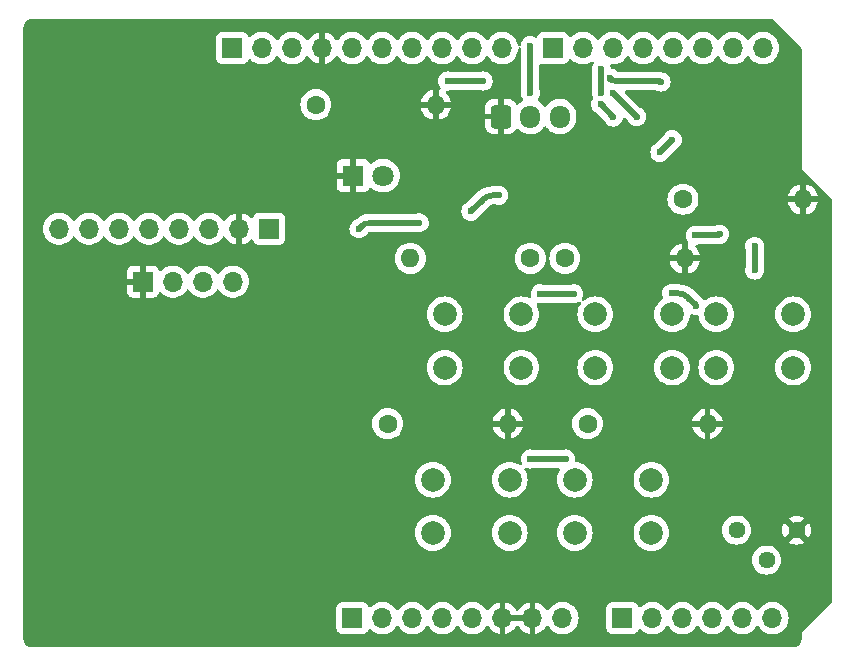
<source format=gbr>
%TF.GenerationSoftware,KiCad,Pcbnew,8.0.8*%
%TF.CreationDate,2025-02-03T17:03:33-07:00*%
%TF.ProjectId,BoardMicro,426f6172-644d-4696-9372-6f2e6b696361,rev?*%
%TF.SameCoordinates,Original*%
%TF.FileFunction,Copper,L2,Bot*%
%TF.FilePolarity,Positive*%
%FSLAX46Y46*%
G04 Gerber Fmt 4.6, Leading zero omitted, Abs format (unit mm)*
G04 Created by KiCad (PCBNEW 8.0.8) date 2025-02-03 17:03:33*
%MOMM*%
%LPD*%
G01*
G04 APERTURE LIST*
G04 Aperture macros list*
%AMRoundRect*
0 Rectangle with rounded corners*
0 $1 Rounding radius*
0 $2 $3 $4 $5 $6 $7 $8 $9 X,Y pos of 4 corners*
0 Add a 4 corners polygon primitive as box body*
4,1,4,$2,$3,$4,$5,$6,$7,$8,$9,$2,$3,0*
0 Add four circle primitives for the rounded corners*
1,1,$1+$1,$2,$3*
1,1,$1+$1,$4,$5*
1,1,$1+$1,$6,$7*
1,1,$1+$1,$8,$9*
0 Add four rect primitives between the rounded corners*
20,1,$1+$1,$2,$3,$4,$5,0*
20,1,$1+$1,$4,$5,$6,$7,0*
20,1,$1+$1,$6,$7,$8,$9,0*
20,1,$1+$1,$8,$9,$2,$3,0*%
G04 Aperture macros list end*
%TA.AperFunction,ComponentPad*%
%ADD10R,1.700000X1.700000*%
%TD*%
%TA.AperFunction,ComponentPad*%
%ADD11O,1.700000X1.700000*%
%TD*%
%TA.AperFunction,ComponentPad*%
%ADD12C,1.600000*%
%TD*%
%TA.AperFunction,ComponentPad*%
%ADD13O,1.600000X1.600000*%
%TD*%
%TA.AperFunction,ComponentPad*%
%ADD14C,2.000000*%
%TD*%
%TA.AperFunction,ComponentPad*%
%ADD15C,1.440000*%
%TD*%
%TA.AperFunction,ComponentPad*%
%ADD16R,1.800000X1.800000*%
%TD*%
%TA.AperFunction,ComponentPad*%
%ADD17C,1.800000*%
%TD*%
%TA.AperFunction,ComponentPad*%
%ADD18RoundRect,0.250000X-0.600000X-0.725000X0.600000X-0.725000X0.600000X0.725000X-0.600000X0.725000X0*%
%TD*%
%TA.AperFunction,ComponentPad*%
%ADD19O,1.700000X1.950000*%
%TD*%
%TA.AperFunction,ViaPad*%
%ADD20C,0.600000*%
%TD*%
%TA.AperFunction,Conductor*%
%ADD21C,0.508000*%
%TD*%
%TA.AperFunction,Conductor*%
%ADD22C,0.250000*%
%TD*%
G04 APERTURE END LIST*
D10*
%TO.P,J1,1,Pin_1*%
%TO.N,unconnected-(J1-Pin_1-Pad1)*%
X127940000Y-97460000D03*
D11*
%TO.P,J1,2,Pin_2*%
%TO.N,/IOREF*%
X130480000Y-97460000D03*
%TO.P,J1,3,Pin_3*%
%TO.N,/~{RESET}*%
X133020000Y-97460000D03*
%TO.P,J1,4,Pin_4*%
%TO.N,+3V3*%
X135560000Y-97460000D03*
%TO.P,J1,5,Pin_5*%
%TO.N,+5V*%
X138100000Y-97460000D03*
%TO.P,J1,6,Pin_6*%
%TO.N,GND*%
X140640000Y-97460000D03*
%TO.P,J1,7,Pin_7*%
X143180000Y-97460000D03*
%TO.P,J1,8,Pin_8*%
%TO.N,VCC*%
X145720000Y-97460000D03*
%TD*%
D10*
%TO.P,J3,1,Pin_1*%
%TO.N,/temp_sensor*%
X150800000Y-97460000D03*
D11*
%TO.P,J3,2,Pin_2*%
%TO.N,/A1*%
X153340000Y-97460000D03*
%TO.P,J3,3,Pin_3*%
%TO.N,/A2*%
X155880000Y-97460000D03*
%TO.P,J3,4,Pin_4*%
%TO.N,/A3*%
X158420000Y-97460000D03*
%TO.P,J3,5,Pin_5*%
%TO.N,/SDA{slash}A4*%
X160960000Y-97460000D03*
%TO.P,J3,6,Pin_6*%
%TO.N,/SCL{slash}A5*%
X163500000Y-97460000D03*
%TD*%
D10*
%TO.P,J2,1,Pin_1*%
%TO.N,/I2C_SCL*%
X117760000Y-49200000D03*
D11*
%TO.P,J2,2,Pin_2*%
%TO.N,/I2C_SDA*%
X120300000Y-49200000D03*
%TO.P,J2,3,Pin_3*%
%TO.N,/AREF*%
X122840000Y-49200000D03*
%TO.P,J2,4,Pin_4*%
%TO.N,GND*%
X125380000Y-49200000D03*
%TO.P,J2,5,Pin_5*%
%TO.N,/13*%
X127920000Y-49200000D03*
%TO.P,J2,6,Pin_6*%
%TO.N,/12*%
X130460000Y-49200000D03*
%TO.P,J2,7,Pin_7*%
%TO.N,/\u002A11*%
X133000000Y-49200000D03*
%TO.P,J2,8,Pin_8*%
%TO.N,/\u002A10*%
X135540000Y-49200000D03*
%TO.P,J2,9,Pin_9*%
%TO.N,/led_light*%
X138080000Y-49200000D03*
%TO.P,J2,10,Pin_10*%
%TO.N,/temp_digital*%
X140620000Y-49200000D03*
%TD*%
D10*
%TO.P,J4,1,Pin_1*%
%TO.N,/7*%
X144920000Y-49200000D03*
D11*
%TO.P,J4,2,Pin_2*%
%TO.N,/button_light*%
X147460000Y-49200000D03*
%TO.P,J4,3,Pin_3*%
%TO.N,/button_cal*%
X150000000Y-49200000D03*
%TO.P,J4,4,Pin_4*%
%TO.N,/button_units*%
X152540000Y-49200000D03*
%TO.P,J4,5,Pin_5*%
%TO.N,/button_lock*%
X155080000Y-49200000D03*
%TO.P,J4,6,Pin_6*%
%TO.N,/button_onoff*%
X157620000Y-49200000D03*
%TO.P,J4,7,Pin_7*%
%TO.N,/TX{slash}1*%
X160160000Y-49200000D03*
%TO.P,J4,8,Pin_8*%
%TO.N,/RX{slash}0*%
X162700000Y-49200000D03*
%TD*%
D12*
%TO.P,R2,1*%
%TO.N,/button_units*%
X155920000Y-62000000D03*
D13*
%TO.P,R2,2*%
%TO.N,GND*%
X166080000Y-62000000D03*
%TD*%
D12*
%TO.P,R1,1*%
%TO.N,/button_onoff*%
X124840000Y-54000000D03*
D13*
%TO.P,R1,2*%
%TO.N,GND*%
X135000000Y-54000000D03*
%TD*%
D10*
%TO.P,J5,1,Pin_1*%
%TO.N,+5V*%
X120875000Y-64500000D03*
D11*
%TO.P,J5,2,Pin_2*%
%TO.N,GND*%
X118335000Y-64500000D03*
%TO.P,J5,3,Pin_3*%
%TO.N,/I2C_SCL*%
X115795000Y-64500000D03*
%TO.P,J5,4,Pin_4*%
%TO.N,/I2C_SDA*%
X113255000Y-64500000D03*
%TO.P,J5,5,Pin_5*%
%TO.N,unconnected-(J5-Pin_5-Pad5)*%
X110715000Y-64500000D03*
%TO.P,J5,6,Pin_6*%
%TO.N,unconnected-(J5-Pin_6-Pad6)*%
X108175000Y-64500000D03*
%TO.P,J5,7,Pin_7*%
%TO.N,unconnected-(J5-Pin_7-Pad7)*%
X105635000Y-64500000D03*
%TO.P,J5,8,Pin_8*%
%TO.N,unconnected-(J5-Pin_8-Pad8)*%
X103095000Y-64500000D03*
%TD*%
D12*
%TO.P,R6,1*%
%TO.N,/led_light*%
X143000000Y-67000000D03*
D13*
%TO.P,R6,2*%
%TO.N,Net-(D1-A)*%
X132840000Y-67000000D03*
%TD*%
D14*
%TO.P,SW5,1,A*%
%TO.N,/button_cal*%
X135750000Y-71750000D03*
X142250000Y-71750000D03*
%TO.P,SW5,2,B*%
%TO.N,+5V*%
X135750000Y-76250000D03*
X142250000Y-76250000D03*
%TD*%
D12*
%TO.P,R5,1*%
%TO.N,/button_cal*%
X147840000Y-81000000D03*
D13*
%TO.P,R5,2*%
%TO.N,GND*%
X158000000Y-81000000D03*
%TD*%
D12*
%TO.P,R4,1*%
%TO.N,/button_light*%
X130920000Y-81000000D03*
D13*
%TO.P,R4,2*%
%TO.N,GND*%
X141080000Y-81000000D03*
%TD*%
D14*
%TO.P,SW2,1,A*%
%TO.N,/button_units*%
X148500000Y-71750000D03*
X155000000Y-71750000D03*
%TO.P,SW2,2,B*%
%TO.N,+5V*%
X148500000Y-76250000D03*
X155000000Y-76250000D03*
%TD*%
D10*
%TO.P,J6,1,Pin_1*%
%TO.N,GND*%
X110200000Y-68975000D03*
D11*
%TO.P,J6,2,Pin_2*%
%TO.N,+5V*%
X112740000Y-68975000D03*
%TO.P,J6,3,Pin_3*%
%TO.N,/I2C_SCL*%
X115280000Y-68975000D03*
%TO.P,J6,4,Pin_4*%
%TO.N,/I2C_SDA*%
X117820000Y-68975000D03*
%TD*%
D15*
%TO.P,RV1,1,1*%
%TO.N,+5V*%
X160460000Y-90015000D03*
%TO.P,RV1,2,2*%
%TO.N,/temp_sensor*%
X163000000Y-92555000D03*
%TO.P,RV1,3,3*%
%TO.N,GND*%
X165540000Y-90015000D03*
%TD*%
D12*
%TO.P,R3,1*%
%TO.N,/button_lock*%
X145920000Y-67000000D03*
D13*
%TO.P,R3,2*%
%TO.N,GND*%
X156080000Y-67000000D03*
%TD*%
D14*
%TO.P,SW3,1,A*%
%TO.N,/button_lock*%
X134750000Y-85750000D03*
X141250000Y-85750000D03*
%TO.P,SW3,2,B*%
%TO.N,+5V*%
X134750000Y-90250000D03*
X141250000Y-90250000D03*
%TD*%
D16*
%TO.P,D1,1,K*%
%TO.N,GND*%
X128000000Y-60000000D03*
D17*
%TO.P,D1,2,A*%
%TO.N,Net-(D1-A)*%
X130540000Y-60000000D03*
%TD*%
D14*
%TO.P,SW1,1,A*%
%TO.N,/button_onoff*%
X158750000Y-71750000D03*
X165250000Y-71750000D03*
%TO.P,SW1,2,B*%
%TO.N,+5V*%
X158750000Y-76250000D03*
X165250000Y-76250000D03*
%TD*%
%TO.P,SW4,1,A*%
%TO.N,/button_light*%
X146750000Y-85750000D03*
X153250000Y-85750000D03*
%TO.P,SW4,2,B*%
%TO.N,+5V*%
X146750000Y-90250000D03*
X153250000Y-90250000D03*
%TD*%
D18*
%TO.P,J7,1,Pin_1*%
%TO.N,GND*%
X140500000Y-55000000D03*
D19*
%TO.P,J7,2,Pin_2*%
%TO.N,/temp_digital*%
X143000000Y-55000000D03*
%TO.P,J7,3,Pin_3*%
%TO.N,+5V*%
X145500000Y-55000000D03*
%TD*%
D20*
%TO.N,GND*%
X159706000Y-81000000D03*
X132000000Y-75000000D03*
X139000000Y-60000000D03*
X161214000Y-81000000D03*
X158057426Y-66876256D03*
X132000000Y-77004000D03*
X136000000Y-60000000D03*
X160000000Y-67000000D03*
%TO.N,+5V*%
X140328654Y-61671345D03*
X128500000Y-64500000D03*
X137966841Y-63033159D03*
X133594000Y-64000000D03*
%TO.N,/temp_digital*%
X143000000Y-49000000D03*
X143000000Y-53000000D03*
%TO.N,/button_onoff*%
X154073159Y-52073159D03*
X136000000Y-52000000D03*
X149736841Y-51736841D03*
X162000000Y-66000000D03*
X162000000Y-68000000D03*
X153966841Y-58033159D03*
X156960634Y-65069068D03*
X159033159Y-64966841D03*
X139000000Y-52000000D03*
X155033159Y-56966841D03*
%TO.N,/button_light*%
X146000000Y-84000000D03*
X143000000Y-84000000D03*
%TO.N,/button_units*%
X150000000Y-53000000D03*
X152000000Y-55000000D03*
%TO.N,/button_cal*%
X157000000Y-71000000D03*
X150033159Y-55033159D03*
X146674000Y-70000000D03*
X154966841Y-69966841D03*
X149000000Y-51000000D03*
X143835953Y-70000000D03*
X149000000Y-53000000D03*
X148966841Y-53966841D03*
%TD*%
D21*
%TO.N,/button_cal*%
X148982841Y-52970707D02*
G75*
G03*
X148991431Y-52991409I29259J7D01*
G01*
X156988499Y-70955972D02*
G75*
G02*
X156999964Y-70983736I-27799J-27728D01*
G01*
X148991420Y-51008579D02*
G75*
G03*
X148982825Y-51029292I20680J-20721D01*
G01*
X156364421Y-70331894D02*
G75*
G03*
X155483104Y-69966834I-881321J-881306D01*
G01*
%TO.N,/button_onoff*%
X157000000Y-65014851D02*
G75*
G02*
X156989483Y-65040188I-35900J51D01*
G01*
X154036579Y-52036579D02*
G75*
G03*
X153948268Y-52000025I-88279J-88321D01*
G01*
X157014851Y-65000000D02*
G75*
G03*
X157000000Y-65014851I-51J-14800D01*
G01*
X159016579Y-64983420D02*
G75*
G02*
X158976553Y-65000039I-40079J40020D01*
G01*
X149868420Y-51868420D02*
G75*
G03*
X150186081Y-52000025I317680J317620D01*
G01*
%TO.N,+5V*%
X139828654Y-61671345D02*
G75*
G03*
X138975135Y-62024932I46J-1207055D01*
G01*
X129353553Y-64000000D02*
G75*
G03*
X128749984Y-64249984I-53J-853500D01*
G01*
D22*
%TO.N,GND*%
X158119298Y-66938128D02*
G75*
G03*
X158268670Y-67000005I149402J149428D01*
G01*
D21*
X160147000Y-81000000D02*
X159853000Y-81000000D01*
X139000000Y-60000000D02*
X136000000Y-60000000D01*
X132000000Y-77004000D02*
X132000000Y-75000000D01*
D22*
X158119298Y-66938128D02*
X158057426Y-66876256D01*
D21*
X158268670Y-67000000D02*
X160000000Y-67000000D01*
X161214000Y-81000000D02*
X160147000Y-81000000D01*
X159853000Y-81000000D02*
X159706000Y-81000000D01*
%TO.N,+5V*%
X139828654Y-61671345D02*
X140328654Y-61671345D01*
X138975101Y-62024898D02*
X137966841Y-63033159D01*
X128500000Y-64500000D02*
X128750000Y-64250000D01*
X133594000Y-64000000D02*
X129353553Y-64000000D01*
%TO.N,/temp_digital*%
X143000000Y-49000000D02*
X143000000Y-53000000D01*
%TO.N,/button_onoff*%
X157014851Y-65000000D02*
X158976553Y-65000000D01*
X149736841Y-51736841D02*
X149868420Y-51868420D01*
X162000000Y-66000000D02*
X162000000Y-68000000D01*
X156989498Y-65040203D02*
X156960634Y-65069068D01*
X153966841Y-58033159D02*
X155033159Y-56966841D01*
X153948268Y-52000000D02*
X150186081Y-52000000D01*
X159033159Y-64966841D02*
X159016579Y-64983420D01*
X154073159Y-52073159D02*
X154036579Y-52036579D01*
X139000000Y-52000000D02*
X136000000Y-52000000D01*
%TO.N,/button_light*%
X146000000Y-84000000D02*
X143000000Y-84000000D01*
%TO.N,/button_units*%
X150000000Y-53000000D02*
X152000000Y-55000000D01*
%TO.N,/button_cal*%
X156988499Y-70955972D02*
X156364421Y-70331894D01*
X148966841Y-53966841D02*
X150033159Y-55033159D01*
X154966841Y-69966841D02*
X155483104Y-69966841D01*
X157000000Y-71000000D02*
X157000000Y-70983736D01*
X149000000Y-51000000D02*
X148991420Y-51008579D01*
X148982841Y-52970707D02*
X148982841Y-51029292D01*
X146674000Y-70000000D02*
X143835953Y-70000000D01*
X149000000Y-53000000D02*
X148991420Y-52991420D01*
%TD*%
%TA.AperFunction,Conductor*%
%TO.N,GND*%
G36*
X142714075Y-97267007D02*
G01*
X142680000Y-97394174D01*
X142680000Y-97525826D01*
X142714075Y-97652993D01*
X142746988Y-97710000D01*
X141073012Y-97710000D01*
X141105925Y-97652993D01*
X141140000Y-97525826D01*
X141140000Y-97394174D01*
X141105925Y-97267007D01*
X141073012Y-97210000D01*
X142746988Y-97210000D01*
X142714075Y-97267007D01*
G37*
%TD.AperFunction*%
%TA.AperFunction,Conductor*%
G36*
X163484404Y-46755185D02*
G01*
X163505046Y-46771819D01*
X165928181Y-49194954D01*
X165961666Y-49256277D01*
X165964500Y-49282635D01*
X165964500Y-59344982D01*
X165964500Y-59375018D01*
X165975994Y-59402767D01*
X165975995Y-59402768D01*
X168468181Y-61894954D01*
X168501666Y-61956277D01*
X168504500Y-61982635D01*
X168504500Y-96107364D01*
X168484815Y-96174403D01*
X168468181Y-96195045D01*
X165997233Y-98665994D01*
X165975995Y-98687231D01*
X165964500Y-98714982D01*
X165964500Y-99231907D01*
X165963903Y-99244062D01*
X165952505Y-99359778D01*
X165947763Y-99383618D01*
X165917832Y-99482290D01*
X165915789Y-99489024D01*
X165906486Y-99511482D01*
X165854561Y-99608627D01*
X165841056Y-99628839D01*
X165771176Y-99713988D01*
X165753988Y-99731176D01*
X165668839Y-99801056D01*
X165648627Y-99814561D01*
X165551482Y-99866486D01*
X165529028Y-99875787D01*
X165487028Y-99888528D01*
X165423618Y-99907763D01*
X165399778Y-99912505D01*
X165291162Y-99923203D01*
X165284060Y-99923903D01*
X165271907Y-99924500D01*
X100768093Y-99924500D01*
X100755939Y-99923903D01*
X100747995Y-99923120D01*
X100640221Y-99912505D01*
X100616381Y-99907763D01*
X100599445Y-99902625D01*
X100510968Y-99875786D01*
X100488517Y-99866486D01*
X100391372Y-99814561D01*
X100371160Y-99801056D01*
X100286011Y-99731176D01*
X100268823Y-99713988D01*
X100198943Y-99628839D01*
X100185438Y-99608627D01*
X100133510Y-99511476D01*
X100124215Y-99489037D01*
X100092234Y-99383612D01*
X100087494Y-99359777D01*
X100076097Y-99244061D01*
X100075500Y-99231907D01*
X100075500Y-96561345D01*
X126581500Y-96561345D01*
X126581500Y-98358654D01*
X126588011Y-98419202D01*
X126588011Y-98419204D01*
X126639111Y-98556204D01*
X126726739Y-98673261D01*
X126843796Y-98760889D01*
X126980799Y-98811989D01*
X127008050Y-98814918D01*
X127041345Y-98818499D01*
X127041362Y-98818500D01*
X128838638Y-98818500D01*
X128838654Y-98818499D01*
X128865692Y-98815591D01*
X128899201Y-98811989D01*
X129036204Y-98760889D01*
X129153261Y-98673261D01*
X129240889Y-98556204D01*
X129286138Y-98434887D01*
X129328009Y-98378956D01*
X129393474Y-98354539D01*
X129461746Y-98369391D01*
X129493545Y-98394236D01*
X129556760Y-98462906D01*
X129734424Y-98601189D01*
X129734425Y-98601189D01*
X129734427Y-98601191D01*
X129861135Y-98669761D01*
X129932426Y-98708342D01*
X130145365Y-98781444D01*
X130367431Y-98818500D01*
X130592569Y-98818500D01*
X130814635Y-98781444D01*
X131027574Y-98708342D01*
X131225576Y-98601189D01*
X131403240Y-98462906D01*
X131524594Y-98331082D01*
X131555715Y-98297276D01*
X131555715Y-98297275D01*
X131555722Y-98297268D01*
X131646193Y-98158790D01*
X131699338Y-98113437D01*
X131768569Y-98104013D01*
X131831905Y-98133515D01*
X131853804Y-98158787D01*
X131944278Y-98297268D01*
X131944283Y-98297273D01*
X131944284Y-98297276D01*
X132070968Y-98434889D01*
X132096760Y-98462906D01*
X132274424Y-98601189D01*
X132274425Y-98601189D01*
X132274427Y-98601191D01*
X132401135Y-98669761D01*
X132472426Y-98708342D01*
X132685365Y-98781444D01*
X132907431Y-98818500D01*
X133132569Y-98818500D01*
X133354635Y-98781444D01*
X133567574Y-98708342D01*
X133765576Y-98601189D01*
X133943240Y-98462906D01*
X134064594Y-98331082D01*
X134095715Y-98297276D01*
X134095715Y-98297275D01*
X134095722Y-98297268D01*
X134186193Y-98158790D01*
X134239338Y-98113437D01*
X134308569Y-98104013D01*
X134371905Y-98133515D01*
X134393804Y-98158787D01*
X134484278Y-98297268D01*
X134484283Y-98297273D01*
X134484284Y-98297276D01*
X134610968Y-98434889D01*
X134636760Y-98462906D01*
X134814424Y-98601189D01*
X134814425Y-98601189D01*
X134814427Y-98601191D01*
X134941135Y-98669761D01*
X135012426Y-98708342D01*
X135225365Y-98781444D01*
X135447431Y-98818500D01*
X135672569Y-98818500D01*
X135894635Y-98781444D01*
X136107574Y-98708342D01*
X136305576Y-98601189D01*
X136483240Y-98462906D01*
X136604594Y-98331082D01*
X136635715Y-98297276D01*
X136635715Y-98297275D01*
X136635722Y-98297268D01*
X136726193Y-98158790D01*
X136779338Y-98113437D01*
X136848569Y-98104013D01*
X136911905Y-98133515D01*
X136933804Y-98158787D01*
X137024278Y-98297268D01*
X137024283Y-98297273D01*
X137024284Y-98297276D01*
X137150968Y-98434889D01*
X137176760Y-98462906D01*
X137354424Y-98601189D01*
X137354425Y-98601189D01*
X137354427Y-98601191D01*
X137481135Y-98669761D01*
X137552426Y-98708342D01*
X137765365Y-98781444D01*
X137987431Y-98818500D01*
X138212569Y-98818500D01*
X138434635Y-98781444D01*
X138647574Y-98708342D01*
X138845576Y-98601189D01*
X139023240Y-98462906D01*
X139144594Y-98331082D01*
X139175715Y-98297276D01*
X139175715Y-98297275D01*
X139175722Y-98297268D01*
X139269749Y-98153347D01*
X139322894Y-98107994D01*
X139392125Y-98098570D01*
X139455461Y-98128072D01*
X139475130Y-98150048D01*
X139601890Y-98331078D01*
X139768917Y-98498105D01*
X139962421Y-98633600D01*
X140176507Y-98733429D01*
X140176516Y-98733433D01*
X140390000Y-98790634D01*
X140390000Y-97893012D01*
X140447007Y-97925925D01*
X140574174Y-97960000D01*
X140705826Y-97960000D01*
X140832993Y-97925925D01*
X140890000Y-97893012D01*
X140890000Y-98790633D01*
X141103483Y-98733433D01*
X141103492Y-98733429D01*
X141317578Y-98633600D01*
X141511082Y-98498105D01*
X141678105Y-98331082D01*
X141808425Y-98144968D01*
X141863002Y-98101344D01*
X141932501Y-98094151D01*
X141994855Y-98125673D01*
X142011575Y-98144968D01*
X142141894Y-98331082D01*
X142308917Y-98498105D01*
X142502421Y-98633600D01*
X142716507Y-98733429D01*
X142716516Y-98733433D01*
X142930000Y-98790634D01*
X142930000Y-97893012D01*
X142987007Y-97925925D01*
X143114174Y-97960000D01*
X143245826Y-97960000D01*
X143372993Y-97925925D01*
X143430000Y-97893012D01*
X143430000Y-98790633D01*
X143643483Y-98733433D01*
X143643492Y-98733429D01*
X143857578Y-98633600D01*
X144051082Y-98498105D01*
X144218105Y-98331082D01*
X144344868Y-98150048D01*
X144399445Y-98106423D01*
X144468944Y-98099231D01*
X144531298Y-98130753D01*
X144550251Y-98153350D01*
X144644276Y-98297265D01*
X144644284Y-98297276D01*
X144770968Y-98434889D01*
X144796760Y-98462906D01*
X144974424Y-98601189D01*
X144974425Y-98601189D01*
X144974427Y-98601191D01*
X145101135Y-98669761D01*
X145172426Y-98708342D01*
X145385365Y-98781444D01*
X145607431Y-98818500D01*
X145832569Y-98818500D01*
X146054635Y-98781444D01*
X146267574Y-98708342D01*
X146465576Y-98601189D01*
X146643240Y-98462906D01*
X146764594Y-98331082D01*
X146795715Y-98297276D01*
X146795717Y-98297273D01*
X146795722Y-98297268D01*
X146918860Y-98108791D01*
X147009296Y-97902616D01*
X147064564Y-97684368D01*
X147067164Y-97652993D01*
X147083156Y-97460005D01*
X147083156Y-97459994D01*
X147064565Y-97235640D01*
X147064563Y-97235628D01*
X147009296Y-97017385D01*
X146999071Y-96994075D01*
X146918860Y-96811209D01*
X146902706Y-96786484D01*
X146795723Y-96622734D01*
X146795715Y-96622723D01*
X146739212Y-96561345D01*
X149441500Y-96561345D01*
X149441500Y-98358654D01*
X149448011Y-98419202D01*
X149448011Y-98419204D01*
X149499111Y-98556204D01*
X149586739Y-98673261D01*
X149703796Y-98760889D01*
X149840799Y-98811989D01*
X149868050Y-98814918D01*
X149901345Y-98818499D01*
X149901362Y-98818500D01*
X151698638Y-98818500D01*
X151698654Y-98818499D01*
X151725692Y-98815591D01*
X151759201Y-98811989D01*
X151896204Y-98760889D01*
X152013261Y-98673261D01*
X152100889Y-98556204D01*
X152146138Y-98434887D01*
X152188009Y-98378956D01*
X152253474Y-98354539D01*
X152321746Y-98369391D01*
X152353545Y-98394236D01*
X152416760Y-98462906D01*
X152594424Y-98601189D01*
X152594425Y-98601189D01*
X152594427Y-98601191D01*
X152721135Y-98669761D01*
X152792426Y-98708342D01*
X153005365Y-98781444D01*
X153227431Y-98818500D01*
X153452569Y-98818500D01*
X153674635Y-98781444D01*
X153887574Y-98708342D01*
X154085576Y-98601189D01*
X154263240Y-98462906D01*
X154384594Y-98331082D01*
X154415715Y-98297276D01*
X154415715Y-98297275D01*
X154415722Y-98297268D01*
X154506193Y-98158790D01*
X154559338Y-98113437D01*
X154628569Y-98104013D01*
X154691905Y-98133515D01*
X154713804Y-98158787D01*
X154804278Y-98297268D01*
X154804283Y-98297273D01*
X154804284Y-98297276D01*
X154930968Y-98434889D01*
X154956760Y-98462906D01*
X155134424Y-98601189D01*
X155134425Y-98601189D01*
X155134427Y-98601191D01*
X155261135Y-98669761D01*
X155332426Y-98708342D01*
X155545365Y-98781444D01*
X155767431Y-98818500D01*
X155992569Y-98818500D01*
X156214635Y-98781444D01*
X156427574Y-98708342D01*
X156625576Y-98601189D01*
X156803240Y-98462906D01*
X156924594Y-98331082D01*
X156955715Y-98297276D01*
X156955715Y-98297275D01*
X156955722Y-98297268D01*
X157046193Y-98158790D01*
X157099338Y-98113437D01*
X157168569Y-98104013D01*
X157231905Y-98133515D01*
X157253804Y-98158787D01*
X157344278Y-98297268D01*
X157344283Y-98297273D01*
X157344284Y-98297276D01*
X157470968Y-98434889D01*
X157496760Y-98462906D01*
X157674424Y-98601189D01*
X157674425Y-98601189D01*
X157674427Y-98601191D01*
X157801135Y-98669761D01*
X157872426Y-98708342D01*
X158085365Y-98781444D01*
X158307431Y-98818500D01*
X158532569Y-98818500D01*
X158754635Y-98781444D01*
X158967574Y-98708342D01*
X159165576Y-98601189D01*
X159343240Y-98462906D01*
X159464594Y-98331082D01*
X159495715Y-98297276D01*
X159495715Y-98297275D01*
X159495722Y-98297268D01*
X159586193Y-98158790D01*
X159639338Y-98113437D01*
X159708569Y-98104013D01*
X159771905Y-98133515D01*
X159793804Y-98158787D01*
X159884278Y-98297268D01*
X159884283Y-98297273D01*
X159884284Y-98297276D01*
X160010968Y-98434889D01*
X160036760Y-98462906D01*
X160214424Y-98601189D01*
X160214425Y-98601189D01*
X160214427Y-98601191D01*
X160341135Y-98669761D01*
X160412426Y-98708342D01*
X160625365Y-98781444D01*
X160847431Y-98818500D01*
X161072569Y-98818500D01*
X161294635Y-98781444D01*
X161507574Y-98708342D01*
X161705576Y-98601189D01*
X161883240Y-98462906D01*
X162004594Y-98331082D01*
X162035715Y-98297276D01*
X162035715Y-98297275D01*
X162035722Y-98297268D01*
X162126193Y-98158790D01*
X162179338Y-98113437D01*
X162248569Y-98104013D01*
X162311905Y-98133515D01*
X162333804Y-98158787D01*
X162424278Y-98297268D01*
X162424283Y-98297273D01*
X162424284Y-98297276D01*
X162550968Y-98434889D01*
X162576760Y-98462906D01*
X162754424Y-98601189D01*
X162754425Y-98601189D01*
X162754427Y-98601191D01*
X162881135Y-98669761D01*
X162952426Y-98708342D01*
X163165365Y-98781444D01*
X163387431Y-98818500D01*
X163612569Y-98818500D01*
X163834635Y-98781444D01*
X164047574Y-98708342D01*
X164245576Y-98601189D01*
X164423240Y-98462906D01*
X164544594Y-98331082D01*
X164575715Y-98297276D01*
X164575717Y-98297273D01*
X164575722Y-98297268D01*
X164698860Y-98108791D01*
X164789296Y-97902616D01*
X164844564Y-97684368D01*
X164847164Y-97652993D01*
X164863156Y-97460005D01*
X164863156Y-97459994D01*
X164844565Y-97235640D01*
X164844563Y-97235628D01*
X164789296Y-97017385D01*
X164779071Y-96994075D01*
X164698860Y-96811209D01*
X164682706Y-96786484D01*
X164575723Y-96622734D01*
X164575715Y-96622723D01*
X164423243Y-96457097D01*
X164423238Y-96457092D01*
X164245577Y-96318812D01*
X164245572Y-96318808D01*
X164047580Y-96211661D01*
X164047577Y-96211659D01*
X164047574Y-96211658D01*
X164047571Y-96211657D01*
X164047569Y-96211656D01*
X163834637Y-96138556D01*
X163612569Y-96101500D01*
X163387431Y-96101500D01*
X163165362Y-96138556D01*
X162952430Y-96211656D01*
X162952419Y-96211661D01*
X162754427Y-96318808D01*
X162754422Y-96318812D01*
X162576761Y-96457092D01*
X162576756Y-96457097D01*
X162424284Y-96622723D01*
X162424276Y-96622734D01*
X162333808Y-96761206D01*
X162280662Y-96806562D01*
X162211431Y-96815986D01*
X162148095Y-96786484D01*
X162126192Y-96761206D01*
X162035723Y-96622734D01*
X162035715Y-96622723D01*
X161883243Y-96457097D01*
X161883238Y-96457092D01*
X161705577Y-96318812D01*
X161705572Y-96318808D01*
X161507580Y-96211661D01*
X161507577Y-96211659D01*
X161507574Y-96211658D01*
X161507571Y-96211657D01*
X161507569Y-96211656D01*
X161294637Y-96138556D01*
X161072569Y-96101500D01*
X160847431Y-96101500D01*
X160625362Y-96138556D01*
X160412430Y-96211656D01*
X160412419Y-96211661D01*
X160214427Y-96318808D01*
X160214422Y-96318812D01*
X160036761Y-96457092D01*
X160036756Y-96457097D01*
X159884284Y-96622723D01*
X159884276Y-96622734D01*
X159793808Y-96761206D01*
X159740662Y-96806562D01*
X159671431Y-96815986D01*
X159608095Y-96786484D01*
X159586192Y-96761206D01*
X159495723Y-96622734D01*
X159495715Y-96622723D01*
X159343243Y-96457097D01*
X159343238Y-96457092D01*
X159165577Y-96318812D01*
X159165572Y-96318808D01*
X158967580Y-96211661D01*
X158967577Y-96211659D01*
X158967574Y-96211658D01*
X158967571Y-96211657D01*
X158967569Y-96211656D01*
X158754637Y-96138556D01*
X158532569Y-96101500D01*
X158307431Y-96101500D01*
X158085362Y-96138556D01*
X157872430Y-96211656D01*
X157872419Y-96211661D01*
X157674427Y-96318808D01*
X157674422Y-96318812D01*
X157496761Y-96457092D01*
X157496756Y-96457097D01*
X157344284Y-96622723D01*
X157344276Y-96622734D01*
X157253808Y-96761206D01*
X157200662Y-96806562D01*
X157131431Y-96815986D01*
X157068095Y-96786484D01*
X157046192Y-96761206D01*
X156955723Y-96622734D01*
X156955715Y-96622723D01*
X156803243Y-96457097D01*
X156803238Y-96457092D01*
X156625577Y-96318812D01*
X156625572Y-96318808D01*
X156427580Y-96211661D01*
X156427577Y-96211659D01*
X156427574Y-96211658D01*
X156427571Y-96211657D01*
X156427569Y-96211656D01*
X156214637Y-96138556D01*
X155992569Y-96101500D01*
X155767431Y-96101500D01*
X155545362Y-96138556D01*
X155332430Y-96211656D01*
X155332419Y-96211661D01*
X155134427Y-96318808D01*
X155134422Y-96318812D01*
X154956761Y-96457092D01*
X154956756Y-96457097D01*
X154804284Y-96622723D01*
X154804276Y-96622734D01*
X154713808Y-96761206D01*
X154660662Y-96806562D01*
X154591431Y-96815986D01*
X154528095Y-96786484D01*
X154506192Y-96761206D01*
X154415723Y-96622734D01*
X154415715Y-96622723D01*
X154263243Y-96457097D01*
X154263238Y-96457092D01*
X154085577Y-96318812D01*
X154085572Y-96318808D01*
X153887580Y-96211661D01*
X153887577Y-96211659D01*
X153887574Y-96211658D01*
X153887571Y-96211657D01*
X153887569Y-96211656D01*
X153674637Y-96138556D01*
X153452569Y-96101500D01*
X153227431Y-96101500D01*
X153005362Y-96138556D01*
X152792430Y-96211656D01*
X152792419Y-96211661D01*
X152594427Y-96318808D01*
X152594422Y-96318812D01*
X152416761Y-96457092D01*
X152353548Y-96525760D01*
X152293661Y-96561750D01*
X152223823Y-96559649D01*
X152166207Y-96520124D01*
X152146138Y-96485110D01*
X152100889Y-96363796D01*
X152067214Y-96318812D01*
X152013261Y-96246739D01*
X151896204Y-96159111D01*
X151895172Y-96158726D01*
X151759203Y-96108011D01*
X151698654Y-96101500D01*
X151698638Y-96101500D01*
X149901362Y-96101500D01*
X149901345Y-96101500D01*
X149840797Y-96108011D01*
X149840795Y-96108011D01*
X149703795Y-96159111D01*
X149586739Y-96246739D01*
X149499111Y-96363795D01*
X149448011Y-96500795D01*
X149448011Y-96500797D01*
X149441500Y-96561345D01*
X146739212Y-96561345D01*
X146643243Y-96457097D01*
X146643238Y-96457092D01*
X146465577Y-96318812D01*
X146465572Y-96318808D01*
X146267580Y-96211661D01*
X146267577Y-96211659D01*
X146267574Y-96211658D01*
X146267571Y-96211657D01*
X146267569Y-96211656D01*
X146054637Y-96138556D01*
X145832569Y-96101500D01*
X145607431Y-96101500D01*
X145385362Y-96138556D01*
X145172430Y-96211656D01*
X145172419Y-96211661D01*
X144974427Y-96318808D01*
X144974422Y-96318812D01*
X144796761Y-96457092D01*
X144796756Y-96457097D01*
X144644284Y-96622723D01*
X144644276Y-96622734D01*
X144550251Y-96766650D01*
X144497105Y-96812007D01*
X144427873Y-96821430D01*
X144364538Y-96791928D01*
X144344868Y-96769951D01*
X144218113Y-96588926D01*
X144218108Y-96588920D01*
X144051082Y-96421894D01*
X143857578Y-96286399D01*
X143643492Y-96186570D01*
X143643486Y-96186567D01*
X143430000Y-96129364D01*
X143430000Y-97026988D01*
X143372993Y-96994075D01*
X143245826Y-96960000D01*
X143114174Y-96960000D01*
X142987007Y-96994075D01*
X142930000Y-97026988D01*
X142930000Y-96129364D01*
X142929999Y-96129364D01*
X142716513Y-96186567D01*
X142716507Y-96186570D01*
X142502422Y-96286399D01*
X142502420Y-96286400D01*
X142308926Y-96421886D01*
X142308920Y-96421891D01*
X142141891Y-96588920D01*
X142141890Y-96588922D01*
X142011575Y-96775031D01*
X141956998Y-96818655D01*
X141887499Y-96825848D01*
X141825145Y-96794326D01*
X141808425Y-96775031D01*
X141678109Y-96588922D01*
X141678108Y-96588920D01*
X141511082Y-96421894D01*
X141317578Y-96286399D01*
X141103492Y-96186570D01*
X141103486Y-96186567D01*
X140890000Y-96129364D01*
X140890000Y-97026988D01*
X140832993Y-96994075D01*
X140705826Y-96960000D01*
X140574174Y-96960000D01*
X140447007Y-96994075D01*
X140390000Y-97026988D01*
X140390000Y-96129364D01*
X140389999Y-96129364D01*
X140176513Y-96186567D01*
X140176507Y-96186570D01*
X139962422Y-96286399D01*
X139962420Y-96286400D01*
X139768926Y-96421886D01*
X139768920Y-96421891D01*
X139601891Y-96588920D01*
X139601890Y-96588922D01*
X139475131Y-96769952D01*
X139420554Y-96813577D01*
X139351055Y-96820769D01*
X139288701Y-96789247D01*
X139269752Y-96766656D01*
X139175722Y-96622732D01*
X139175715Y-96622725D01*
X139175715Y-96622723D01*
X139023243Y-96457097D01*
X139023238Y-96457092D01*
X138845577Y-96318812D01*
X138845572Y-96318808D01*
X138647580Y-96211661D01*
X138647577Y-96211659D01*
X138647574Y-96211658D01*
X138647571Y-96211657D01*
X138647569Y-96211656D01*
X138434637Y-96138556D01*
X138212569Y-96101500D01*
X137987431Y-96101500D01*
X137765362Y-96138556D01*
X137552430Y-96211656D01*
X137552419Y-96211661D01*
X137354427Y-96318808D01*
X137354422Y-96318812D01*
X137176761Y-96457092D01*
X137176756Y-96457097D01*
X137024284Y-96622723D01*
X137024276Y-96622734D01*
X136933808Y-96761206D01*
X136880662Y-96806562D01*
X136811431Y-96815986D01*
X136748095Y-96786484D01*
X136726192Y-96761206D01*
X136635723Y-96622734D01*
X136635715Y-96622723D01*
X136483243Y-96457097D01*
X136483238Y-96457092D01*
X136305577Y-96318812D01*
X136305572Y-96318808D01*
X136107580Y-96211661D01*
X136107577Y-96211659D01*
X136107574Y-96211658D01*
X136107571Y-96211657D01*
X136107569Y-96211656D01*
X135894637Y-96138556D01*
X135672569Y-96101500D01*
X135447431Y-96101500D01*
X135225362Y-96138556D01*
X135012430Y-96211656D01*
X135012419Y-96211661D01*
X134814427Y-96318808D01*
X134814422Y-96318812D01*
X134636761Y-96457092D01*
X134636756Y-96457097D01*
X134484284Y-96622723D01*
X134484276Y-96622734D01*
X134393808Y-96761206D01*
X134340662Y-96806562D01*
X134271431Y-96815986D01*
X134208095Y-96786484D01*
X134186192Y-96761206D01*
X134095723Y-96622734D01*
X134095715Y-96622723D01*
X133943243Y-96457097D01*
X133943238Y-96457092D01*
X133765577Y-96318812D01*
X133765572Y-96318808D01*
X133567580Y-96211661D01*
X133567577Y-96211659D01*
X133567574Y-96211658D01*
X133567571Y-96211657D01*
X133567569Y-96211656D01*
X133354637Y-96138556D01*
X133132569Y-96101500D01*
X132907431Y-96101500D01*
X132685362Y-96138556D01*
X132472430Y-96211656D01*
X132472419Y-96211661D01*
X132274427Y-96318808D01*
X132274422Y-96318812D01*
X132096761Y-96457092D01*
X132096756Y-96457097D01*
X131944284Y-96622723D01*
X131944276Y-96622734D01*
X131853808Y-96761206D01*
X131800662Y-96806562D01*
X131731431Y-96815986D01*
X131668095Y-96786484D01*
X131646192Y-96761206D01*
X131555723Y-96622734D01*
X131555715Y-96622723D01*
X131403243Y-96457097D01*
X131403238Y-96457092D01*
X131225577Y-96318812D01*
X131225572Y-96318808D01*
X131027580Y-96211661D01*
X131027577Y-96211659D01*
X131027574Y-96211658D01*
X131027571Y-96211657D01*
X131027569Y-96211656D01*
X130814637Y-96138556D01*
X130592569Y-96101500D01*
X130367431Y-96101500D01*
X130145362Y-96138556D01*
X129932430Y-96211656D01*
X129932419Y-96211661D01*
X129734427Y-96318808D01*
X129734422Y-96318812D01*
X129556761Y-96457092D01*
X129493548Y-96525760D01*
X129433661Y-96561750D01*
X129363823Y-96559649D01*
X129306207Y-96520124D01*
X129286138Y-96485110D01*
X129240889Y-96363796D01*
X129207214Y-96318812D01*
X129153261Y-96246739D01*
X129036204Y-96159111D01*
X129035172Y-96158726D01*
X128899203Y-96108011D01*
X128838654Y-96101500D01*
X128838638Y-96101500D01*
X127041362Y-96101500D01*
X127041345Y-96101500D01*
X126980797Y-96108011D01*
X126980795Y-96108011D01*
X126843795Y-96159111D01*
X126726739Y-96246739D01*
X126639111Y-96363795D01*
X126588011Y-96500795D01*
X126588011Y-96500797D01*
X126581500Y-96561345D01*
X100075500Y-96561345D01*
X100075500Y-92554998D01*
X161766807Y-92554998D01*
X161766807Y-92555001D01*
X161785541Y-92769136D01*
X161785542Y-92769144D01*
X161841176Y-92976772D01*
X161841177Y-92976774D01*
X161841178Y-92976777D01*
X161932024Y-93171597D01*
X161932026Y-93171601D01*
X162055319Y-93347682D01*
X162207317Y-93499680D01*
X162383398Y-93622973D01*
X162383400Y-93622974D01*
X162383403Y-93622976D01*
X162578223Y-93713822D01*
X162785858Y-93769458D01*
X162938816Y-93782840D01*
X162999998Y-93788193D01*
X163000000Y-93788193D01*
X163000002Y-93788193D01*
X163053535Y-93783509D01*
X163214142Y-93769458D01*
X163421777Y-93713822D01*
X163616597Y-93622976D01*
X163792681Y-93499681D01*
X163944681Y-93347681D01*
X164067976Y-93171597D01*
X164158822Y-92976777D01*
X164214458Y-92769142D01*
X164233193Y-92555000D01*
X164214458Y-92340858D01*
X164158822Y-92133223D01*
X164067976Y-91938404D01*
X163944681Y-91762319D01*
X163944679Y-91762316D01*
X163792682Y-91610319D01*
X163616601Y-91487026D01*
X163616597Y-91487024D01*
X163589051Y-91474179D01*
X163421777Y-91396178D01*
X163421774Y-91396177D01*
X163421772Y-91396176D01*
X163214144Y-91340542D01*
X163214136Y-91340541D01*
X163000002Y-91321807D01*
X162999998Y-91321807D01*
X162785863Y-91340541D01*
X162785855Y-91340542D01*
X162578227Y-91396176D01*
X162578221Y-91396179D01*
X162383405Y-91487023D01*
X162383403Y-91487024D01*
X162207316Y-91610320D01*
X162055320Y-91762316D01*
X161932024Y-91938403D01*
X161932023Y-91938405D01*
X161841179Y-92133221D01*
X161841176Y-92133227D01*
X161785542Y-92340855D01*
X161785541Y-92340863D01*
X161766807Y-92554998D01*
X100075500Y-92554998D01*
X100075500Y-90250000D01*
X133236835Y-90250000D01*
X133255465Y-90486714D01*
X133310895Y-90717595D01*
X133310895Y-90717597D01*
X133401757Y-90936959D01*
X133401759Y-90936962D01*
X133525820Y-91139410D01*
X133525821Y-91139413D01*
X133555210Y-91173823D01*
X133680031Y-91319969D01*
X133819797Y-91439340D01*
X133860586Y-91474178D01*
X133860589Y-91474179D01*
X134063037Y-91598240D01*
X134063040Y-91598242D01*
X134282403Y-91689104D01*
X134282404Y-91689104D01*
X134282406Y-91689105D01*
X134513289Y-91744535D01*
X134750000Y-91763165D01*
X134986711Y-91744535D01*
X135217594Y-91689105D01*
X135217596Y-91689104D01*
X135217597Y-91689104D01*
X135436959Y-91598242D01*
X135436960Y-91598241D01*
X135436963Y-91598240D01*
X135639416Y-91474176D01*
X135819969Y-91319969D01*
X135974176Y-91139416D01*
X136098240Y-90936963D01*
X136189105Y-90717594D01*
X136244535Y-90486711D01*
X136263165Y-90250000D01*
X139736835Y-90250000D01*
X139755465Y-90486714D01*
X139810895Y-90717595D01*
X139810895Y-90717597D01*
X139901757Y-90936959D01*
X139901759Y-90936962D01*
X140025820Y-91139410D01*
X140025821Y-91139413D01*
X140055210Y-91173823D01*
X140180031Y-91319969D01*
X140319797Y-91439340D01*
X140360586Y-91474178D01*
X140360589Y-91474179D01*
X140563037Y-91598240D01*
X140563040Y-91598242D01*
X140782403Y-91689104D01*
X140782404Y-91689104D01*
X140782406Y-91689105D01*
X141013289Y-91744535D01*
X141250000Y-91763165D01*
X141486711Y-91744535D01*
X141717594Y-91689105D01*
X141717596Y-91689104D01*
X141717597Y-91689104D01*
X141936959Y-91598242D01*
X141936960Y-91598241D01*
X141936963Y-91598240D01*
X142139416Y-91474176D01*
X142319969Y-91319969D01*
X142474176Y-91139416D01*
X142598240Y-90936963D01*
X142689105Y-90717594D01*
X142744535Y-90486711D01*
X142763165Y-90250000D01*
X145236835Y-90250000D01*
X145255465Y-90486714D01*
X145310895Y-90717595D01*
X145310895Y-90717597D01*
X145401757Y-90936959D01*
X145401759Y-90936962D01*
X145525820Y-91139410D01*
X145525821Y-91139413D01*
X145555210Y-91173823D01*
X145680031Y-91319969D01*
X145819797Y-91439340D01*
X145860586Y-91474178D01*
X145860589Y-91474179D01*
X146063037Y-91598240D01*
X146063040Y-91598242D01*
X146282403Y-91689104D01*
X146282404Y-91689104D01*
X146282406Y-91689105D01*
X146513289Y-91744535D01*
X146750000Y-91763165D01*
X146986711Y-91744535D01*
X147217594Y-91689105D01*
X147217596Y-91689104D01*
X147217597Y-91689104D01*
X147436959Y-91598242D01*
X147436960Y-91598241D01*
X147436963Y-91598240D01*
X147639416Y-91474176D01*
X147819969Y-91319969D01*
X147974176Y-91139416D01*
X148098240Y-90936963D01*
X148189105Y-90717594D01*
X148244535Y-90486711D01*
X148263165Y-90250000D01*
X151736835Y-90250000D01*
X151755465Y-90486714D01*
X151810895Y-90717595D01*
X151810895Y-90717597D01*
X151901757Y-90936959D01*
X151901759Y-90936962D01*
X152025820Y-91139410D01*
X152025821Y-91139413D01*
X152055210Y-91173823D01*
X152180031Y-91319969D01*
X152319797Y-91439340D01*
X152360586Y-91474178D01*
X152360589Y-91474179D01*
X152563037Y-91598240D01*
X152563040Y-91598242D01*
X152782403Y-91689104D01*
X152782404Y-91689104D01*
X152782406Y-91689105D01*
X153013289Y-91744535D01*
X153250000Y-91763165D01*
X153486711Y-91744535D01*
X153717594Y-91689105D01*
X153717596Y-91689104D01*
X153717597Y-91689104D01*
X153936959Y-91598242D01*
X153936960Y-91598241D01*
X153936963Y-91598240D01*
X154139416Y-91474176D01*
X154319969Y-91319969D01*
X154474176Y-91139416D01*
X154598240Y-90936963D01*
X154689105Y-90717594D01*
X154744535Y-90486711D01*
X154763165Y-90250000D01*
X154744670Y-90014998D01*
X159226807Y-90014998D01*
X159226807Y-90015001D01*
X159245541Y-90229136D01*
X159245542Y-90229144D01*
X159301176Y-90436772D01*
X159301177Y-90436774D01*
X159301178Y-90436777D01*
X159324463Y-90486711D01*
X159392024Y-90631597D01*
X159392026Y-90631601D01*
X159515319Y-90807682D01*
X159667317Y-90959680D01*
X159843398Y-91082973D01*
X159843400Y-91082974D01*
X159843403Y-91082976D01*
X160038223Y-91173822D01*
X160245858Y-91229458D01*
X160398816Y-91242840D01*
X160459998Y-91248193D01*
X160460000Y-91248193D01*
X160460002Y-91248193D01*
X160513535Y-91243509D01*
X160674142Y-91229458D01*
X160881777Y-91173822D01*
X161076597Y-91082976D01*
X161252681Y-90959681D01*
X161404681Y-90807681D01*
X161527976Y-90631597D01*
X161618822Y-90436777D01*
X161674458Y-90229142D01*
X161693193Y-90015000D01*
X161693193Y-90014997D01*
X164315340Y-90014997D01*
X164315340Y-90015002D01*
X164333944Y-90227654D01*
X164333945Y-90227662D01*
X164389194Y-90433853D01*
X164389197Y-90433859D01*
X164479413Y-90627329D01*
X164518415Y-90683030D01*
X165140000Y-90061445D01*
X165140000Y-90067661D01*
X165167259Y-90169394D01*
X165219920Y-90260606D01*
X165294394Y-90335080D01*
X165385606Y-90387741D01*
X165487339Y-90415000D01*
X165493554Y-90415000D01*
X164871968Y-91036584D01*
X164927663Y-91075582D01*
X164927669Y-91075586D01*
X165121140Y-91165802D01*
X165121146Y-91165805D01*
X165327337Y-91221054D01*
X165327345Y-91221055D01*
X165539998Y-91239660D01*
X165540002Y-91239660D01*
X165752654Y-91221055D01*
X165752662Y-91221054D01*
X165958853Y-91165805D01*
X165958864Y-91165801D01*
X166152325Y-91075589D01*
X166208030Y-91036583D01*
X165586447Y-90415000D01*
X165592661Y-90415000D01*
X165694394Y-90387741D01*
X165785606Y-90335080D01*
X165860080Y-90260606D01*
X165912741Y-90169394D01*
X165940000Y-90067661D01*
X165940000Y-90061446D01*
X166561583Y-90683029D01*
X166600589Y-90627325D01*
X166690801Y-90433864D01*
X166690805Y-90433853D01*
X166746054Y-90227662D01*
X166746055Y-90227654D01*
X166764660Y-90015002D01*
X166764660Y-90014997D01*
X166746055Y-89802345D01*
X166746054Y-89802337D01*
X166690805Y-89596146D01*
X166690802Y-89596140D01*
X166600586Y-89402669D01*
X166600582Y-89402663D01*
X166561584Y-89346968D01*
X165940000Y-89968552D01*
X165940000Y-89962339D01*
X165912741Y-89860606D01*
X165860080Y-89769394D01*
X165785606Y-89694920D01*
X165694394Y-89642259D01*
X165592661Y-89615000D01*
X165586447Y-89615000D01*
X166208030Y-88993415D01*
X166152329Y-88954413D01*
X165958859Y-88864197D01*
X165958853Y-88864194D01*
X165752662Y-88808945D01*
X165752654Y-88808944D01*
X165540002Y-88790340D01*
X165539998Y-88790340D01*
X165327345Y-88808944D01*
X165327337Y-88808945D01*
X165121146Y-88864194D01*
X165121140Y-88864197D01*
X164927671Y-88954412D01*
X164927669Y-88954413D01*
X164871969Y-88993415D01*
X164871968Y-88993415D01*
X165493554Y-89615000D01*
X165487339Y-89615000D01*
X165385606Y-89642259D01*
X165294394Y-89694920D01*
X165219920Y-89769394D01*
X165167259Y-89860606D01*
X165140000Y-89962339D01*
X165140000Y-89968553D01*
X164518415Y-89346968D01*
X164518415Y-89346969D01*
X164479413Y-89402669D01*
X164479412Y-89402671D01*
X164389197Y-89596140D01*
X164389194Y-89596146D01*
X164333945Y-89802337D01*
X164333944Y-89802345D01*
X164315340Y-90014997D01*
X161693193Y-90014997D01*
X161674458Y-89800858D01*
X161618822Y-89593223D01*
X161527976Y-89398404D01*
X161404681Y-89222319D01*
X161404679Y-89222316D01*
X161252682Y-89070319D01*
X161076601Y-88947026D01*
X161076597Y-88947024D01*
X161076595Y-88947023D01*
X160881777Y-88856178D01*
X160881774Y-88856177D01*
X160881772Y-88856176D01*
X160674144Y-88800542D01*
X160674136Y-88800541D01*
X160460002Y-88781807D01*
X160459998Y-88781807D01*
X160245863Y-88800541D01*
X160245855Y-88800542D01*
X160038227Y-88856176D01*
X160038221Y-88856179D01*
X159843405Y-88947023D01*
X159843403Y-88947024D01*
X159667316Y-89070320D01*
X159515320Y-89222316D01*
X159392024Y-89398403D01*
X159392023Y-89398405D01*
X159301179Y-89593221D01*
X159301176Y-89593227D01*
X159245542Y-89800855D01*
X159245541Y-89800863D01*
X159226807Y-90014998D01*
X154744670Y-90014998D01*
X154744535Y-90013289D01*
X154689105Y-89782406D01*
X154689104Y-89782403D01*
X154689104Y-89782402D01*
X154598242Y-89563040D01*
X154598240Y-89563037D01*
X154474179Y-89360589D01*
X154474178Y-89360586D01*
X154356086Y-89222319D01*
X154319969Y-89180031D01*
X154191513Y-89070319D01*
X154139413Y-89025821D01*
X154139410Y-89025820D01*
X153936962Y-88901759D01*
X153936959Y-88901757D01*
X153717596Y-88810895D01*
X153486714Y-88755465D01*
X153250000Y-88736835D01*
X153013285Y-88755465D01*
X152782404Y-88810895D01*
X152782402Y-88810895D01*
X152563040Y-88901757D01*
X152563037Y-88901759D01*
X152360589Y-89025820D01*
X152360586Y-89025821D01*
X152180031Y-89180031D01*
X152025821Y-89360586D01*
X152025820Y-89360589D01*
X151901759Y-89563037D01*
X151901757Y-89563040D01*
X151810895Y-89782402D01*
X151810895Y-89782404D01*
X151755465Y-90013285D01*
X151736835Y-90250000D01*
X148263165Y-90250000D01*
X148244535Y-90013289D01*
X148189105Y-89782406D01*
X148189104Y-89782403D01*
X148189104Y-89782402D01*
X148098242Y-89563040D01*
X148098240Y-89563037D01*
X147974179Y-89360589D01*
X147974178Y-89360586D01*
X147856086Y-89222319D01*
X147819969Y-89180031D01*
X147691513Y-89070319D01*
X147639413Y-89025821D01*
X147639410Y-89025820D01*
X147436962Y-88901759D01*
X147436959Y-88901757D01*
X147217596Y-88810895D01*
X146986714Y-88755465D01*
X146750000Y-88736835D01*
X146513285Y-88755465D01*
X146282404Y-88810895D01*
X146282402Y-88810895D01*
X146063040Y-88901757D01*
X146063037Y-88901759D01*
X145860589Y-89025820D01*
X145860586Y-89025821D01*
X145680031Y-89180031D01*
X145525821Y-89360586D01*
X145525820Y-89360589D01*
X145401759Y-89563037D01*
X145401757Y-89563040D01*
X145310895Y-89782402D01*
X145310895Y-89782404D01*
X145255465Y-90013285D01*
X145236835Y-90250000D01*
X142763165Y-90250000D01*
X142744535Y-90013289D01*
X142689105Y-89782406D01*
X142689104Y-89782403D01*
X142689104Y-89782402D01*
X142598242Y-89563040D01*
X142598240Y-89563037D01*
X142474179Y-89360589D01*
X142474178Y-89360586D01*
X142356086Y-89222319D01*
X142319969Y-89180031D01*
X142191513Y-89070319D01*
X142139413Y-89025821D01*
X142139410Y-89025820D01*
X141936962Y-88901759D01*
X141936959Y-88901757D01*
X141717596Y-88810895D01*
X141486714Y-88755465D01*
X141250000Y-88736835D01*
X141013285Y-88755465D01*
X140782404Y-88810895D01*
X140782402Y-88810895D01*
X140563040Y-88901757D01*
X140563037Y-88901759D01*
X140360589Y-89025820D01*
X140360586Y-89025821D01*
X140180031Y-89180031D01*
X140025821Y-89360586D01*
X140025820Y-89360589D01*
X139901759Y-89563037D01*
X139901757Y-89563040D01*
X139810895Y-89782402D01*
X139810895Y-89782404D01*
X139755465Y-90013285D01*
X139736835Y-90250000D01*
X136263165Y-90250000D01*
X136244535Y-90013289D01*
X136189105Y-89782406D01*
X136189104Y-89782403D01*
X136189104Y-89782402D01*
X136098242Y-89563040D01*
X136098240Y-89563037D01*
X135974179Y-89360589D01*
X135974178Y-89360586D01*
X135856086Y-89222319D01*
X135819969Y-89180031D01*
X135691513Y-89070319D01*
X135639413Y-89025821D01*
X135639410Y-89025820D01*
X135436962Y-88901759D01*
X135436959Y-88901757D01*
X135217596Y-88810895D01*
X134986714Y-88755465D01*
X134750000Y-88736835D01*
X134513285Y-88755465D01*
X134282404Y-88810895D01*
X134282402Y-88810895D01*
X134063040Y-88901757D01*
X134063037Y-88901759D01*
X133860589Y-89025820D01*
X133860586Y-89025821D01*
X133680031Y-89180031D01*
X133525821Y-89360586D01*
X133525820Y-89360589D01*
X133401759Y-89563037D01*
X133401757Y-89563040D01*
X133310895Y-89782402D01*
X133310895Y-89782404D01*
X133255465Y-90013285D01*
X133236835Y-90250000D01*
X100075500Y-90250000D01*
X100075500Y-85750000D01*
X133236835Y-85750000D01*
X133255465Y-85986714D01*
X133310895Y-86217595D01*
X133310895Y-86217597D01*
X133401757Y-86436959D01*
X133401759Y-86436962D01*
X133525820Y-86639410D01*
X133525821Y-86639413D01*
X133525824Y-86639416D01*
X133680031Y-86819969D01*
X133819797Y-86939340D01*
X133860586Y-86974178D01*
X133860589Y-86974179D01*
X134063037Y-87098240D01*
X134063040Y-87098242D01*
X134282403Y-87189104D01*
X134282404Y-87189104D01*
X134282406Y-87189105D01*
X134513289Y-87244535D01*
X134750000Y-87263165D01*
X134986711Y-87244535D01*
X135217594Y-87189105D01*
X135217596Y-87189104D01*
X135217597Y-87189104D01*
X135436959Y-87098242D01*
X135436960Y-87098241D01*
X135436963Y-87098240D01*
X135639416Y-86974176D01*
X135819969Y-86819969D01*
X135974176Y-86639416D01*
X136098240Y-86436963D01*
X136189105Y-86217594D01*
X136244535Y-85986711D01*
X136263165Y-85750000D01*
X139736835Y-85750000D01*
X139755465Y-85986714D01*
X139810895Y-86217595D01*
X139810895Y-86217597D01*
X139901757Y-86436959D01*
X139901759Y-86436962D01*
X140025820Y-86639410D01*
X140025821Y-86639413D01*
X140025824Y-86639416D01*
X140180031Y-86819969D01*
X140319797Y-86939340D01*
X140360586Y-86974178D01*
X140360589Y-86974179D01*
X140563037Y-87098240D01*
X140563040Y-87098242D01*
X140782403Y-87189104D01*
X140782404Y-87189104D01*
X140782406Y-87189105D01*
X141013289Y-87244535D01*
X141250000Y-87263165D01*
X141486711Y-87244535D01*
X141717594Y-87189105D01*
X141717596Y-87189104D01*
X141717597Y-87189104D01*
X141936959Y-87098242D01*
X141936960Y-87098241D01*
X141936963Y-87098240D01*
X142139416Y-86974176D01*
X142319969Y-86819969D01*
X142474176Y-86639416D01*
X142598240Y-86436963D01*
X142689105Y-86217594D01*
X142744535Y-85986711D01*
X142763165Y-85750000D01*
X142744535Y-85513289D01*
X142689105Y-85282406D01*
X142689104Y-85282403D01*
X142689104Y-85282402D01*
X142598242Y-85063040D01*
X142598240Y-85063037D01*
X142509395Y-84918056D01*
X142491150Y-84850611D01*
X142512266Y-84784008D01*
X142566038Y-84739394D01*
X142635393Y-84730934D01*
X142656077Y-84736225D01*
X142818945Y-84793215D01*
X142818951Y-84793216D01*
X142818953Y-84793217D01*
X142818954Y-84793217D01*
X142818958Y-84793218D01*
X142999996Y-84813616D01*
X143000000Y-84813616D01*
X143000004Y-84813616D01*
X143181038Y-84793218D01*
X143181037Y-84793218D01*
X143181047Y-84793217D01*
X143222804Y-84778605D01*
X143248948Y-84769458D01*
X143289901Y-84762500D01*
X145364511Y-84762500D01*
X145431550Y-84782185D01*
X145477305Y-84834989D01*
X145487249Y-84904147D01*
X145470238Y-84951290D01*
X145401759Y-85063037D01*
X145401757Y-85063040D01*
X145310895Y-85282402D01*
X145310895Y-85282404D01*
X145255465Y-85513285D01*
X145236835Y-85750000D01*
X145255465Y-85986714D01*
X145310895Y-86217595D01*
X145310895Y-86217597D01*
X145401757Y-86436959D01*
X145401759Y-86436962D01*
X145525820Y-86639410D01*
X145525821Y-86639413D01*
X145525824Y-86639416D01*
X145680031Y-86819969D01*
X145819797Y-86939340D01*
X145860586Y-86974178D01*
X145860589Y-86974179D01*
X146063037Y-87098240D01*
X146063040Y-87098242D01*
X146282403Y-87189104D01*
X146282404Y-87189104D01*
X146282406Y-87189105D01*
X146513289Y-87244535D01*
X146750000Y-87263165D01*
X146986711Y-87244535D01*
X147217594Y-87189105D01*
X147217596Y-87189104D01*
X147217597Y-87189104D01*
X147436959Y-87098242D01*
X147436960Y-87098241D01*
X147436963Y-87098240D01*
X147639416Y-86974176D01*
X147819969Y-86819969D01*
X147974176Y-86639416D01*
X148098240Y-86436963D01*
X148189105Y-86217594D01*
X148244535Y-85986711D01*
X148263165Y-85750000D01*
X151736835Y-85750000D01*
X151755465Y-85986714D01*
X151810895Y-86217595D01*
X151810895Y-86217597D01*
X151901757Y-86436959D01*
X151901759Y-86436962D01*
X152025820Y-86639410D01*
X152025821Y-86639413D01*
X152025824Y-86639416D01*
X152180031Y-86819969D01*
X152319797Y-86939340D01*
X152360586Y-86974178D01*
X152360589Y-86974179D01*
X152563037Y-87098240D01*
X152563040Y-87098242D01*
X152782403Y-87189104D01*
X152782404Y-87189104D01*
X152782406Y-87189105D01*
X153013289Y-87244535D01*
X153250000Y-87263165D01*
X153486711Y-87244535D01*
X153717594Y-87189105D01*
X153717596Y-87189104D01*
X153717597Y-87189104D01*
X153936959Y-87098242D01*
X153936960Y-87098241D01*
X153936963Y-87098240D01*
X154139416Y-86974176D01*
X154319969Y-86819969D01*
X154474176Y-86639416D01*
X154598240Y-86436963D01*
X154689105Y-86217594D01*
X154744535Y-85986711D01*
X154763165Y-85750000D01*
X154744535Y-85513289D01*
X154689105Y-85282406D01*
X154689104Y-85282403D01*
X154689104Y-85282402D01*
X154598242Y-85063040D01*
X154598240Y-85063037D01*
X154474179Y-84860589D01*
X154474178Y-84860586D01*
X154390404Y-84762500D01*
X154319969Y-84680031D01*
X154200596Y-84578076D01*
X154139413Y-84525821D01*
X154139410Y-84525820D01*
X153936962Y-84401759D01*
X153936959Y-84401757D01*
X153717596Y-84310895D01*
X153486714Y-84255465D01*
X153250000Y-84236835D01*
X153013285Y-84255465D01*
X152782404Y-84310895D01*
X152782402Y-84310895D01*
X152563040Y-84401757D01*
X152563037Y-84401759D01*
X152360589Y-84525820D01*
X152360586Y-84525821D01*
X152180031Y-84680031D01*
X152025821Y-84860586D01*
X152025820Y-84860589D01*
X151901759Y-85063037D01*
X151901757Y-85063040D01*
X151810895Y-85282402D01*
X151810895Y-85282404D01*
X151755465Y-85513285D01*
X151736835Y-85750000D01*
X148263165Y-85750000D01*
X148244535Y-85513289D01*
X148189105Y-85282406D01*
X148189104Y-85282403D01*
X148189104Y-85282402D01*
X148098242Y-85063040D01*
X148098240Y-85063037D01*
X147974179Y-84860589D01*
X147974178Y-84860586D01*
X147890404Y-84762500D01*
X147819969Y-84680031D01*
X147700596Y-84578076D01*
X147639413Y-84525821D01*
X147639410Y-84525820D01*
X147436962Y-84401759D01*
X147436959Y-84401757D01*
X147217596Y-84310895D01*
X147071713Y-84275872D01*
X146986711Y-84255465D01*
X146914454Y-84249777D01*
X146849167Y-84224893D01*
X146807697Y-84168661D01*
X146800966Y-84112277D01*
X146813616Y-84000003D01*
X146813616Y-83999996D01*
X146793218Y-83818958D01*
X146793217Y-83818953D01*
X146733043Y-83646985D01*
X146636111Y-83492719D01*
X146507281Y-83363889D01*
X146353015Y-83266957D01*
X146298693Y-83247949D01*
X146181046Y-83206782D01*
X146181041Y-83206781D01*
X146000004Y-83186384D01*
X145999996Y-83186384D01*
X145818961Y-83206781D01*
X145818952Y-83206783D01*
X145751052Y-83230542D01*
X145710099Y-83237500D01*
X143289901Y-83237500D01*
X143248948Y-83230542D01*
X143181047Y-83206783D01*
X143181038Y-83206781D01*
X143000004Y-83186384D01*
X142999996Y-83186384D01*
X142818958Y-83206781D01*
X142818953Y-83206782D01*
X142646982Y-83266958D01*
X142492718Y-83363889D01*
X142363889Y-83492718D01*
X142266958Y-83646982D01*
X142206782Y-83818953D01*
X142206781Y-83818958D01*
X142186384Y-83999996D01*
X142186384Y-84000003D01*
X142206781Y-84181041D01*
X142206783Y-84181049D01*
X142263775Y-84343923D01*
X142267336Y-84413701D01*
X142232607Y-84474329D01*
X142170614Y-84506556D01*
X142101038Y-84500151D01*
X142081943Y-84490604D01*
X141936962Y-84401759D01*
X141936959Y-84401757D01*
X141717596Y-84310895D01*
X141486714Y-84255465D01*
X141250000Y-84236835D01*
X141013285Y-84255465D01*
X140782404Y-84310895D01*
X140782402Y-84310895D01*
X140563040Y-84401757D01*
X140563037Y-84401759D01*
X140360589Y-84525820D01*
X140360586Y-84525821D01*
X140180031Y-84680031D01*
X140025821Y-84860586D01*
X140025820Y-84860589D01*
X139901759Y-85063037D01*
X139901757Y-85063040D01*
X139810895Y-85282402D01*
X139810895Y-85282404D01*
X139755465Y-85513285D01*
X139736835Y-85750000D01*
X136263165Y-85750000D01*
X136244535Y-85513289D01*
X136189105Y-85282406D01*
X136189104Y-85282403D01*
X136189104Y-85282402D01*
X136098242Y-85063040D01*
X136098240Y-85063037D01*
X135974179Y-84860589D01*
X135974178Y-84860586D01*
X135890404Y-84762500D01*
X135819969Y-84680031D01*
X135700596Y-84578076D01*
X135639413Y-84525821D01*
X135639410Y-84525820D01*
X135436962Y-84401759D01*
X135436959Y-84401757D01*
X135217596Y-84310895D01*
X134986714Y-84255465D01*
X134750000Y-84236835D01*
X134513285Y-84255465D01*
X134282404Y-84310895D01*
X134282402Y-84310895D01*
X134063040Y-84401757D01*
X134063037Y-84401759D01*
X133860589Y-84525820D01*
X133860586Y-84525821D01*
X133680031Y-84680031D01*
X133525821Y-84860586D01*
X133525820Y-84860589D01*
X133401759Y-85063037D01*
X133401757Y-85063040D01*
X133310895Y-85282402D01*
X133310895Y-85282404D01*
X133255465Y-85513285D01*
X133236835Y-85750000D01*
X100075500Y-85750000D01*
X100075500Y-80999998D01*
X129606502Y-80999998D01*
X129606502Y-81000001D01*
X129626456Y-81228081D01*
X129626457Y-81228089D01*
X129685714Y-81449238D01*
X129685718Y-81449249D01*
X129780487Y-81652482D01*
X129782477Y-81656749D01*
X129913802Y-81844300D01*
X130075700Y-82006198D01*
X130263251Y-82137523D01*
X130388091Y-82195736D01*
X130470750Y-82234281D01*
X130470752Y-82234281D01*
X130470757Y-82234284D01*
X130691913Y-82293543D01*
X130854832Y-82307796D01*
X130919998Y-82313498D01*
X130920000Y-82313498D01*
X130920002Y-82313498D01*
X130977021Y-82308509D01*
X131148087Y-82293543D01*
X131369243Y-82234284D01*
X131576749Y-82137523D01*
X131764300Y-82006198D01*
X131926198Y-81844300D01*
X132057523Y-81656749D01*
X132154284Y-81449243D01*
X132213543Y-81228087D01*
X132233498Y-81000000D01*
X132213543Y-80771913D01*
X132207671Y-80749999D01*
X139801127Y-80749999D01*
X139801128Y-80750000D01*
X140764314Y-80750000D01*
X140759920Y-80754394D01*
X140707259Y-80845606D01*
X140680000Y-80947339D01*
X140680000Y-81052661D01*
X140707259Y-81154394D01*
X140759920Y-81245606D01*
X140764314Y-81250000D01*
X139801128Y-81250000D01*
X139853730Y-81446317D01*
X139853734Y-81446326D01*
X139949865Y-81652482D01*
X140080342Y-81838820D01*
X140241179Y-81999657D01*
X140427517Y-82130134D01*
X140633673Y-82226265D01*
X140633682Y-82226269D01*
X140829999Y-82278872D01*
X140830000Y-82278871D01*
X140830000Y-81315686D01*
X140834394Y-81320080D01*
X140925606Y-81372741D01*
X141027339Y-81400000D01*
X141132661Y-81400000D01*
X141234394Y-81372741D01*
X141325606Y-81320080D01*
X141330000Y-81315686D01*
X141330000Y-82278872D01*
X141526317Y-82226269D01*
X141526326Y-82226265D01*
X141732482Y-82130134D01*
X141918820Y-81999657D01*
X142079657Y-81838820D01*
X142210134Y-81652482D01*
X142306265Y-81446326D01*
X142306269Y-81446317D01*
X142358872Y-81250000D01*
X141395686Y-81250000D01*
X141400080Y-81245606D01*
X141452741Y-81154394D01*
X141480000Y-81052661D01*
X141480000Y-80999998D01*
X146526502Y-80999998D01*
X146526502Y-81000001D01*
X146546456Y-81228081D01*
X146546457Y-81228089D01*
X146605714Y-81449238D01*
X146605718Y-81449249D01*
X146700487Y-81652482D01*
X146702477Y-81656749D01*
X146833802Y-81844300D01*
X146995700Y-82006198D01*
X147183251Y-82137523D01*
X147308091Y-82195736D01*
X147390750Y-82234281D01*
X147390752Y-82234281D01*
X147390757Y-82234284D01*
X147611913Y-82293543D01*
X147774832Y-82307796D01*
X147839998Y-82313498D01*
X147840000Y-82313498D01*
X147840002Y-82313498D01*
X147897021Y-82308509D01*
X148068087Y-82293543D01*
X148289243Y-82234284D01*
X148496749Y-82137523D01*
X148684300Y-82006198D01*
X148846198Y-81844300D01*
X148977523Y-81656749D01*
X149074284Y-81449243D01*
X149133543Y-81228087D01*
X149153498Y-81000000D01*
X149133543Y-80771913D01*
X149127671Y-80749999D01*
X156721127Y-80749999D01*
X156721128Y-80750000D01*
X157684314Y-80750000D01*
X157679920Y-80754394D01*
X157627259Y-80845606D01*
X157600000Y-80947339D01*
X157600000Y-81052661D01*
X157627259Y-81154394D01*
X157679920Y-81245606D01*
X157684314Y-81250000D01*
X156721128Y-81250000D01*
X156773730Y-81446317D01*
X156773734Y-81446326D01*
X156869865Y-81652482D01*
X157000342Y-81838820D01*
X157161179Y-81999657D01*
X157347517Y-82130134D01*
X157553673Y-82226265D01*
X157553682Y-82226269D01*
X157749999Y-82278872D01*
X157750000Y-82278871D01*
X157750000Y-81315686D01*
X157754394Y-81320080D01*
X157845606Y-81372741D01*
X157947339Y-81400000D01*
X158052661Y-81400000D01*
X158154394Y-81372741D01*
X158245606Y-81320080D01*
X158250000Y-81315686D01*
X158250000Y-82278872D01*
X158446317Y-82226269D01*
X158446326Y-82226265D01*
X158652482Y-82130134D01*
X158838820Y-81999657D01*
X158999657Y-81838820D01*
X159130134Y-81652482D01*
X159226265Y-81446326D01*
X159226269Y-81446317D01*
X159278872Y-81250000D01*
X158315686Y-81250000D01*
X158320080Y-81245606D01*
X158372741Y-81154394D01*
X158400000Y-81052661D01*
X158400000Y-80947339D01*
X158372741Y-80845606D01*
X158320080Y-80754394D01*
X158315686Y-80750000D01*
X159278872Y-80750000D01*
X159278872Y-80749999D01*
X159226269Y-80553682D01*
X159226265Y-80553673D01*
X159130134Y-80347517D01*
X158999657Y-80161179D01*
X158838820Y-80000342D01*
X158652482Y-79869865D01*
X158446328Y-79773734D01*
X158250000Y-79721127D01*
X158250000Y-80684314D01*
X158245606Y-80679920D01*
X158154394Y-80627259D01*
X158052661Y-80600000D01*
X157947339Y-80600000D01*
X157845606Y-80627259D01*
X157754394Y-80679920D01*
X157750000Y-80684314D01*
X157750000Y-79721127D01*
X157553671Y-79773734D01*
X157347517Y-79869865D01*
X157161179Y-80000342D01*
X157000342Y-80161179D01*
X156869865Y-80347517D01*
X156773734Y-80553673D01*
X156773730Y-80553682D01*
X156721127Y-80749999D01*
X149127671Y-80749999D01*
X149074284Y-80550757D01*
X148977523Y-80343251D01*
X148846198Y-80155700D01*
X148684300Y-79993802D01*
X148496749Y-79862477D01*
X148496745Y-79862475D01*
X148289249Y-79765718D01*
X148289238Y-79765714D01*
X148068089Y-79706457D01*
X148068081Y-79706456D01*
X147840002Y-79686502D01*
X147839998Y-79686502D01*
X147611918Y-79706456D01*
X147611910Y-79706457D01*
X147390761Y-79765714D01*
X147390750Y-79765718D01*
X147183254Y-79862475D01*
X147183252Y-79862476D01*
X147183251Y-79862477D01*
X146995700Y-79993802D01*
X146995698Y-79993803D01*
X146995695Y-79993806D01*
X146833806Y-80155695D01*
X146702476Y-80343252D01*
X146702475Y-80343254D01*
X146605718Y-80550750D01*
X146605714Y-80550761D01*
X146546457Y-80771910D01*
X146546456Y-80771918D01*
X146526502Y-80999998D01*
X141480000Y-80999998D01*
X141480000Y-80947339D01*
X141452741Y-80845606D01*
X141400080Y-80754394D01*
X141395686Y-80750000D01*
X142358872Y-80750000D01*
X142358872Y-80749999D01*
X142306269Y-80553682D01*
X142306265Y-80553673D01*
X142210134Y-80347517D01*
X142079657Y-80161179D01*
X141918820Y-80000342D01*
X141732482Y-79869865D01*
X141526328Y-79773734D01*
X141330000Y-79721127D01*
X141330000Y-80684314D01*
X141325606Y-80679920D01*
X141234394Y-80627259D01*
X141132661Y-80600000D01*
X141027339Y-80600000D01*
X140925606Y-80627259D01*
X140834394Y-80679920D01*
X140830000Y-80684314D01*
X140830000Y-79721127D01*
X140633671Y-79773734D01*
X140427517Y-79869865D01*
X140241179Y-80000342D01*
X140080342Y-80161179D01*
X139949865Y-80347517D01*
X139853734Y-80553673D01*
X139853730Y-80553682D01*
X139801127Y-80749999D01*
X132207671Y-80749999D01*
X132154284Y-80550757D01*
X132057523Y-80343251D01*
X131926198Y-80155700D01*
X131764300Y-79993802D01*
X131576749Y-79862477D01*
X131576745Y-79862475D01*
X131369249Y-79765718D01*
X131369238Y-79765714D01*
X131148089Y-79706457D01*
X131148081Y-79706456D01*
X130920002Y-79686502D01*
X130919998Y-79686502D01*
X130691918Y-79706456D01*
X130691910Y-79706457D01*
X130470761Y-79765714D01*
X130470750Y-79765718D01*
X130263254Y-79862475D01*
X130263252Y-79862476D01*
X130263251Y-79862477D01*
X130075700Y-79993802D01*
X130075698Y-79993803D01*
X130075695Y-79993806D01*
X129913806Y-80155695D01*
X129782476Y-80343252D01*
X129782475Y-80343254D01*
X129685718Y-80550750D01*
X129685714Y-80550761D01*
X129626457Y-80771910D01*
X129626456Y-80771918D01*
X129606502Y-80999998D01*
X100075500Y-80999998D01*
X100075500Y-76250000D01*
X134236835Y-76250000D01*
X134255465Y-76486714D01*
X134310895Y-76717595D01*
X134310895Y-76717597D01*
X134401757Y-76936959D01*
X134401759Y-76936962D01*
X134525820Y-77139410D01*
X134525821Y-77139413D01*
X134525824Y-77139416D01*
X134680031Y-77319969D01*
X134819797Y-77439340D01*
X134860586Y-77474178D01*
X134860589Y-77474179D01*
X135063037Y-77598240D01*
X135063040Y-77598242D01*
X135282403Y-77689104D01*
X135282404Y-77689104D01*
X135282406Y-77689105D01*
X135513289Y-77744535D01*
X135750000Y-77763165D01*
X135986711Y-77744535D01*
X136217594Y-77689105D01*
X136217596Y-77689104D01*
X136217597Y-77689104D01*
X136436959Y-77598242D01*
X136436960Y-77598241D01*
X136436963Y-77598240D01*
X136639416Y-77474176D01*
X136819969Y-77319969D01*
X136974176Y-77139416D01*
X137098240Y-76936963D01*
X137189105Y-76717594D01*
X137244535Y-76486711D01*
X137263165Y-76250000D01*
X140736835Y-76250000D01*
X140755465Y-76486714D01*
X140810895Y-76717595D01*
X140810895Y-76717597D01*
X140901757Y-76936959D01*
X140901759Y-76936962D01*
X141025820Y-77139410D01*
X141025821Y-77139413D01*
X141025824Y-77139416D01*
X141180031Y-77319969D01*
X141319797Y-77439340D01*
X141360586Y-77474178D01*
X141360589Y-77474179D01*
X141563037Y-77598240D01*
X141563040Y-77598242D01*
X141782403Y-77689104D01*
X141782404Y-77689104D01*
X141782406Y-77689105D01*
X142013289Y-77744535D01*
X142250000Y-77763165D01*
X142486711Y-77744535D01*
X142717594Y-77689105D01*
X142717596Y-77689104D01*
X142717597Y-77689104D01*
X142936959Y-77598242D01*
X142936960Y-77598241D01*
X142936963Y-77598240D01*
X143139416Y-77474176D01*
X143319969Y-77319969D01*
X143474176Y-77139416D01*
X143598240Y-76936963D01*
X143689105Y-76717594D01*
X143744535Y-76486711D01*
X143763165Y-76250000D01*
X146986835Y-76250000D01*
X147005465Y-76486714D01*
X147060895Y-76717595D01*
X147060895Y-76717597D01*
X147151757Y-76936959D01*
X147151759Y-76936962D01*
X147275820Y-77139410D01*
X147275821Y-77139413D01*
X147275824Y-77139416D01*
X147430031Y-77319969D01*
X147569797Y-77439340D01*
X147610586Y-77474178D01*
X147610589Y-77474179D01*
X147813037Y-77598240D01*
X147813040Y-77598242D01*
X148032403Y-77689104D01*
X148032404Y-77689104D01*
X148032406Y-77689105D01*
X148263289Y-77744535D01*
X148500000Y-77763165D01*
X148736711Y-77744535D01*
X148967594Y-77689105D01*
X148967596Y-77689104D01*
X148967597Y-77689104D01*
X149186959Y-77598242D01*
X149186960Y-77598241D01*
X149186963Y-77598240D01*
X149389416Y-77474176D01*
X149569969Y-77319969D01*
X149724176Y-77139416D01*
X149848240Y-76936963D01*
X149939105Y-76717594D01*
X149994535Y-76486711D01*
X150013165Y-76250000D01*
X153486835Y-76250000D01*
X153505465Y-76486714D01*
X153560895Y-76717595D01*
X153560895Y-76717597D01*
X153651757Y-76936959D01*
X153651759Y-76936962D01*
X153775820Y-77139410D01*
X153775821Y-77139413D01*
X153775824Y-77139416D01*
X153930031Y-77319969D01*
X154069797Y-77439340D01*
X154110586Y-77474178D01*
X154110589Y-77474179D01*
X154313037Y-77598240D01*
X154313040Y-77598242D01*
X154532403Y-77689104D01*
X154532404Y-77689104D01*
X154532406Y-77689105D01*
X154763289Y-77744535D01*
X155000000Y-77763165D01*
X155236711Y-77744535D01*
X155467594Y-77689105D01*
X155467596Y-77689104D01*
X155467597Y-77689104D01*
X155686959Y-77598242D01*
X155686960Y-77598241D01*
X155686963Y-77598240D01*
X155889416Y-77474176D01*
X156069969Y-77319969D01*
X156224176Y-77139416D01*
X156348240Y-76936963D01*
X156439105Y-76717594D01*
X156494535Y-76486711D01*
X156513165Y-76250000D01*
X157236835Y-76250000D01*
X157255465Y-76486714D01*
X157310895Y-76717595D01*
X157310895Y-76717597D01*
X157401757Y-76936959D01*
X157401759Y-76936962D01*
X157525820Y-77139410D01*
X157525821Y-77139413D01*
X157525824Y-77139416D01*
X157680031Y-77319969D01*
X157819797Y-77439340D01*
X157860586Y-77474178D01*
X157860589Y-77474179D01*
X158063037Y-77598240D01*
X158063040Y-77598242D01*
X158282403Y-77689104D01*
X158282404Y-77689104D01*
X158282406Y-77689105D01*
X158513289Y-77744535D01*
X158750000Y-77763165D01*
X158986711Y-77744535D01*
X159217594Y-77689105D01*
X159217596Y-77689104D01*
X159217597Y-77689104D01*
X159436959Y-77598242D01*
X159436960Y-77598241D01*
X159436963Y-77598240D01*
X159639416Y-77474176D01*
X159819969Y-77319969D01*
X159974176Y-77139416D01*
X160098240Y-76936963D01*
X160189105Y-76717594D01*
X160244535Y-76486711D01*
X160263165Y-76250000D01*
X163736835Y-76250000D01*
X163755465Y-76486714D01*
X163810895Y-76717595D01*
X163810895Y-76717597D01*
X163901757Y-76936959D01*
X163901759Y-76936962D01*
X164025820Y-77139410D01*
X164025821Y-77139413D01*
X164025824Y-77139416D01*
X164180031Y-77319969D01*
X164319797Y-77439340D01*
X164360586Y-77474178D01*
X164360589Y-77474179D01*
X164563037Y-77598240D01*
X164563040Y-77598242D01*
X164782403Y-77689104D01*
X164782404Y-77689104D01*
X164782406Y-77689105D01*
X165013289Y-77744535D01*
X165250000Y-77763165D01*
X165486711Y-77744535D01*
X165717594Y-77689105D01*
X165717596Y-77689104D01*
X165717597Y-77689104D01*
X165936959Y-77598242D01*
X165936960Y-77598241D01*
X165936963Y-77598240D01*
X166139416Y-77474176D01*
X166319969Y-77319969D01*
X166474176Y-77139416D01*
X166598240Y-76936963D01*
X166689105Y-76717594D01*
X166744535Y-76486711D01*
X166763165Y-76250000D01*
X166744535Y-76013289D01*
X166689105Y-75782406D01*
X166689104Y-75782403D01*
X166689104Y-75782402D01*
X166598242Y-75563040D01*
X166598240Y-75563037D01*
X166474179Y-75360589D01*
X166474178Y-75360586D01*
X166439340Y-75319797D01*
X166319969Y-75180031D01*
X166200596Y-75078076D01*
X166139413Y-75025821D01*
X166139410Y-75025820D01*
X165936962Y-74901759D01*
X165936959Y-74901757D01*
X165717596Y-74810895D01*
X165486714Y-74755465D01*
X165250000Y-74736835D01*
X165013285Y-74755465D01*
X164782404Y-74810895D01*
X164782402Y-74810895D01*
X164563040Y-74901757D01*
X164563037Y-74901759D01*
X164360589Y-75025820D01*
X164360586Y-75025821D01*
X164180031Y-75180031D01*
X164025821Y-75360586D01*
X164025820Y-75360589D01*
X163901759Y-75563037D01*
X163901757Y-75563040D01*
X163810895Y-75782402D01*
X163810895Y-75782404D01*
X163755465Y-76013285D01*
X163736835Y-76250000D01*
X160263165Y-76250000D01*
X160244535Y-76013289D01*
X160189105Y-75782406D01*
X160189104Y-75782403D01*
X160189104Y-75782402D01*
X160098242Y-75563040D01*
X160098240Y-75563037D01*
X159974179Y-75360589D01*
X159974178Y-75360586D01*
X159939340Y-75319797D01*
X159819969Y-75180031D01*
X159700596Y-75078076D01*
X159639413Y-75025821D01*
X159639410Y-75025820D01*
X159436962Y-74901759D01*
X159436959Y-74901757D01*
X159217596Y-74810895D01*
X158986714Y-74755465D01*
X158750000Y-74736835D01*
X158513285Y-74755465D01*
X158282404Y-74810895D01*
X158282402Y-74810895D01*
X158063040Y-74901757D01*
X158063037Y-74901759D01*
X157860589Y-75025820D01*
X157860586Y-75025821D01*
X157680031Y-75180031D01*
X157525821Y-75360586D01*
X157525820Y-75360589D01*
X157401759Y-75563037D01*
X157401757Y-75563040D01*
X157310895Y-75782402D01*
X157310895Y-75782404D01*
X157255465Y-76013285D01*
X157236835Y-76250000D01*
X156513165Y-76250000D01*
X156494535Y-76013289D01*
X156439105Y-75782406D01*
X156439104Y-75782403D01*
X156439104Y-75782402D01*
X156348242Y-75563040D01*
X156348240Y-75563037D01*
X156224179Y-75360589D01*
X156224178Y-75360586D01*
X156189340Y-75319797D01*
X156069969Y-75180031D01*
X155950596Y-75078076D01*
X155889413Y-75025821D01*
X155889410Y-75025820D01*
X155686962Y-74901759D01*
X155686959Y-74901757D01*
X155467596Y-74810895D01*
X155236714Y-74755465D01*
X155000000Y-74736835D01*
X154763285Y-74755465D01*
X154532404Y-74810895D01*
X154532402Y-74810895D01*
X154313040Y-74901757D01*
X154313037Y-74901759D01*
X154110589Y-75025820D01*
X154110586Y-75025821D01*
X153930031Y-75180031D01*
X153775821Y-75360586D01*
X153775820Y-75360589D01*
X153651759Y-75563037D01*
X153651757Y-75563040D01*
X153560895Y-75782402D01*
X153560895Y-75782404D01*
X153505465Y-76013285D01*
X153486835Y-76250000D01*
X150013165Y-76250000D01*
X149994535Y-76013289D01*
X149939105Y-75782406D01*
X149939104Y-75782403D01*
X149939104Y-75782402D01*
X149848242Y-75563040D01*
X149848240Y-75563037D01*
X149724179Y-75360589D01*
X149724178Y-75360586D01*
X149689340Y-75319797D01*
X149569969Y-75180031D01*
X149450596Y-75078076D01*
X149389413Y-75025821D01*
X149389410Y-75025820D01*
X149186962Y-74901759D01*
X149186959Y-74901757D01*
X148967596Y-74810895D01*
X148736714Y-74755465D01*
X148500000Y-74736835D01*
X148263285Y-74755465D01*
X148032404Y-74810895D01*
X148032402Y-74810895D01*
X147813040Y-74901757D01*
X147813037Y-74901759D01*
X147610589Y-75025820D01*
X147610586Y-75025821D01*
X147430031Y-75180031D01*
X147275821Y-75360586D01*
X147275820Y-75360589D01*
X147151759Y-75563037D01*
X147151757Y-75563040D01*
X147060895Y-75782402D01*
X147060895Y-75782404D01*
X147005465Y-76013285D01*
X146986835Y-76250000D01*
X143763165Y-76250000D01*
X143744535Y-76013289D01*
X143689105Y-75782406D01*
X143689104Y-75782403D01*
X143689104Y-75782402D01*
X143598242Y-75563040D01*
X143598240Y-75563037D01*
X143474179Y-75360589D01*
X143474178Y-75360586D01*
X143439340Y-75319797D01*
X143319969Y-75180031D01*
X143200596Y-75078076D01*
X143139413Y-75025821D01*
X143139410Y-75025820D01*
X142936962Y-74901759D01*
X142936959Y-74901757D01*
X142717596Y-74810895D01*
X142486714Y-74755465D01*
X142250000Y-74736835D01*
X142013285Y-74755465D01*
X141782404Y-74810895D01*
X141782402Y-74810895D01*
X141563040Y-74901757D01*
X141563037Y-74901759D01*
X141360589Y-75025820D01*
X141360586Y-75025821D01*
X141180031Y-75180031D01*
X141025821Y-75360586D01*
X141025820Y-75360589D01*
X140901759Y-75563037D01*
X140901757Y-75563040D01*
X140810895Y-75782402D01*
X140810895Y-75782404D01*
X140755465Y-76013285D01*
X140736835Y-76250000D01*
X137263165Y-76250000D01*
X137244535Y-76013289D01*
X137189105Y-75782406D01*
X137189104Y-75782403D01*
X137189104Y-75782402D01*
X137098242Y-75563040D01*
X137098240Y-75563037D01*
X136974179Y-75360589D01*
X136974178Y-75360586D01*
X136939340Y-75319797D01*
X136819969Y-75180031D01*
X136700596Y-75078076D01*
X136639413Y-75025821D01*
X136639410Y-75025820D01*
X136436962Y-74901759D01*
X136436959Y-74901757D01*
X136217596Y-74810895D01*
X135986714Y-74755465D01*
X135750000Y-74736835D01*
X135513285Y-74755465D01*
X135282404Y-74810895D01*
X135282402Y-74810895D01*
X135063040Y-74901757D01*
X135063037Y-74901759D01*
X134860589Y-75025820D01*
X134860586Y-75025821D01*
X134680031Y-75180031D01*
X134525821Y-75360586D01*
X134525820Y-75360589D01*
X134401759Y-75563037D01*
X134401757Y-75563040D01*
X134310895Y-75782402D01*
X134310895Y-75782404D01*
X134255465Y-76013285D01*
X134236835Y-76250000D01*
X100075500Y-76250000D01*
X100075500Y-71750000D01*
X134236835Y-71750000D01*
X134255465Y-71986714D01*
X134310895Y-72217595D01*
X134310895Y-72217597D01*
X134401757Y-72436959D01*
X134401759Y-72436962D01*
X134525820Y-72639410D01*
X134525821Y-72639413D01*
X134525824Y-72639416D01*
X134680031Y-72819969D01*
X134819797Y-72939340D01*
X134860586Y-72974178D01*
X134860589Y-72974179D01*
X135063037Y-73098240D01*
X135063040Y-73098242D01*
X135282403Y-73189104D01*
X135282404Y-73189104D01*
X135282406Y-73189105D01*
X135513289Y-73244535D01*
X135750000Y-73263165D01*
X135986711Y-73244535D01*
X136217594Y-73189105D01*
X136217596Y-73189104D01*
X136217597Y-73189104D01*
X136436959Y-73098242D01*
X136436960Y-73098241D01*
X136436963Y-73098240D01*
X136639416Y-72974176D01*
X136819969Y-72819969D01*
X136974176Y-72639416D01*
X137098240Y-72436963D01*
X137189105Y-72217594D01*
X137244535Y-71986711D01*
X137263165Y-71750000D01*
X140736835Y-71750000D01*
X140755465Y-71986714D01*
X140810895Y-72217595D01*
X140810895Y-72217597D01*
X140901757Y-72436959D01*
X140901759Y-72436962D01*
X141025820Y-72639410D01*
X141025821Y-72639413D01*
X141025824Y-72639416D01*
X141180031Y-72819969D01*
X141319797Y-72939340D01*
X141360586Y-72974178D01*
X141360589Y-72974179D01*
X141563037Y-73098240D01*
X141563040Y-73098242D01*
X141782403Y-73189104D01*
X141782404Y-73189104D01*
X141782406Y-73189105D01*
X142013289Y-73244535D01*
X142250000Y-73263165D01*
X142486711Y-73244535D01*
X142717594Y-73189105D01*
X142717596Y-73189104D01*
X142717597Y-73189104D01*
X142936959Y-73098242D01*
X142936960Y-73098241D01*
X142936963Y-73098240D01*
X143139416Y-72974176D01*
X143319969Y-72819969D01*
X143474176Y-72639416D01*
X143598240Y-72436963D01*
X143689105Y-72217594D01*
X143744535Y-71986711D01*
X143763165Y-71750000D01*
X143744535Y-71513289D01*
X143689105Y-71282406D01*
X143689104Y-71282403D01*
X143689104Y-71282402D01*
X143598242Y-71063040D01*
X143598240Y-71063037D01*
X143549057Y-70982778D01*
X143530812Y-70915333D01*
X143551928Y-70848730D01*
X143605700Y-70804116D01*
X143668667Y-70794768D01*
X143835949Y-70813616D01*
X143835953Y-70813616D01*
X143835957Y-70813616D01*
X144016991Y-70793218D01*
X144016990Y-70793218D01*
X144017000Y-70793217D01*
X144058757Y-70778605D01*
X144084901Y-70769458D01*
X144125854Y-70762500D01*
X146384099Y-70762500D01*
X146425052Y-70769458D01*
X146458363Y-70781113D01*
X146492953Y-70793217D01*
X146492960Y-70793217D01*
X146492961Y-70793218D01*
X146673996Y-70813616D01*
X146674000Y-70813616D01*
X146674004Y-70813616D01*
X146855041Y-70793218D01*
X146855044Y-70793217D01*
X146855047Y-70793217D01*
X147027015Y-70733043D01*
X147111555Y-70679922D01*
X147178791Y-70660922D01*
X147245626Y-70681289D01*
X147290840Y-70734557D01*
X147300079Y-70803813D01*
X147277847Y-70857799D01*
X147275821Y-70860586D01*
X147151759Y-71063037D01*
X147151757Y-71063040D01*
X147060895Y-71282402D01*
X147060895Y-71282404D01*
X147005465Y-71513285D01*
X146986835Y-71750000D01*
X147005465Y-71986714D01*
X147060895Y-72217595D01*
X147060895Y-72217597D01*
X147151757Y-72436959D01*
X147151759Y-72436962D01*
X147275820Y-72639410D01*
X147275821Y-72639413D01*
X147275824Y-72639416D01*
X147430031Y-72819969D01*
X147569797Y-72939340D01*
X147610586Y-72974178D01*
X147610589Y-72974179D01*
X147813037Y-73098240D01*
X147813040Y-73098242D01*
X148032403Y-73189104D01*
X148032404Y-73189104D01*
X148032406Y-73189105D01*
X148263289Y-73244535D01*
X148500000Y-73263165D01*
X148736711Y-73244535D01*
X148967594Y-73189105D01*
X148967596Y-73189104D01*
X148967597Y-73189104D01*
X149186959Y-73098242D01*
X149186960Y-73098241D01*
X149186963Y-73098240D01*
X149389416Y-72974176D01*
X149569969Y-72819969D01*
X149724176Y-72639416D01*
X149848240Y-72436963D01*
X149939105Y-72217594D01*
X149994535Y-71986711D01*
X150013165Y-71750000D01*
X153486835Y-71750000D01*
X153505465Y-71986714D01*
X153560895Y-72217595D01*
X153560895Y-72217597D01*
X153651757Y-72436959D01*
X153651759Y-72436962D01*
X153775820Y-72639410D01*
X153775821Y-72639413D01*
X153775824Y-72639416D01*
X153930031Y-72819969D01*
X154069797Y-72939340D01*
X154110586Y-72974178D01*
X154110589Y-72974179D01*
X154313037Y-73098240D01*
X154313040Y-73098242D01*
X154532403Y-73189104D01*
X154532404Y-73189104D01*
X154532406Y-73189105D01*
X154763289Y-73244535D01*
X155000000Y-73263165D01*
X155236711Y-73244535D01*
X155467594Y-73189105D01*
X155467596Y-73189104D01*
X155467597Y-73189104D01*
X155686959Y-73098242D01*
X155686960Y-73098241D01*
X155686963Y-73098240D01*
X155889416Y-72974176D01*
X156069969Y-72819969D01*
X156224176Y-72639416D01*
X156348240Y-72436963D01*
X156439105Y-72217594D01*
X156494535Y-71986711D01*
X156505420Y-71848402D01*
X156530303Y-71783118D01*
X156586534Y-71741647D01*
X156656259Y-71737160D01*
X156669992Y-71741094D01*
X156818945Y-71793215D01*
X156818951Y-71793216D01*
X156818953Y-71793217D01*
X156818954Y-71793217D01*
X156818958Y-71793218D01*
X156999996Y-71813616D01*
X157000000Y-71813616D01*
X157000004Y-71813616D01*
X157112277Y-71800966D01*
X157181098Y-71813021D01*
X157232478Y-71860370D01*
X157249777Y-71914454D01*
X157255465Y-71986711D01*
X157255466Y-71986714D01*
X157310895Y-72217595D01*
X157310895Y-72217597D01*
X157401757Y-72436959D01*
X157401759Y-72436962D01*
X157525820Y-72639410D01*
X157525821Y-72639413D01*
X157525824Y-72639416D01*
X157680031Y-72819969D01*
X157819797Y-72939340D01*
X157860586Y-72974178D01*
X157860589Y-72974179D01*
X158063037Y-73098240D01*
X158063040Y-73098242D01*
X158282403Y-73189104D01*
X158282404Y-73189104D01*
X158282406Y-73189105D01*
X158513289Y-73244535D01*
X158750000Y-73263165D01*
X158986711Y-73244535D01*
X159217594Y-73189105D01*
X159217596Y-73189104D01*
X159217597Y-73189104D01*
X159436959Y-73098242D01*
X159436960Y-73098241D01*
X159436963Y-73098240D01*
X159639416Y-72974176D01*
X159819969Y-72819969D01*
X159974176Y-72639416D01*
X160098240Y-72436963D01*
X160189105Y-72217594D01*
X160244535Y-71986711D01*
X160263165Y-71750000D01*
X163736835Y-71750000D01*
X163755465Y-71986714D01*
X163810895Y-72217595D01*
X163810895Y-72217597D01*
X163901757Y-72436959D01*
X163901759Y-72436962D01*
X164025820Y-72639410D01*
X164025821Y-72639413D01*
X164025824Y-72639416D01*
X164180031Y-72819969D01*
X164319797Y-72939340D01*
X164360586Y-72974178D01*
X164360589Y-72974179D01*
X164563037Y-73098240D01*
X164563040Y-73098242D01*
X164782403Y-73189104D01*
X164782404Y-73189104D01*
X164782406Y-73189105D01*
X165013289Y-73244535D01*
X165250000Y-73263165D01*
X165486711Y-73244535D01*
X165717594Y-73189105D01*
X165717596Y-73189104D01*
X165717597Y-73189104D01*
X165936959Y-73098242D01*
X165936960Y-73098241D01*
X165936963Y-73098240D01*
X166139416Y-72974176D01*
X166319969Y-72819969D01*
X166474176Y-72639416D01*
X166598240Y-72436963D01*
X166689105Y-72217594D01*
X166744535Y-71986711D01*
X166763165Y-71750000D01*
X166744535Y-71513289D01*
X166689105Y-71282406D01*
X166689104Y-71282403D01*
X166689104Y-71282402D01*
X166598242Y-71063040D01*
X166598240Y-71063037D01*
X166474179Y-70860589D01*
X166474178Y-70860586D01*
X166390404Y-70762500D01*
X166319969Y-70680031D01*
X166184034Y-70563931D01*
X166139413Y-70525821D01*
X166139410Y-70525820D01*
X165936962Y-70401759D01*
X165936959Y-70401757D01*
X165717596Y-70310895D01*
X165486714Y-70255465D01*
X165250000Y-70236835D01*
X165013285Y-70255465D01*
X164782404Y-70310895D01*
X164782402Y-70310895D01*
X164563040Y-70401757D01*
X164563037Y-70401759D01*
X164360589Y-70525820D01*
X164360586Y-70525821D01*
X164180031Y-70680031D01*
X164025821Y-70860586D01*
X164025820Y-70860589D01*
X163901759Y-71063037D01*
X163901757Y-71063040D01*
X163810895Y-71282402D01*
X163810895Y-71282404D01*
X163755465Y-71513285D01*
X163736835Y-71750000D01*
X160263165Y-71750000D01*
X160244535Y-71513289D01*
X160189105Y-71282406D01*
X160189104Y-71282403D01*
X160189104Y-71282402D01*
X160098242Y-71063040D01*
X160098240Y-71063037D01*
X159974179Y-70860589D01*
X159974178Y-70860586D01*
X159890404Y-70762500D01*
X159819969Y-70680031D01*
X159684034Y-70563931D01*
X159639413Y-70525821D01*
X159639410Y-70525820D01*
X159436962Y-70401759D01*
X159436959Y-70401757D01*
X159217596Y-70310895D01*
X158986714Y-70255465D01*
X158750000Y-70236835D01*
X158513285Y-70255465D01*
X158282404Y-70310895D01*
X158282402Y-70310895D01*
X158063040Y-70401757D01*
X158063037Y-70401759D01*
X157860592Y-70525818D01*
X157860584Y-70525823D01*
X157837192Y-70545802D01*
X157773430Y-70574370D01*
X157704344Y-70563931D01*
X157651870Y-70517799D01*
X157651822Y-70517724D01*
X157636111Y-70492719D01*
X157507281Y-70363889D01*
X157458917Y-70333500D01*
X157431590Y-70316329D01*
X157409881Y-70299016D01*
X156846001Y-69735135D01*
X156845910Y-69735053D01*
X156823822Y-69712964D01*
X156647411Y-69572279D01*
X156456366Y-69452236D01*
X156253079Y-69354337D01*
X156253077Y-69354336D01*
X156040107Y-69279813D01*
X155854724Y-69237500D01*
X155820135Y-69229605D01*
X155820131Y-69229604D01*
X155820122Y-69229603D01*
X155595928Y-69204342D01*
X155595922Y-69204341D01*
X155558207Y-69204341D01*
X155558204Y-69204341D01*
X155256742Y-69204341D01*
X155215789Y-69197383D01*
X155147888Y-69173624D01*
X155147879Y-69173622D01*
X154966845Y-69153225D01*
X154966837Y-69153225D01*
X154785799Y-69173622D01*
X154785794Y-69173623D01*
X154613823Y-69233799D01*
X154459559Y-69330730D01*
X154330730Y-69459559D01*
X154233799Y-69613823D01*
X154173623Y-69785794D01*
X154173622Y-69785799D01*
X154153225Y-69966837D01*
X154153225Y-69966844D01*
X154173622Y-70147882D01*
X154173623Y-70147887D01*
X154200025Y-70223338D01*
X154230662Y-70310895D01*
X154236098Y-70326428D01*
X154234874Y-70326856D01*
X154245036Y-70388555D01*
X154217315Y-70452690D01*
X154186755Y-70479145D01*
X154110585Y-70525823D01*
X154110581Y-70525826D01*
X153930031Y-70680031D01*
X153775821Y-70860586D01*
X153775820Y-70860589D01*
X153651759Y-71063037D01*
X153651757Y-71063040D01*
X153560895Y-71282402D01*
X153560895Y-71282404D01*
X153505465Y-71513285D01*
X153486835Y-71750000D01*
X150013165Y-71750000D01*
X149994535Y-71513289D01*
X149939105Y-71282406D01*
X149939104Y-71282403D01*
X149939104Y-71282402D01*
X149848242Y-71063040D01*
X149848240Y-71063037D01*
X149724179Y-70860589D01*
X149724178Y-70860586D01*
X149640404Y-70762500D01*
X149569969Y-70680031D01*
X149434034Y-70563931D01*
X149389413Y-70525821D01*
X149389410Y-70525820D01*
X149186962Y-70401759D01*
X149186959Y-70401757D01*
X148967596Y-70310895D01*
X148736714Y-70255465D01*
X148500000Y-70236835D01*
X148263285Y-70255465D01*
X148032404Y-70310895D01*
X148032402Y-70310895D01*
X147813040Y-70401757D01*
X147813037Y-70401759D01*
X147610589Y-70525820D01*
X147610586Y-70525821D01*
X147554688Y-70573564D01*
X147490926Y-70602135D01*
X147421840Y-70591698D01*
X147369365Y-70545567D01*
X147350159Y-70478389D01*
X147369163Y-70413301D01*
X147407041Y-70353018D01*
X147407040Y-70353018D01*
X147407043Y-70353015D01*
X147467217Y-70181047D01*
X147470953Y-70147888D01*
X147487616Y-70000003D01*
X147487616Y-69999996D01*
X147467218Y-69818958D01*
X147467217Y-69818953D01*
X147455614Y-69785794D01*
X147407043Y-69646985D01*
X147310111Y-69492719D01*
X147181281Y-69363889D01*
X147047477Y-69279814D01*
X147027017Y-69266958D01*
X147027016Y-69266957D01*
X147027015Y-69266957D01*
X146972693Y-69247949D01*
X146855046Y-69206782D01*
X146855041Y-69206781D01*
X146674004Y-69186384D01*
X146673996Y-69186384D01*
X146492961Y-69206781D01*
X146492952Y-69206783D01*
X146425052Y-69230542D01*
X146384099Y-69237500D01*
X144125854Y-69237500D01*
X144084901Y-69230542D01*
X144017000Y-69206783D01*
X144016991Y-69206781D01*
X143835957Y-69186384D01*
X143835949Y-69186384D01*
X143654911Y-69206781D01*
X143654906Y-69206782D01*
X143482935Y-69266958D01*
X143328671Y-69363889D01*
X143199842Y-69492718D01*
X143102911Y-69646982D01*
X143042735Y-69818953D01*
X143042734Y-69818958D01*
X143022337Y-69999996D01*
X143022337Y-70000003D01*
X143042734Y-70181041D01*
X143042736Y-70181049D01*
X143059462Y-70228849D01*
X143063023Y-70298628D01*
X143028294Y-70359255D01*
X142966300Y-70391482D01*
X142896725Y-70385076D01*
X142894968Y-70384364D01*
X142717596Y-70310895D01*
X142486714Y-70255465D01*
X142250000Y-70236835D01*
X142013285Y-70255465D01*
X141782404Y-70310895D01*
X141782402Y-70310895D01*
X141563040Y-70401757D01*
X141563037Y-70401759D01*
X141360589Y-70525820D01*
X141360586Y-70525821D01*
X141180031Y-70680031D01*
X141025821Y-70860586D01*
X141025820Y-70860589D01*
X140901759Y-71063037D01*
X140901757Y-71063040D01*
X140810895Y-71282402D01*
X140810895Y-71282404D01*
X140755465Y-71513285D01*
X140736835Y-71750000D01*
X137263165Y-71750000D01*
X137244535Y-71513289D01*
X137189105Y-71282406D01*
X137189104Y-71282403D01*
X137189104Y-71282402D01*
X137098242Y-71063040D01*
X137098240Y-71063037D01*
X136974179Y-70860589D01*
X136974178Y-70860586D01*
X136890404Y-70762500D01*
X136819969Y-70680031D01*
X136684034Y-70563931D01*
X136639413Y-70525821D01*
X136639410Y-70525820D01*
X136436962Y-70401759D01*
X136436959Y-70401757D01*
X136217596Y-70310895D01*
X135986714Y-70255465D01*
X135750000Y-70236835D01*
X135513285Y-70255465D01*
X135282404Y-70310895D01*
X135282402Y-70310895D01*
X135063040Y-70401757D01*
X135063037Y-70401759D01*
X134860589Y-70525820D01*
X134860586Y-70525821D01*
X134680031Y-70680031D01*
X134525821Y-70860586D01*
X134525820Y-70860589D01*
X134401759Y-71063037D01*
X134401757Y-71063040D01*
X134310895Y-71282402D01*
X134310895Y-71282404D01*
X134255465Y-71513285D01*
X134236835Y-71750000D01*
X100075500Y-71750000D01*
X100075500Y-68077155D01*
X108850000Y-68077155D01*
X108850000Y-68725000D01*
X109766988Y-68725000D01*
X109734075Y-68782007D01*
X109700000Y-68909174D01*
X109700000Y-69040826D01*
X109734075Y-69167993D01*
X109766988Y-69225000D01*
X108850000Y-69225000D01*
X108850000Y-69872844D01*
X108856401Y-69932372D01*
X108856403Y-69932379D01*
X108906645Y-70067086D01*
X108906649Y-70067093D01*
X108992809Y-70182187D01*
X108992812Y-70182190D01*
X109107906Y-70268350D01*
X109107913Y-70268354D01*
X109242620Y-70318596D01*
X109242627Y-70318598D01*
X109302155Y-70324999D01*
X109302172Y-70325000D01*
X109950000Y-70325000D01*
X109950000Y-69408012D01*
X110007007Y-69440925D01*
X110134174Y-69475000D01*
X110265826Y-69475000D01*
X110392993Y-69440925D01*
X110450000Y-69408012D01*
X110450000Y-70325000D01*
X111097828Y-70325000D01*
X111097844Y-70324999D01*
X111157372Y-70318598D01*
X111157379Y-70318596D01*
X111292086Y-70268354D01*
X111292093Y-70268350D01*
X111407187Y-70182190D01*
X111407190Y-70182187D01*
X111493350Y-70067093D01*
X111493354Y-70067086D01*
X111539681Y-69942877D01*
X111581552Y-69886943D01*
X111647016Y-69862526D01*
X111715289Y-69877377D01*
X111747089Y-69902223D01*
X111816760Y-69977906D01*
X111994424Y-70116189D01*
X111994425Y-70116189D01*
X111994427Y-70116191D01*
X112114260Y-70181041D01*
X112192426Y-70223342D01*
X112405365Y-70296444D01*
X112627431Y-70333500D01*
X112852569Y-70333500D01*
X113074635Y-70296444D01*
X113287574Y-70223342D01*
X113485576Y-70116189D01*
X113663240Y-69977906D01*
X113769456Y-69862526D01*
X113815715Y-69812276D01*
X113815715Y-69812275D01*
X113815722Y-69812268D01*
X113906193Y-69673790D01*
X113959338Y-69628437D01*
X114028569Y-69619013D01*
X114091905Y-69648515D01*
X114113804Y-69673787D01*
X114204278Y-69812268D01*
X114204283Y-69812273D01*
X114204284Y-69812276D01*
X114356756Y-69977902D01*
X114356760Y-69977906D01*
X114534424Y-70116189D01*
X114534425Y-70116189D01*
X114534427Y-70116191D01*
X114654260Y-70181041D01*
X114732426Y-70223342D01*
X114945365Y-70296444D01*
X115167431Y-70333500D01*
X115392569Y-70333500D01*
X115614635Y-70296444D01*
X115827574Y-70223342D01*
X116025576Y-70116189D01*
X116203240Y-69977906D01*
X116309456Y-69862526D01*
X116355715Y-69812276D01*
X116355715Y-69812275D01*
X116355722Y-69812268D01*
X116446193Y-69673790D01*
X116499338Y-69628437D01*
X116568569Y-69619013D01*
X116631905Y-69648515D01*
X116653804Y-69673787D01*
X116744278Y-69812268D01*
X116744283Y-69812273D01*
X116744284Y-69812276D01*
X116896756Y-69977902D01*
X116896760Y-69977906D01*
X117074424Y-70116189D01*
X117074425Y-70116189D01*
X117074427Y-70116191D01*
X117194260Y-70181041D01*
X117272426Y-70223342D01*
X117485365Y-70296444D01*
X117707431Y-70333500D01*
X117932569Y-70333500D01*
X118154635Y-70296444D01*
X118367574Y-70223342D01*
X118565576Y-70116189D01*
X118743240Y-69977906D01*
X118849456Y-69862526D01*
X118895715Y-69812276D01*
X118895717Y-69812273D01*
X118895722Y-69812268D01*
X119018860Y-69623791D01*
X119109296Y-69417616D01*
X119164564Y-69199368D01*
X119164565Y-69199359D01*
X119183156Y-68975005D01*
X119183156Y-68974994D01*
X119164565Y-68750640D01*
X119164563Y-68750628D01*
X119109296Y-68532385D01*
X119099071Y-68509075D01*
X119018860Y-68326209D01*
X119002706Y-68301484D01*
X118895723Y-68137734D01*
X118895715Y-68137723D01*
X118743243Y-67972097D01*
X118743238Y-67972092D01*
X118565577Y-67833812D01*
X118565572Y-67833808D01*
X118367580Y-67726661D01*
X118367577Y-67726659D01*
X118367574Y-67726658D01*
X118367571Y-67726657D01*
X118367569Y-67726656D01*
X118154637Y-67653556D01*
X117932569Y-67616500D01*
X117707431Y-67616500D01*
X117485362Y-67653556D01*
X117272430Y-67726656D01*
X117272419Y-67726661D01*
X117074427Y-67833808D01*
X117074422Y-67833812D01*
X116896761Y-67972092D01*
X116896756Y-67972097D01*
X116744284Y-68137723D01*
X116744276Y-68137734D01*
X116653808Y-68276206D01*
X116600662Y-68321562D01*
X116531431Y-68330986D01*
X116468095Y-68301484D01*
X116446192Y-68276206D01*
X116355723Y-68137734D01*
X116355715Y-68137723D01*
X116203243Y-67972097D01*
X116203238Y-67972092D01*
X116025577Y-67833812D01*
X116025572Y-67833808D01*
X115827580Y-67726661D01*
X115827577Y-67726659D01*
X115827574Y-67726658D01*
X115827571Y-67726657D01*
X115827569Y-67726656D01*
X115614637Y-67653556D01*
X115392569Y-67616500D01*
X115167431Y-67616500D01*
X114945362Y-67653556D01*
X114732430Y-67726656D01*
X114732419Y-67726661D01*
X114534427Y-67833808D01*
X114534422Y-67833812D01*
X114356761Y-67972092D01*
X114356756Y-67972097D01*
X114204284Y-68137723D01*
X114204276Y-68137734D01*
X114113808Y-68276206D01*
X114060662Y-68321562D01*
X113991431Y-68330986D01*
X113928095Y-68301484D01*
X113906192Y-68276206D01*
X113815723Y-68137734D01*
X113815715Y-68137723D01*
X113663243Y-67972097D01*
X113663238Y-67972092D01*
X113485577Y-67833812D01*
X113485572Y-67833808D01*
X113287580Y-67726661D01*
X113287577Y-67726659D01*
X113287574Y-67726658D01*
X113287571Y-67726657D01*
X113287569Y-67726656D01*
X113074637Y-67653556D01*
X112852569Y-67616500D01*
X112627431Y-67616500D01*
X112405362Y-67653556D01*
X112192430Y-67726656D01*
X112192419Y-67726661D01*
X111994427Y-67833808D01*
X111994422Y-67833812D01*
X111816761Y-67972092D01*
X111747092Y-68047773D01*
X111687205Y-68083763D01*
X111617367Y-68081662D01*
X111559751Y-68042137D01*
X111539681Y-68007122D01*
X111493354Y-67882913D01*
X111493350Y-67882906D01*
X111407190Y-67767812D01*
X111407187Y-67767809D01*
X111292093Y-67681649D01*
X111292086Y-67681645D01*
X111157379Y-67631403D01*
X111157372Y-67631401D01*
X111097844Y-67625000D01*
X110450000Y-67625000D01*
X110450000Y-68541988D01*
X110392993Y-68509075D01*
X110265826Y-68475000D01*
X110134174Y-68475000D01*
X110007007Y-68509075D01*
X109950000Y-68541988D01*
X109950000Y-67625000D01*
X109302155Y-67625000D01*
X109242627Y-67631401D01*
X109242620Y-67631403D01*
X109107913Y-67681645D01*
X109107906Y-67681649D01*
X108992812Y-67767809D01*
X108992809Y-67767812D01*
X108906649Y-67882906D01*
X108906645Y-67882913D01*
X108856403Y-68017620D01*
X108856401Y-68017627D01*
X108850000Y-68077155D01*
X100075500Y-68077155D01*
X100075500Y-66999998D01*
X131526502Y-66999998D01*
X131526502Y-67000001D01*
X131546456Y-67228081D01*
X131546457Y-67228089D01*
X131605714Y-67449238D01*
X131605718Y-67449249D01*
X131687672Y-67625000D01*
X131702477Y-67656749D01*
X131833802Y-67844300D01*
X131995700Y-68006198D01*
X132183251Y-68137523D01*
X132276576Y-68181041D01*
X132390750Y-68234281D01*
X132390752Y-68234281D01*
X132390757Y-68234284D01*
X132611913Y-68293543D01*
X132774832Y-68307796D01*
X132839998Y-68313498D01*
X132840000Y-68313498D01*
X132840002Y-68313498D01*
X132897021Y-68308509D01*
X133068087Y-68293543D01*
X133289243Y-68234284D01*
X133496749Y-68137523D01*
X133684300Y-68006198D01*
X133846198Y-67844300D01*
X133977523Y-67656749D01*
X134074284Y-67449243D01*
X134133543Y-67228087D01*
X134153498Y-67000000D01*
X134153498Y-66999998D01*
X141686502Y-66999998D01*
X141686502Y-67000001D01*
X141706456Y-67228081D01*
X141706457Y-67228089D01*
X141765714Y-67449238D01*
X141765718Y-67449249D01*
X141847672Y-67625000D01*
X141862477Y-67656749D01*
X141993802Y-67844300D01*
X142155700Y-68006198D01*
X142343251Y-68137523D01*
X142436576Y-68181041D01*
X142550750Y-68234281D01*
X142550752Y-68234281D01*
X142550757Y-68234284D01*
X142771913Y-68293543D01*
X142934832Y-68307796D01*
X142999998Y-68313498D01*
X143000000Y-68313498D01*
X143000002Y-68313498D01*
X143057021Y-68308509D01*
X143228087Y-68293543D01*
X143449243Y-68234284D01*
X143656749Y-68137523D01*
X143844300Y-68006198D01*
X144006198Y-67844300D01*
X144137523Y-67656749D01*
X144234284Y-67449243D01*
X144293543Y-67228087D01*
X144313498Y-67000000D01*
X144313498Y-66999998D01*
X144606502Y-66999998D01*
X144606502Y-67000001D01*
X144626456Y-67228081D01*
X144626457Y-67228089D01*
X144685714Y-67449238D01*
X144685718Y-67449249D01*
X144767672Y-67625000D01*
X144782477Y-67656749D01*
X144913802Y-67844300D01*
X145075700Y-68006198D01*
X145263251Y-68137523D01*
X145356576Y-68181041D01*
X145470750Y-68234281D01*
X145470752Y-68234281D01*
X145470757Y-68234284D01*
X145691913Y-68293543D01*
X145854832Y-68307796D01*
X145919998Y-68313498D01*
X145920000Y-68313498D01*
X145920002Y-68313498D01*
X145977021Y-68308509D01*
X146148087Y-68293543D01*
X146369243Y-68234284D01*
X146576749Y-68137523D01*
X146764300Y-68006198D01*
X146926198Y-67844300D01*
X147057523Y-67656749D01*
X147154284Y-67449243D01*
X147213543Y-67228087D01*
X147233498Y-67000000D01*
X147213543Y-66771913D01*
X147207671Y-66749999D01*
X154801127Y-66749999D01*
X154801128Y-66750000D01*
X155764314Y-66750000D01*
X155759920Y-66754394D01*
X155707259Y-66845606D01*
X155680000Y-66947339D01*
X155680000Y-67052661D01*
X155707259Y-67154394D01*
X155759920Y-67245606D01*
X155764314Y-67250000D01*
X154801128Y-67250000D01*
X154853730Y-67446317D01*
X154853734Y-67446326D01*
X154949865Y-67652482D01*
X155080342Y-67838820D01*
X155241179Y-67999657D01*
X155427517Y-68130134D01*
X155633673Y-68226265D01*
X155633682Y-68226269D01*
X155829999Y-68278872D01*
X155830000Y-68278871D01*
X155830000Y-67315686D01*
X155834394Y-67320080D01*
X155925606Y-67372741D01*
X156027339Y-67400000D01*
X156132661Y-67400000D01*
X156234394Y-67372741D01*
X156325606Y-67320080D01*
X156330000Y-67315686D01*
X156330000Y-68278872D01*
X156526317Y-68226269D01*
X156526326Y-68226265D01*
X156732482Y-68130134D01*
X156918820Y-67999657D01*
X157079657Y-67838820D01*
X157210134Y-67652482D01*
X157306265Y-67446326D01*
X157306269Y-67446317D01*
X157358872Y-67250000D01*
X156395686Y-67250000D01*
X156400080Y-67245606D01*
X156452741Y-67154394D01*
X156480000Y-67052661D01*
X156480000Y-66947339D01*
X156452741Y-66845606D01*
X156400080Y-66754394D01*
X156395686Y-66750000D01*
X157358872Y-66750000D01*
X157358872Y-66749999D01*
X157306269Y-66553682D01*
X157306265Y-66553673D01*
X157210134Y-66347517D01*
X157079657Y-66161179D01*
X156999382Y-66080904D01*
X156965897Y-66019581D01*
X156967298Y-65999996D01*
X161186384Y-65999996D01*
X161186384Y-66000003D01*
X161206781Y-66181038D01*
X161206782Y-66181044D01*
X161230542Y-66248946D01*
X161237500Y-66289900D01*
X161237500Y-67710098D01*
X161230542Y-67751052D01*
X161206782Y-67818955D01*
X161186384Y-67999996D01*
X161186384Y-68000003D01*
X161206781Y-68181041D01*
X161206782Y-68181046D01*
X161240080Y-68276206D01*
X161266957Y-68353015D01*
X161363889Y-68507281D01*
X161492719Y-68636111D01*
X161646985Y-68733043D01*
X161786917Y-68782007D01*
X161818953Y-68793217D01*
X161818958Y-68793218D01*
X161999996Y-68813616D01*
X162000000Y-68813616D01*
X162000004Y-68813616D01*
X162181041Y-68793218D01*
X162181044Y-68793217D01*
X162181047Y-68793217D01*
X162353015Y-68733043D01*
X162507281Y-68636111D01*
X162636111Y-68507281D01*
X162733043Y-68353015D01*
X162793217Y-68181047D01*
X162793218Y-68181041D01*
X162813616Y-68000003D01*
X162813616Y-67999996D01*
X162793217Y-67818955D01*
X162793217Y-67818953D01*
X162769458Y-67751052D01*
X162762500Y-67710098D01*
X162762500Y-66289900D01*
X162769458Y-66248946D01*
X162793217Y-66181047D01*
X162796073Y-66155700D01*
X162813616Y-66000003D01*
X162813616Y-65999996D01*
X162793218Y-65818958D01*
X162793217Y-65818953D01*
X162777289Y-65773433D01*
X162733043Y-65646985D01*
X162636111Y-65492719D01*
X162507281Y-65363889D01*
X162394809Y-65293218D01*
X162353017Y-65266958D01*
X162353016Y-65266957D01*
X162353015Y-65266957D01*
X162298693Y-65247949D01*
X162181046Y-65206782D01*
X162181041Y-65206781D01*
X162000004Y-65186384D01*
X161999996Y-65186384D01*
X161818958Y-65206781D01*
X161818953Y-65206782D01*
X161646982Y-65266958D01*
X161492718Y-65363889D01*
X161363889Y-65492718D01*
X161266958Y-65646982D01*
X161206782Y-65818953D01*
X161206781Y-65818958D01*
X161186384Y-65999996D01*
X156967298Y-65999996D01*
X156970881Y-65949889D01*
X157012753Y-65893956D01*
X157073180Y-65870003D01*
X157083793Y-65868807D01*
X157141675Y-65862286D01*
X157141677Y-65862285D01*
X157141681Y-65862285D01*
X157313649Y-65802111D01*
X157333965Y-65789344D01*
X157346442Y-65781506D01*
X157412414Y-65762500D01*
X158866825Y-65762500D01*
X158880706Y-65763279D01*
X158902346Y-65765718D01*
X159033156Y-65780457D01*
X159033159Y-65780457D01*
X159033163Y-65780457D01*
X159214200Y-65760059D01*
X159214203Y-65760058D01*
X159214206Y-65760058D01*
X159386174Y-65699884D01*
X159540440Y-65602952D01*
X159669270Y-65474122D01*
X159766202Y-65319856D01*
X159826376Y-65147888D01*
X159835257Y-65069068D01*
X159846775Y-64966844D01*
X159846775Y-64966837D01*
X159826377Y-64785799D01*
X159826376Y-64785794D01*
X159820660Y-64769458D01*
X159766202Y-64613826D01*
X159669270Y-64459560D01*
X159540440Y-64330730D01*
X159502685Y-64307007D01*
X159386176Y-64233799D01*
X159386175Y-64233798D01*
X159386174Y-64233798D01*
X159331852Y-64214790D01*
X159214205Y-64173623D01*
X159214200Y-64173622D01*
X159033163Y-64153225D01*
X159033155Y-64153225D01*
X158852117Y-64173622D01*
X158852112Y-64173623D01*
X158726900Y-64217437D01*
X158689448Y-64230542D01*
X158648495Y-64237500D01*
X157015865Y-64237500D01*
X157015494Y-64237499D01*
X157015362Y-64237498D01*
X156940588Y-64237272D01*
X156940586Y-64237272D01*
X156789681Y-64266884D01*
X156705532Y-64301569D01*
X156699235Y-64303966D01*
X156607617Y-64336025D01*
X156607616Y-64336026D01*
X156453352Y-64432957D01*
X156324523Y-64561786D01*
X156227592Y-64716050D01*
X156167416Y-64888021D01*
X156167415Y-64888026D01*
X156147018Y-65069064D01*
X156147018Y-65069071D01*
X156167415Y-65250109D01*
X156167416Y-65250114D01*
X156227592Y-65422085D01*
X156327607Y-65581257D01*
X156346607Y-65648493D01*
X156330000Y-65702987D01*
X156330000Y-66684314D01*
X156325606Y-66679920D01*
X156234394Y-66627259D01*
X156132661Y-66600000D01*
X156027339Y-66600000D01*
X155925606Y-66627259D01*
X155834394Y-66679920D01*
X155830000Y-66684314D01*
X155830000Y-65721127D01*
X155633671Y-65773734D01*
X155427517Y-65869865D01*
X155241179Y-66000342D01*
X155080342Y-66161179D01*
X154949865Y-66347517D01*
X154853734Y-66553673D01*
X154853730Y-66553682D01*
X154801127Y-66749999D01*
X147207671Y-66749999D01*
X147154284Y-66550757D01*
X147057523Y-66343251D01*
X146926198Y-66155700D01*
X146764300Y-65993802D01*
X146576749Y-65862477D01*
X146576745Y-65862475D01*
X146369249Y-65765718D01*
X146369238Y-65765714D01*
X146148089Y-65706457D01*
X146148081Y-65706456D01*
X145920002Y-65686502D01*
X145919998Y-65686502D01*
X145691918Y-65706456D01*
X145691910Y-65706457D01*
X145470761Y-65765714D01*
X145470750Y-65765718D01*
X145263254Y-65862475D01*
X145263252Y-65862476D01*
X145234392Y-65882684D01*
X145075700Y-65993802D01*
X145075698Y-65993803D01*
X145075695Y-65993806D01*
X144913806Y-66155695D01*
X144782476Y-66343252D01*
X144782475Y-66343254D01*
X144685718Y-66550750D01*
X144685714Y-66550761D01*
X144626457Y-66771910D01*
X144626456Y-66771918D01*
X144606502Y-66999998D01*
X144313498Y-66999998D01*
X144293543Y-66771913D01*
X144234284Y-66550757D01*
X144137523Y-66343251D01*
X144006198Y-66155700D01*
X143844300Y-65993802D01*
X143656749Y-65862477D01*
X143656745Y-65862475D01*
X143449249Y-65765718D01*
X143449238Y-65765714D01*
X143228089Y-65706457D01*
X143228081Y-65706456D01*
X143000002Y-65686502D01*
X142999998Y-65686502D01*
X142771918Y-65706456D01*
X142771910Y-65706457D01*
X142550761Y-65765714D01*
X142550750Y-65765718D01*
X142343254Y-65862475D01*
X142343252Y-65862476D01*
X142314392Y-65882684D01*
X142155700Y-65993802D01*
X142155698Y-65993803D01*
X142155695Y-65993806D01*
X141993806Y-66155695D01*
X141862476Y-66343252D01*
X141862475Y-66343254D01*
X141765718Y-66550750D01*
X141765714Y-66550761D01*
X141706457Y-66771910D01*
X141706456Y-66771918D01*
X141686502Y-66999998D01*
X134153498Y-66999998D01*
X134133543Y-66771913D01*
X134074284Y-66550757D01*
X133977523Y-66343251D01*
X133846198Y-66155700D01*
X133684300Y-65993802D01*
X133496749Y-65862477D01*
X133496745Y-65862475D01*
X133289249Y-65765718D01*
X133289238Y-65765714D01*
X133068089Y-65706457D01*
X133068081Y-65706456D01*
X132840002Y-65686502D01*
X132839998Y-65686502D01*
X132611918Y-65706456D01*
X132611910Y-65706457D01*
X132390761Y-65765714D01*
X132390750Y-65765718D01*
X132183254Y-65862475D01*
X132183252Y-65862476D01*
X132154392Y-65882684D01*
X131995700Y-65993802D01*
X131995698Y-65993803D01*
X131995695Y-65993806D01*
X131833806Y-66155695D01*
X131702476Y-66343252D01*
X131702475Y-66343254D01*
X131605718Y-66550750D01*
X131605714Y-66550761D01*
X131546457Y-66771910D01*
X131546456Y-66771918D01*
X131526502Y-66999998D01*
X100075500Y-66999998D01*
X100075500Y-64499994D01*
X101731844Y-64499994D01*
X101731844Y-64500005D01*
X101750434Y-64724359D01*
X101750436Y-64724371D01*
X101805703Y-64942614D01*
X101896140Y-65148792D01*
X102019276Y-65337265D01*
X102019284Y-65337276D01*
X102138355Y-65466619D01*
X102171760Y-65502906D01*
X102349424Y-65641189D01*
X102349425Y-65641189D01*
X102349427Y-65641191D01*
X102470027Y-65706456D01*
X102547426Y-65748342D01*
X102704050Y-65802111D01*
X102753123Y-65818958D01*
X102760365Y-65821444D01*
X102982431Y-65858500D01*
X103207569Y-65858500D01*
X103429635Y-65821444D01*
X103642574Y-65748342D01*
X103840576Y-65641189D01*
X104018240Y-65502906D01*
X104123295Y-65388787D01*
X104170715Y-65337276D01*
X104170715Y-65337275D01*
X104170722Y-65337268D01*
X104261193Y-65198790D01*
X104314338Y-65153437D01*
X104383569Y-65144013D01*
X104446905Y-65173515D01*
X104468804Y-65198787D01*
X104559278Y-65337268D01*
X104559283Y-65337273D01*
X104559284Y-65337276D01*
X104678355Y-65466619D01*
X104711760Y-65502906D01*
X104889424Y-65641189D01*
X104889425Y-65641189D01*
X104889427Y-65641191D01*
X105010027Y-65706456D01*
X105087426Y-65748342D01*
X105244050Y-65802111D01*
X105293123Y-65818958D01*
X105300365Y-65821444D01*
X105522431Y-65858500D01*
X105747569Y-65858500D01*
X105969635Y-65821444D01*
X106182574Y-65748342D01*
X106380576Y-65641189D01*
X106558240Y-65502906D01*
X106663295Y-65388787D01*
X106710715Y-65337276D01*
X106710715Y-65337275D01*
X106710722Y-65337268D01*
X106801193Y-65198790D01*
X106854338Y-65153437D01*
X106923569Y-65144013D01*
X106986905Y-65173515D01*
X107008804Y-65198787D01*
X107099278Y-65337268D01*
X107099283Y-65337273D01*
X107099284Y-65337276D01*
X107218355Y-65466619D01*
X107251760Y-65502906D01*
X107429424Y-65641189D01*
X107429425Y-65641189D01*
X107429427Y-65641191D01*
X107550027Y-65706456D01*
X107627426Y-65748342D01*
X107784050Y-65802111D01*
X107833123Y-65818958D01*
X107840365Y-65821444D01*
X108062431Y-65858500D01*
X108287569Y-65858500D01*
X108509635Y-65821444D01*
X108722574Y-65748342D01*
X108920576Y-65641189D01*
X109098240Y-65502906D01*
X109203295Y-65388787D01*
X109250715Y-65337276D01*
X109250715Y-65337275D01*
X109250722Y-65337268D01*
X109341193Y-65198790D01*
X109394338Y-65153437D01*
X109463569Y-65144013D01*
X109526905Y-65173515D01*
X109548804Y-65198787D01*
X109639278Y-65337268D01*
X109639283Y-65337273D01*
X109639284Y-65337276D01*
X109758355Y-65466619D01*
X109791760Y-65502906D01*
X109969424Y-65641189D01*
X109969425Y-65641189D01*
X109969427Y-65641191D01*
X110090027Y-65706456D01*
X110167426Y-65748342D01*
X110324050Y-65802111D01*
X110373123Y-65818958D01*
X110380365Y-65821444D01*
X110602431Y-65858500D01*
X110827569Y-65858500D01*
X111049635Y-65821444D01*
X111262574Y-65748342D01*
X111460576Y-65641189D01*
X111638240Y-65502906D01*
X111743295Y-65388787D01*
X111790715Y-65337276D01*
X111790715Y-65337275D01*
X111790722Y-65337268D01*
X111881193Y-65198790D01*
X111934338Y-65153437D01*
X112003569Y-65144013D01*
X112066905Y-65173515D01*
X112088804Y-65198787D01*
X112179278Y-65337268D01*
X112179283Y-65337273D01*
X112179284Y-65337276D01*
X112298355Y-65466619D01*
X112331760Y-65502906D01*
X112509424Y-65641189D01*
X112509425Y-65641189D01*
X112509427Y-65641191D01*
X112630027Y-65706456D01*
X112707426Y-65748342D01*
X112864050Y-65802111D01*
X112913123Y-65818958D01*
X112920365Y-65821444D01*
X113142431Y-65858500D01*
X113367569Y-65858500D01*
X113589635Y-65821444D01*
X113802574Y-65748342D01*
X114000576Y-65641189D01*
X114178240Y-65502906D01*
X114283295Y-65388787D01*
X114330715Y-65337276D01*
X114330715Y-65337275D01*
X114330722Y-65337268D01*
X114421193Y-65198790D01*
X114474338Y-65153437D01*
X114543569Y-65144013D01*
X114606905Y-65173515D01*
X114628804Y-65198787D01*
X114719278Y-65337268D01*
X114719283Y-65337273D01*
X114719284Y-65337276D01*
X114838355Y-65466619D01*
X114871760Y-65502906D01*
X115049424Y-65641189D01*
X115049425Y-65641189D01*
X115049427Y-65641191D01*
X115170027Y-65706456D01*
X115247426Y-65748342D01*
X115404050Y-65802111D01*
X115453123Y-65818958D01*
X115460365Y-65821444D01*
X115682431Y-65858500D01*
X115907569Y-65858500D01*
X116129635Y-65821444D01*
X116342574Y-65748342D01*
X116540576Y-65641189D01*
X116718240Y-65502906D01*
X116823295Y-65388787D01*
X116870715Y-65337276D01*
X116870715Y-65337275D01*
X116870722Y-65337268D01*
X116964749Y-65193347D01*
X117017894Y-65147994D01*
X117087125Y-65138570D01*
X117150461Y-65168072D01*
X117170130Y-65190048D01*
X117296890Y-65371078D01*
X117463917Y-65538105D01*
X117657421Y-65673600D01*
X117871507Y-65773429D01*
X117871516Y-65773433D01*
X118085000Y-65830634D01*
X118085000Y-64933012D01*
X118142007Y-64965925D01*
X118269174Y-65000000D01*
X118400826Y-65000000D01*
X118527993Y-64965925D01*
X118585000Y-64933012D01*
X118585000Y-65830633D01*
X118798483Y-65773433D01*
X118798492Y-65773429D01*
X119012578Y-65673600D01*
X119206078Y-65538108D01*
X119321914Y-65422272D01*
X119383237Y-65388787D01*
X119452929Y-65393771D01*
X119508863Y-65435642D01*
X119525777Y-65466619D01*
X119574110Y-65596203D01*
X119596140Y-65625632D01*
X119661739Y-65713261D01*
X119778796Y-65800889D01*
X119915799Y-65851989D01*
X119943050Y-65854918D01*
X119976345Y-65858499D01*
X119976362Y-65858500D01*
X121773638Y-65858500D01*
X121773654Y-65858499D01*
X121800692Y-65855591D01*
X121834201Y-65851989D01*
X121971204Y-65800889D01*
X122088261Y-65713261D01*
X122175889Y-65596204D01*
X122226989Y-65459201D01*
X122230979Y-65422085D01*
X122233499Y-65398654D01*
X122233500Y-65398637D01*
X122233500Y-64499996D01*
X127686384Y-64499996D01*
X127686384Y-64500003D01*
X127706781Y-64681041D01*
X127706782Y-64681046D01*
X127736276Y-64765334D01*
X127766957Y-64853015D01*
X127863889Y-65007281D01*
X127992719Y-65136111D01*
X128146985Y-65233043D01*
X128318953Y-65293217D01*
X128318958Y-65293218D01*
X128499996Y-65313616D01*
X128500000Y-65313616D01*
X128500004Y-65313616D01*
X128681041Y-65293218D01*
X128681044Y-65293217D01*
X128681047Y-65293217D01*
X128853015Y-65233043D01*
X129007281Y-65136111D01*
X129136111Y-65007281D01*
X129233043Y-64853015D01*
X129233043Y-64853013D01*
X129236748Y-64847118D01*
X129237724Y-64847731D01*
X129255113Y-64823224D01*
X129279519Y-64798818D01*
X129340841Y-64765334D01*
X129367200Y-64762500D01*
X129433648Y-64762505D01*
X129433654Y-64762503D01*
X129439965Y-64762504D01*
X129440064Y-64762500D01*
X133304099Y-64762500D01*
X133345052Y-64769458D01*
X133378363Y-64781113D01*
X133412953Y-64793217D01*
X133412960Y-64793217D01*
X133412961Y-64793218D01*
X133593996Y-64813616D01*
X133594000Y-64813616D01*
X133594004Y-64813616D01*
X133775041Y-64793218D01*
X133775044Y-64793217D01*
X133775047Y-64793217D01*
X133947015Y-64733043D01*
X134101281Y-64636111D01*
X134230111Y-64507281D01*
X134327043Y-64353015D01*
X134387217Y-64181047D01*
X134387218Y-64181041D01*
X134407616Y-64000003D01*
X134407616Y-63999996D01*
X134387218Y-63818958D01*
X134387217Y-63818953D01*
X134369023Y-63766957D01*
X134327043Y-63646985D01*
X134230111Y-63492719D01*
X134101281Y-63363889D01*
X134031397Y-63319978D01*
X133947017Y-63266958D01*
X133947016Y-63266957D01*
X133947015Y-63266957D01*
X133862880Y-63237517D01*
X133775046Y-63206782D01*
X133775041Y-63206781D01*
X133594004Y-63186384D01*
X133593996Y-63186384D01*
X133412961Y-63206781D01*
X133412952Y-63206783D01*
X133345052Y-63230542D01*
X133304099Y-63237500D01*
X129272835Y-63237500D01*
X129272454Y-63237517D01*
X129247672Y-63237517D01*
X129037631Y-63265158D01*
X128833009Y-63319978D01*
X128637276Y-63401046D01*
X128637268Y-63401050D01*
X128453809Y-63506965D01*
X128285737Y-63635928D01*
X128285731Y-63635933D01*
X128266368Y-63655295D01*
X128266361Y-63655302D01*
X128263935Y-63657728D01*
X128210831Y-63710831D01*
X128176769Y-63744891D01*
X128152267Y-63762277D01*
X128152880Y-63763253D01*
X127992718Y-63863889D01*
X127863889Y-63992718D01*
X127766958Y-64146982D01*
X127706782Y-64318953D01*
X127706781Y-64318958D01*
X127686384Y-64499996D01*
X122233500Y-64499996D01*
X122233500Y-63601362D01*
X122233499Y-63601345D01*
X122230157Y-63570270D01*
X122226989Y-63540799D01*
X122226855Y-63540440D01*
X122197559Y-63461894D01*
X122175889Y-63403796D01*
X122088261Y-63286739D01*
X121971204Y-63199111D01*
X121937082Y-63186384D01*
X121834203Y-63148011D01*
X121773654Y-63141500D01*
X121773638Y-63141500D01*
X119976362Y-63141500D01*
X119976345Y-63141500D01*
X119915797Y-63148011D01*
X119915795Y-63148011D01*
X119778795Y-63199111D01*
X119661739Y-63286739D01*
X119574111Y-63403795D01*
X119525777Y-63533381D01*
X119483905Y-63589314D01*
X119418441Y-63613730D01*
X119350168Y-63598878D01*
X119321915Y-63577727D01*
X119206082Y-63461894D01*
X119012578Y-63326399D01*
X118798492Y-63226570D01*
X118798486Y-63226567D01*
X118585000Y-63169364D01*
X118585000Y-64066988D01*
X118527993Y-64034075D01*
X118400826Y-64000000D01*
X118269174Y-64000000D01*
X118142007Y-64034075D01*
X118085000Y-64066988D01*
X118085000Y-63169364D01*
X118084999Y-63169364D01*
X117871513Y-63226567D01*
X117871507Y-63226570D01*
X117657422Y-63326399D01*
X117657420Y-63326400D01*
X117463926Y-63461886D01*
X117463920Y-63461891D01*
X117296891Y-63628920D01*
X117296890Y-63628922D01*
X117170131Y-63809952D01*
X117115554Y-63853577D01*
X117046055Y-63860769D01*
X116983701Y-63829247D01*
X116964752Y-63806656D01*
X116870722Y-63662732D01*
X116870715Y-63662725D01*
X116870715Y-63662723D01*
X116718243Y-63497097D01*
X116718238Y-63497092D01*
X116575734Y-63386176D01*
X116540576Y-63358811D01*
X116540575Y-63358810D01*
X116540572Y-63358808D01*
X116342580Y-63251661D01*
X116342577Y-63251659D01*
X116342574Y-63251658D01*
X116342571Y-63251657D01*
X116342569Y-63251656D01*
X116129637Y-63178556D01*
X115907569Y-63141500D01*
X115682431Y-63141500D01*
X115460362Y-63178556D01*
X115247430Y-63251656D01*
X115247419Y-63251661D01*
X115049427Y-63358808D01*
X115049422Y-63358812D01*
X114871761Y-63497092D01*
X114871756Y-63497097D01*
X114719284Y-63662723D01*
X114719276Y-63662734D01*
X114628808Y-63801206D01*
X114575662Y-63846562D01*
X114506431Y-63855986D01*
X114443095Y-63826484D01*
X114421192Y-63801206D01*
X114330723Y-63662734D01*
X114330715Y-63662723D01*
X114178243Y-63497097D01*
X114178238Y-63497092D01*
X114035734Y-63386176D01*
X114000576Y-63358811D01*
X114000575Y-63358810D01*
X114000572Y-63358808D01*
X113802580Y-63251661D01*
X113802577Y-63251659D01*
X113802574Y-63251658D01*
X113802571Y-63251657D01*
X113802569Y-63251656D01*
X113589637Y-63178556D01*
X113367569Y-63141500D01*
X113142431Y-63141500D01*
X112920362Y-63178556D01*
X112707430Y-63251656D01*
X112707419Y-63251661D01*
X112509427Y-63358808D01*
X112509422Y-63358812D01*
X112331761Y-63497092D01*
X112331756Y-63497097D01*
X112179284Y-63662723D01*
X112179276Y-63662734D01*
X112088808Y-63801206D01*
X112035662Y-63846562D01*
X111966431Y-63855986D01*
X111903095Y-63826484D01*
X111881192Y-63801206D01*
X111790723Y-63662734D01*
X111790715Y-63662723D01*
X111638243Y-63497097D01*
X111638238Y-63497092D01*
X111495734Y-63386176D01*
X111460576Y-63358811D01*
X111460575Y-63358810D01*
X111460572Y-63358808D01*
X111262580Y-63251661D01*
X111262577Y-63251659D01*
X111262574Y-63251658D01*
X111262571Y-63251657D01*
X111262569Y-63251656D01*
X111049637Y-63178556D01*
X110827569Y-63141500D01*
X110602431Y-63141500D01*
X110380362Y-63178556D01*
X110167430Y-63251656D01*
X110167419Y-63251661D01*
X109969427Y-63358808D01*
X109969422Y-63358812D01*
X109791761Y-63497092D01*
X109791756Y-63497097D01*
X109639284Y-63662723D01*
X109639276Y-63662734D01*
X109548808Y-63801206D01*
X109495662Y-63846562D01*
X109426431Y-63855986D01*
X109363095Y-63826484D01*
X109341192Y-63801206D01*
X109250723Y-63662734D01*
X109250715Y-63662723D01*
X109098243Y-63497097D01*
X109098238Y-63497092D01*
X108955734Y-63386176D01*
X108920576Y-63358811D01*
X108920575Y-63358810D01*
X108920572Y-63358808D01*
X108722580Y-63251661D01*
X108722577Y-63251659D01*
X108722574Y-63251658D01*
X108722571Y-63251657D01*
X108722569Y-63251656D01*
X108509637Y-63178556D01*
X108287569Y-63141500D01*
X108062431Y-63141500D01*
X107840362Y-63178556D01*
X107627430Y-63251656D01*
X107627419Y-63251661D01*
X107429427Y-63358808D01*
X107429422Y-63358812D01*
X107251761Y-63497092D01*
X107251756Y-63497097D01*
X107099284Y-63662723D01*
X107099276Y-63662734D01*
X107008808Y-63801206D01*
X106955662Y-63846562D01*
X106886431Y-63855986D01*
X106823095Y-63826484D01*
X106801192Y-63801206D01*
X106710723Y-63662734D01*
X106710715Y-63662723D01*
X106558243Y-63497097D01*
X106558238Y-63497092D01*
X106415734Y-63386176D01*
X106380576Y-63358811D01*
X106380575Y-63358810D01*
X106380572Y-63358808D01*
X106182580Y-63251661D01*
X106182577Y-63251659D01*
X106182574Y-63251658D01*
X106182571Y-63251657D01*
X106182569Y-63251656D01*
X105969637Y-63178556D01*
X105747569Y-63141500D01*
X105522431Y-63141500D01*
X105300362Y-63178556D01*
X105087430Y-63251656D01*
X105087419Y-63251661D01*
X104889427Y-63358808D01*
X104889422Y-63358812D01*
X104711761Y-63497092D01*
X104711756Y-63497097D01*
X104559284Y-63662723D01*
X104559276Y-63662734D01*
X104468808Y-63801206D01*
X104415662Y-63846562D01*
X104346431Y-63855986D01*
X104283095Y-63826484D01*
X104261192Y-63801206D01*
X104170723Y-63662734D01*
X104170715Y-63662723D01*
X104018243Y-63497097D01*
X104018238Y-63497092D01*
X103875734Y-63386176D01*
X103840576Y-63358811D01*
X103840575Y-63358810D01*
X103840572Y-63358808D01*
X103642580Y-63251661D01*
X103642577Y-63251659D01*
X103642574Y-63251658D01*
X103642571Y-63251657D01*
X103642569Y-63251656D01*
X103429637Y-63178556D01*
X103207569Y-63141500D01*
X102982431Y-63141500D01*
X102760362Y-63178556D01*
X102547430Y-63251656D01*
X102547419Y-63251661D01*
X102349427Y-63358808D01*
X102349422Y-63358812D01*
X102171761Y-63497092D01*
X102171756Y-63497097D01*
X102019284Y-63662723D01*
X102019276Y-63662734D01*
X101896140Y-63851207D01*
X101805703Y-64057385D01*
X101750436Y-64275628D01*
X101750434Y-64275640D01*
X101731844Y-64499994D01*
X100075500Y-64499994D01*
X100075500Y-63033155D01*
X137153225Y-63033155D01*
X137153225Y-63033162D01*
X137173622Y-63214200D01*
X137173623Y-63214205D01*
X137233799Y-63386176D01*
X137281371Y-63461886D01*
X137330730Y-63540440D01*
X137459560Y-63669270D01*
X137613826Y-63766202D01*
X137764595Y-63818958D01*
X137785794Y-63826376D01*
X137785799Y-63826377D01*
X137966837Y-63846775D01*
X137966841Y-63846775D01*
X137966845Y-63846775D01*
X138147882Y-63826377D01*
X138147885Y-63826376D01*
X138147888Y-63826376D01*
X138319856Y-63766202D01*
X138474122Y-63669270D01*
X138602952Y-63540440D01*
X138699884Y-63386174D01*
X138699884Y-63386173D01*
X138703590Y-63380276D01*
X138704568Y-63380890D01*
X138721953Y-63356382D01*
X139452412Y-62625924D01*
X139452466Y-62625876D01*
X139457631Y-62620710D01*
X139457635Y-62620708D01*
X139509993Y-62568343D01*
X139519004Y-62560177D01*
X139523696Y-62556325D01*
X139572237Y-62516484D01*
X139592433Y-62502987D01*
X139647775Y-62473402D01*
X139670223Y-62464104D01*
X139730261Y-62445889D01*
X139754096Y-62441147D01*
X139807510Y-62435884D01*
X139822138Y-62434443D01*
X139834297Y-62433845D01*
X140038753Y-62433845D01*
X140079706Y-62440803D01*
X140103845Y-62449249D01*
X140147607Y-62464562D01*
X140147614Y-62464562D01*
X140147615Y-62464563D01*
X140328650Y-62484961D01*
X140328654Y-62484961D01*
X140328658Y-62484961D01*
X140509695Y-62464563D01*
X140509698Y-62464562D01*
X140509701Y-62464562D01*
X140681669Y-62404388D01*
X140835935Y-62307456D01*
X140964765Y-62178626D01*
X141061697Y-62024360D01*
X141070222Y-61999998D01*
X154606502Y-61999998D01*
X154606502Y-62000001D01*
X154626456Y-62228081D01*
X154626457Y-62228089D01*
X154685714Y-62449238D01*
X154685718Y-62449249D01*
X154739245Y-62564037D01*
X154782477Y-62656749D01*
X154913802Y-62844300D01*
X155075700Y-63006198D01*
X155263251Y-63137523D01*
X155388091Y-63195736D01*
X155470750Y-63234281D01*
X155470752Y-63234281D01*
X155470757Y-63234284D01*
X155691913Y-63293543D01*
X155854832Y-63307796D01*
X155919998Y-63313498D01*
X155920000Y-63313498D01*
X155920002Y-63313498D01*
X155977021Y-63308509D01*
X156148087Y-63293543D01*
X156369243Y-63234284D01*
X156576749Y-63137523D01*
X156764300Y-63006198D01*
X156926198Y-62844300D01*
X157057523Y-62656749D01*
X157154284Y-62449243D01*
X157213543Y-62228087D01*
X157233498Y-62000000D01*
X157213543Y-61771913D01*
X157207671Y-61749999D01*
X164801127Y-61749999D01*
X164801128Y-61750000D01*
X165764314Y-61750000D01*
X165759920Y-61754394D01*
X165707259Y-61845606D01*
X165680000Y-61947339D01*
X165680000Y-62052661D01*
X165707259Y-62154394D01*
X165759920Y-62245606D01*
X165764314Y-62250000D01*
X164801128Y-62250000D01*
X164853730Y-62446317D01*
X164853734Y-62446326D01*
X164949865Y-62652482D01*
X165080342Y-62838820D01*
X165241179Y-62999657D01*
X165427517Y-63130134D01*
X165633673Y-63226265D01*
X165633682Y-63226269D01*
X165829999Y-63278872D01*
X165830000Y-63278871D01*
X165830000Y-62315686D01*
X165834394Y-62320080D01*
X165925606Y-62372741D01*
X166027339Y-62400000D01*
X166132661Y-62400000D01*
X166234394Y-62372741D01*
X166325606Y-62320080D01*
X166330000Y-62315686D01*
X166330000Y-63278872D01*
X166526317Y-63226269D01*
X166526326Y-63226265D01*
X166732482Y-63130134D01*
X166918820Y-62999657D01*
X167079657Y-62838820D01*
X167210134Y-62652482D01*
X167306265Y-62446326D01*
X167306269Y-62446317D01*
X167358872Y-62250000D01*
X166395686Y-62250000D01*
X166400080Y-62245606D01*
X166452741Y-62154394D01*
X166480000Y-62052661D01*
X166480000Y-61947339D01*
X166452741Y-61845606D01*
X166400080Y-61754394D01*
X166395686Y-61750000D01*
X167358872Y-61750000D01*
X167358872Y-61749999D01*
X167306269Y-61553682D01*
X167306265Y-61553673D01*
X167210134Y-61347517D01*
X167079657Y-61161179D01*
X166918820Y-61000342D01*
X166732482Y-60869865D01*
X166526328Y-60773734D01*
X166330000Y-60721127D01*
X166330000Y-61684314D01*
X166325606Y-61679920D01*
X166234394Y-61627259D01*
X166132661Y-61600000D01*
X166027339Y-61600000D01*
X165925606Y-61627259D01*
X165834394Y-61679920D01*
X165830000Y-61684314D01*
X165830000Y-60721127D01*
X165633671Y-60773734D01*
X165427517Y-60869865D01*
X165241179Y-61000342D01*
X165080342Y-61161179D01*
X164949865Y-61347517D01*
X164853734Y-61553673D01*
X164853730Y-61553682D01*
X164801127Y-61749999D01*
X157207671Y-61749999D01*
X157154284Y-61550757D01*
X157057523Y-61343251D01*
X156926198Y-61155700D01*
X156764300Y-60993802D01*
X156576749Y-60862477D01*
X156566567Y-60857729D01*
X156369249Y-60765718D01*
X156369238Y-60765714D01*
X156148089Y-60706457D01*
X156148081Y-60706456D01*
X155920002Y-60686502D01*
X155919998Y-60686502D01*
X155691918Y-60706456D01*
X155691910Y-60706457D01*
X155470761Y-60765714D01*
X155470750Y-60765718D01*
X155263254Y-60862475D01*
X155263252Y-60862476D01*
X155240899Y-60878128D01*
X155075700Y-60993802D01*
X155075698Y-60993803D01*
X155075695Y-60993806D01*
X154913806Y-61155695D01*
X154913803Y-61155698D01*
X154913802Y-61155700D01*
X154842740Y-61257187D01*
X154782476Y-61343252D01*
X154782475Y-61343254D01*
X154685718Y-61550750D01*
X154685714Y-61550761D01*
X154626457Y-61771910D01*
X154626456Y-61771918D01*
X154606502Y-61999998D01*
X141070222Y-61999998D01*
X141121871Y-61852392D01*
X141122636Y-61845606D01*
X141142270Y-61671348D01*
X141142270Y-61671341D01*
X141121872Y-61490303D01*
X141121871Y-61490298D01*
X141116995Y-61476363D01*
X141061697Y-61318330D01*
X140964765Y-61164064D01*
X140835935Y-61035234D01*
X140769997Y-60993802D01*
X140681671Y-60938303D01*
X140681670Y-60938302D01*
X140681669Y-60938302D01*
X140627347Y-60919294D01*
X140509700Y-60878127D01*
X140509695Y-60878126D01*
X140328658Y-60857729D01*
X140328650Y-60857729D01*
X140147615Y-60878126D01*
X140147606Y-60878128D01*
X140079706Y-60901887D01*
X140038753Y-60908845D01*
X139915341Y-60908845D01*
X139915284Y-60908842D01*
X139908767Y-60908842D01*
X139888369Y-60908842D01*
X139880035Y-60908843D01*
X139879874Y-60908796D01*
X139718018Y-60908802D01*
X139554953Y-60927181D01*
X139498178Y-60933581D01*
X139282505Y-60982816D01*
X139195462Y-61013278D01*
X139073692Y-61055894D01*
X139003694Y-61089607D01*
X138874373Y-61151892D01*
X138687072Y-61269595D01*
X138687069Y-61269597D01*
X138514120Y-61407534D01*
X138514113Y-61407540D01*
X138514113Y-61407541D01*
X138445294Y-61476366D01*
X137643613Y-62278047D01*
X137619109Y-62295438D01*
X137619721Y-62296412D01*
X137459559Y-62397048D01*
X137330730Y-62525877D01*
X137233799Y-62680141D01*
X137173623Y-62852112D01*
X137173622Y-62852117D01*
X137153225Y-63033155D01*
X100075500Y-63033155D01*
X100075500Y-59052155D01*
X126600000Y-59052155D01*
X126600000Y-59750000D01*
X127624722Y-59750000D01*
X127580667Y-59826306D01*
X127550000Y-59940756D01*
X127550000Y-60059244D01*
X127580667Y-60173694D01*
X127624722Y-60250000D01*
X126600000Y-60250000D01*
X126600000Y-60947844D01*
X126606401Y-61007372D01*
X126606403Y-61007379D01*
X126656645Y-61142086D01*
X126656649Y-61142093D01*
X126742809Y-61257187D01*
X126742812Y-61257190D01*
X126857906Y-61343350D01*
X126857913Y-61343354D01*
X126992620Y-61393596D01*
X126992627Y-61393598D01*
X127052155Y-61399999D01*
X127052172Y-61400000D01*
X127750000Y-61400000D01*
X127750000Y-60375277D01*
X127826306Y-60419333D01*
X127940756Y-60450000D01*
X128059244Y-60450000D01*
X128173694Y-60419333D01*
X128250000Y-60375277D01*
X128250000Y-61400000D01*
X128947828Y-61400000D01*
X128947844Y-61399999D01*
X129007372Y-61393598D01*
X129007379Y-61393596D01*
X129142086Y-61343354D01*
X129142093Y-61343350D01*
X129257187Y-61257190D01*
X129257190Y-61257187D01*
X129343350Y-61142093D01*
X129343355Y-61142084D01*
X129368940Y-61073486D01*
X129410810Y-61017552D01*
X129476274Y-60993134D01*
X129544547Y-61007985D01*
X129576349Y-61032832D01*
X129582780Y-61039818D01*
X129766983Y-61183190D01*
X129766985Y-61183191D01*
X129766988Y-61183193D01*
X129886331Y-61247777D01*
X129972273Y-61294287D01*
X130086914Y-61333643D01*
X130193045Y-61370079D01*
X130193047Y-61370079D01*
X130193049Y-61370080D01*
X130423288Y-61408500D01*
X130423289Y-61408500D01*
X130656711Y-61408500D01*
X130656712Y-61408500D01*
X130886951Y-61370080D01*
X131107727Y-61294287D01*
X131313017Y-61183190D01*
X131497220Y-61039818D01*
X131655314Y-60868083D01*
X131782984Y-60672669D01*
X131876749Y-60458907D01*
X131934051Y-60232626D01*
X131953327Y-60000000D01*
X131934051Y-59767374D01*
X131876749Y-59541093D01*
X131782984Y-59327331D01*
X131655314Y-59131917D01*
X131655313Y-59131915D01*
X131497223Y-58960185D01*
X131497222Y-58960184D01*
X131497220Y-58960182D01*
X131313017Y-58816810D01*
X131313015Y-58816809D01*
X131313014Y-58816808D01*
X131313011Y-58816806D01*
X131107733Y-58705716D01*
X131107730Y-58705715D01*
X131107727Y-58705713D01*
X131107721Y-58705711D01*
X131107719Y-58705710D01*
X130886954Y-58629920D01*
X130707650Y-58600000D01*
X130656712Y-58591500D01*
X130423288Y-58591500D01*
X130377240Y-58599184D01*
X130193045Y-58629920D01*
X129972280Y-58705710D01*
X129972266Y-58705716D01*
X129766988Y-58816806D01*
X129766985Y-58816808D01*
X129582781Y-58960181D01*
X129582776Y-58960185D01*
X129576346Y-58967170D01*
X129516457Y-59003157D01*
X129446619Y-59001052D01*
X129389005Y-58961524D01*
X129368940Y-58926513D01*
X129343355Y-58857915D01*
X129343350Y-58857906D01*
X129257190Y-58742812D01*
X129257187Y-58742809D01*
X129142093Y-58656649D01*
X129142086Y-58656645D01*
X129007379Y-58606403D01*
X129007372Y-58606401D01*
X128947844Y-58600000D01*
X128250000Y-58600000D01*
X128250000Y-59624722D01*
X128173694Y-59580667D01*
X128059244Y-59550000D01*
X127940756Y-59550000D01*
X127826306Y-59580667D01*
X127750000Y-59624722D01*
X127750000Y-58600000D01*
X127052155Y-58600000D01*
X126992627Y-58606401D01*
X126992620Y-58606403D01*
X126857913Y-58656645D01*
X126857906Y-58656649D01*
X126742812Y-58742809D01*
X126742809Y-58742812D01*
X126656649Y-58857906D01*
X126656645Y-58857913D01*
X126606403Y-58992620D01*
X126606401Y-58992627D01*
X126600000Y-59052155D01*
X100075500Y-59052155D01*
X100075500Y-58033155D01*
X153153225Y-58033155D01*
X153153225Y-58033162D01*
X153173622Y-58214200D01*
X153173623Y-58214205D01*
X153214790Y-58331852D01*
X153233798Y-58386174D01*
X153330730Y-58540440D01*
X153459560Y-58669270D01*
X153613826Y-58766202D01*
X153758456Y-58816810D01*
X153785794Y-58826376D01*
X153785799Y-58826377D01*
X153966837Y-58846775D01*
X153966841Y-58846775D01*
X153966845Y-58846775D01*
X154147882Y-58826377D01*
X154147885Y-58826376D01*
X154147888Y-58826376D01*
X154319856Y-58766202D01*
X154474122Y-58669270D01*
X154602952Y-58540440D01*
X154699884Y-58386174D01*
X154699884Y-58386172D01*
X154703589Y-58380277D01*
X154704567Y-58380891D01*
X154721951Y-58356385D01*
X155356382Y-57721953D01*
X155380890Y-57704568D01*
X155380276Y-57703590D01*
X155417590Y-57680144D01*
X155540440Y-57602952D01*
X155669270Y-57474122D01*
X155766202Y-57319856D01*
X155826376Y-57147888D01*
X155846775Y-56966841D01*
X155826376Y-56785794D01*
X155766202Y-56613826D01*
X155669270Y-56459560D01*
X155540440Y-56330730D01*
X155386174Y-56233798D01*
X155331852Y-56214790D01*
X155214205Y-56173623D01*
X155214200Y-56173622D01*
X155033163Y-56153225D01*
X155033155Y-56153225D01*
X154852117Y-56173622D01*
X154852112Y-56173623D01*
X154680141Y-56233799D01*
X154525877Y-56330730D01*
X154397048Y-56459559D01*
X154296412Y-56619721D01*
X154295438Y-56619109D01*
X154278046Y-56643615D01*
X153643613Y-57278047D01*
X153619109Y-57295438D01*
X153619721Y-57296412D01*
X153459559Y-57397048D01*
X153330730Y-57525877D01*
X153233799Y-57680141D01*
X153173623Y-57852112D01*
X153173622Y-57852117D01*
X153153225Y-58033155D01*
X100075500Y-58033155D01*
X100075500Y-53999998D01*
X123526502Y-53999998D01*
X123526502Y-54000001D01*
X123546456Y-54228081D01*
X123546457Y-54228089D01*
X123605714Y-54449238D01*
X123605718Y-54449249D01*
X123697924Y-54646985D01*
X123702477Y-54656749D01*
X123833802Y-54844300D01*
X123995700Y-55006198D01*
X124183251Y-55137523D01*
X124276576Y-55181041D01*
X124390750Y-55234281D01*
X124390752Y-55234281D01*
X124390757Y-55234284D01*
X124611913Y-55293543D01*
X124774832Y-55307796D01*
X124839998Y-55313498D01*
X124840000Y-55313498D01*
X124840002Y-55313498D01*
X124897021Y-55308509D01*
X125068087Y-55293543D01*
X125289243Y-55234284D01*
X125496749Y-55137523D01*
X125684300Y-55006198D01*
X125846198Y-54844300D01*
X125977523Y-54656749D01*
X126074284Y-54449243D01*
X126133543Y-54228087D01*
X126153498Y-54000000D01*
X126133543Y-53771913D01*
X126127671Y-53749999D01*
X133721127Y-53749999D01*
X133721128Y-53750000D01*
X134684314Y-53750000D01*
X134679920Y-53754394D01*
X134627259Y-53845606D01*
X134600000Y-53947339D01*
X134600000Y-54052661D01*
X134627259Y-54154394D01*
X134679920Y-54245606D01*
X134684314Y-54250000D01*
X133721128Y-54250000D01*
X133773730Y-54446317D01*
X133773734Y-54446326D01*
X133869865Y-54652482D01*
X134000342Y-54838820D01*
X134161179Y-54999657D01*
X134347517Y-55130134D01*
X134553673Y-55226265D01*
X134553682Y-55226269D01*
X134749999Y-55278872D01*
X134750000Y-55278871D01*
X134750000Y-54315686D01*
X134754394Y-54320080D01*
X134845606Y-54372741D01*
X134947339Y-54400000D01*
X135052661Y-54400000D01*
X135154394Y-54372741D01*
X135245606Y-54320080D01*
X135250000Y-54315686D01*
X135250000Y-55278872D01*
X135446317Y-55226269D01*
X135446326Y-55226265D01*
X135652482Y-55130134D01*
X135838820Y-54999657D01*
X135999657Y-54838820D01*
X136130134Y-54652482D01*
X136226265Y-54446326D01*
X136226269Y-54446317D01*
X136278872Y-54250000D01*
X135315686Y-54250000D01*
X135320080Y-54245606D01*
X135372741Y-54154394D01*
X135400000Y-54052661D01*
X135400000Y-53947339D01*
X135372741Y-53845606D01*
X135320080Y-53754394D01*
X135315686Y-53750000D01*
X136278872Y-53750000D01*
X136278872Y-53749999D01*
X136226269Y-53553682D01*
X136226265Y-53553673D01*
X136130134Y-53347517D01*
X135999657Y-53161179D01*
X135858495Y-53020017D01*
X135825010Y-52958694D01*
X135829994Y-52889002D01*
X135871866Y-52833069D01*
X135937330Y-52808652D01*
X135960060Y-52809116D01*
X135999998Y-52813616D01*
X136000000Y-52813616D01*
X136000004Y-52813616D01*
X136181038Y-52793218D01*
X136181037Y-52793218D01*
X136181047Y-52793217D01*
X136222804Y-52778605D01*
X136248948Y-52769458D01*
X136289901Y-52762500D01*
X138710099Y-52762500D01*
X138751052Y-52769458D01*
X138781770Y-52780206D01*
X138818953Y-52793217D01*
X138818960Y-52793217D01*
X138818961Y-52793218D01*
X138999996Y-52813616D01*
X139000000Y-52813616D01*
X139000004Y-52813616D01*
X139181041Y-52793218D01*
X139181044Y-52793217D01*
X139181047Y-52793217D01*
X139353015Y-52733043D01*
X139507281Y-52636111D01*
X139636111Y-52507281D01*
X139733043Y-52353015D01*
X139793217Y-52181047D01*
X139805373Y-52073159D01*
X139813616Y-52000003D01*
X139813616Y-51999996D01*
X139793218Y-51818958D01*
X139793217Y-51818953D01*
X139758641Y-51720141D01*
X139733043Y-51646985D01*
X139636111Y-51492719D01*
X139507281Y-51363889D01*
X139469447Y-51340116D01*
X139353017Y-51266958D01*
X139353016Y-51266957D01*
X139353015Y-51266957D01*
X139280600Y-51241618D01*
X139181046Y-51206782D01*
X139181041Y-51206781D01*
X139000004Y-51186384D01*
X138999996Y-51186384D01*
X138818961Y-51206781D01*
X138818952Y-51206783D01*
X138751052Y-51230542D01*
X138710099Y-51237500D01*
X136289901Y-51237500D01*
X136248948Y-51230542D01*
X136181047Y-51206783D01*
X136181038Y-51206781D01*
X136000004Y-51186384D01*
X135999996Y-51186384D01*
X135818958Y-51206781D01*
X135818953Y-51206782D01*
X135646982Y-51266958D01*
X135492718Y-51363889D01*
X135363889Y-51492718D01*
X135266958Y-51646982D01*
X135206782Y-51818953D01*
X135206781Y-51818958D01*
X135186384Y-51999996D01*
X135186384Y-52000003D01*
X135206781Y-52181041D01*
X135206782Y-52181046D01*
X135266958Y-52353017D01*
X135363889Y-52507281D01*
X135370463Y-52513855D01*
X135403948Y-52575178D01*
X135398964Y-52644870D01*
X135357092Y-52700803D01*
X135291628Y-52725220D01*
X135250689Y-52721311D01*
X135250000Y-52721126D01*
X135250000Y-53684314D01*
X135245606Y-53679920D01*
X135154394Y-53627259D01*
X135052661Y-53600000D01*
X134947339Y-53600000D01*
X134845606Y-53627259D01*
X134754394Y-53679920D01*
X134750000Y-53684314D01*
X134750000Y-52721127D01*
X134553671Y-52773734D01*
X134347517Y-52869865D01*
X134161179Y-53000342D01*
X134000342Y-53161179D01*
X133869865Y-53347517D01*
X133773734Y-53553673D01*
X133773730Y-53553682D01*
X133721127Y-53749999D01*
X126127671Y-53749999D01*
X126074284Y-53550757D01*
X126067166Y-53535493D01*
X125982076Y-53353015D01*
X125977523Y-53343251D01*
X125846198Y-53155700D01*
X125684300Y-52993802D01*
X125496749Y-52862477D01*
X125496745Y-52862475D01*
X125289249Y-52765718D01*
X125289238Y-52765714D01*
X125068089Y-52706457D01*
X125068081Y-52706456D01*
X124840002Y-52686502D01*
X124839998Y-52686502D01*
X124611918Y-52706456D01*
X124611910Y-52706457D01*
X124390761Y-52765714D01*
X124390750Y-52765718D01*
X124183254Y-52862475D01*
X124183252Y-52862476D01*
X124177681Y-52866377D01*
X123995700Y-52993802D01*
X123995698Y-52993803D01*
X123995695Y-52993806D01*
X123833806Y-53155695D01*
X123833803Y-53155698D01*
X123833802Y-53155700D01*
X123751767Y-53272856D01*
X123702476Y-53343252D01*
X123702475Y-53343254D01*
X123605718Y-53550750D01*
X123605714Y-53550761D01*
X123546457Y-53771910D01*
X123546456Y-53771918D01*
X123526502Y-53999998D01*
X100075500Y-53999998D01*
X100075500Y-48301345D01*
X116401500Y-48301345D01*
X116401500Y-50098654D01*
X116408011Y-50159202D01*
X116408011Y-50159204D01*
X116448202Y-50266957D01*
X116459111Y-50296204D01*
X116546739Y-50413261D01*
X116663796Y-50500889D01*
X116800799Y-50551989D01*
X116828050Y-50554918D01*
X116861345Y-50558499D01*
X116861362Y-50558500D01*
X118658638Y-50558500D01*
X118658654Y-50558499D01*
X118685692Y-50555591D01*
X118719201Y-50551989D01*
X118856204Y-50500889D01*
X118973261Y-50413261D01*
X119060889Y-50296204D01*
X119106138Y-50174887D01*
X119148009Y-50118956D01*
X119213474Y-50094539D01*
X119281746Y-50109391D01*
X119313545Y-50134236D01*
X119376760Y-50202906D01*
X119554424Y-50341189D01*
X119554425Y-50341189D01*
X119554427Y-50341191D01*
X119596370Y-50363889D01*
X119752426Y-50448342D01*
X119965365Y-50521444D01*
X120187431Y-50558500D01*
X120412569Y-50558500D01*
X120634635Y-50521444D01*
X120847574Y-50448342D01*
X121045576Y-50341189D01*
X121223240Y-50202906D01*
X121344594Y-50071082D01*
X121375715Y-50037276D01*
X121375715Y-50037275D01*
X121375722Y-50037268D01*
X121466193Y-49898790D01*
X121519338Y-49853437D01*
X121588569Y-49844013D01*
X121651905Y-49873515D01*
X121673804Y-49898787D01*
X121764278Y-50037268D01*
X121764283Y-50037273D01*
X121764284Y-50037276D01*
X121916756Y-50202902D01*
X121916760Y-50202906D01*
X122094424Y-50341189D01*
X122094425Y-50341189D01*
X122094427Y-50341191D01*
X122136370Y-50363889D01*
X122292426Y-50448342D01*
X122505365Y-50521444D01*
X122727431Y-50558500D01*
X122952569Y-50558500D01*
X123174635Y-50521444D01*
X123387574Y-50448342D01*
X123585576Y-50341189D01*
X123763240Y-50202906D01*
X123884594Y-50071082D01*
X123915715Y-50037276D01*
X123915715Y-50037275D01*
X123915722Y-50037268D01*
X124009749Y-49893347D01*
X124062894Y-49847994D01*
X124132125Y-49838570D01*
X124195461Y-49868072D01*
X124215130Y-49890048D01*
X124341890Y-50071078D01*
X124508917Y-50238105D01*
X124702421Y-50373600D01*
X124916507Y-50473429D01*
X124916516Y-50473433D01*
X125130000Y-50530634D01*
X125130000Y-49633012D01*
X125187007Y-49665925D01*
X125314174Y-49700000D01*
X125445826Y-49700000D01*
X125572993Y-49665925D01*
X125630000Y-49633012D01*
X125630000Y-50530633D01*
X125843483Y-50473433D01*
X125843492Y-50473429D01*
X126057578Y-50373600D01*
X126251082Y-50238105D01*
X126418105Y-50071082D01*
X126544868Y-49890048D01*
X126599445Y-49846423D01*
X126668944Y-49839231D01*
X126731298Y-49870753D01*
X126750251Y-49893350D01*
X126844276Y-50037265D01*
X126844284Y-50037276D01*
X126996756Y-50202902D01*
X126996760Y-50202906D01*
X127174424Y-50341189D01*
X127174425Y-50341189D01*
X127174427Y-50341191D01*
X127216370Y-50363889D01*
X127372426Y-50448342D01*
X127585365Y-50521444D01*
X127807431Y-50558500D01*
X128032569Y-50558500D01*
X128254635Y-50521444D01*
X128467574Y-50448342D01*
X128665576Y-50341189D01*
X128843240Y-50202906D01*
X128964594Y-50071082D01*
X128995715Y-50037276D01*
X128995715Y-50037275D01*
X128995722Y-50037268D01*
X129086193Y-49898790D01*
X129139338Y-49853437D01*
X129208569Y-49844013D01*
X129271905Y-49873515D01*
X129293804Y-49898787D01*
X129384278Y-50037268D01*
X129384283Y-50037273D01*
X129384284Y-50037276D01*
X129536756Y-50202902D01*
X129536760Y-50202906D01*
X129714424Y-50341189D01*
X129714425Y-50341189D01*
X129714427Y-50341191D01*
X129756370Y-50363889D01*
X129912426Y-50448342D01*
X130125365Y-50521444D01*
X130347431Y-50558500D01*
X130572569Y-50558500D01*
X130794635Y-50521444D01*
X131007574Y-50448342D01*
X131205576Y-50341189D01*
X131383240Y-50202906D01*
X131504594Y-50071082D01*
X131535715Y-50037276D01*
X131535715Y-50037275D01*
X131535722Y-50037268D01*
X131626193Y-49898790D01*
X131679338Y-49853437D01*
X131748569Y-49844013D01*
X131811905Y-49873515D01*
X131833804Y-49898787D01*
X131924278Y-50037268D01*
X131924283Y-50037273D01*
X131924284Y-50037276D01*
X132076756Y-50202902D01*
X132076760Y-50202906D01*
X132254424Y-50341189D01*
X132254425Y-50341189D01*
X132254427Y-50341191D01*
X132296370Y-50363889D01*
X132452426Y-50448342D01*
X132665365Y-50521444D01*
X132887431Y-50558500D01*
X133112569Y-50558500D01*
X133334635Y-50521444D01*
X133547574Y-50448342D01*
X133745576Y-50341189D01*
X133923240Y-50202906D01*
X134044594Y-50071082D01*
X134075715Y-50037276D01*
X134075715Y-50037275D01*
X134075722Y-50037268D01*
X134166193Y-49898790D01*
X134219338Y-49853437D01*
X134288569Y-49844013D01*
X134351905Y-49873515D01*
X134373804Y-49898787D01*
X134464278Y-50037268D01*
X134464283Y-50037273D01*
X134464284Y-50037276D01*
X134616756Y-50202902D01*
X134616760Y-50202906D01*
X134794424Y-50341189D01*
X134794425Y-50341189D01*
X134794427Y-50341191D01*
X134836370Y-50363889D01*
X134992426Y-50448342D01*
X135205365Y-50521444D01*
X135427431Y-50558500D01*
X135652569Y-50558500D01*
X135874635Y-50521444D01*
X136087574Y-50448342D01*
X136285576Y-50341189D01*
X136463240Y-50202906D01*
X136584594Y-50071082D01*
X136615715Y-50037276D01*
X136615715Y-50037275D01*
X136615722Y-50037268D01*
X136706193Y-49898790D01*
X136759338Y-49853437D01*
X136828569Y-49844013D01*
X136891905Y-49873515D01*
X136913804Y-49898787D01*
X137004278Y-50037268D01*
X137004283Y-50037273D01*
X137004284Y-50037276D01*
X137156756Y-50202902D01*
X137156760Y-50202906D01*
X137334424Y-50341189D01*
X137334425Y-50341189D01*
X137334427Y-50341191D01*
X137376370Y-50363889D01*
X137532426Y-50448342D01*
X137745365Y-50521444D01*
X137967431Y-50558500D01*
X138192569Y-50558500D01*
X138414635Y-50521444D01*
X138627574Y-50448342D01*
X138825576Y-50341189D01*
X139003240Y-50202906D01*
X139124594Y-50071082D01*
X139155715Y-50037276D01*
X139155715Y-50037275D01*
X139155722Y-50037268D01*
X139246193Y-49898790D01*
X139299338Y-49853437D01*
X139368569Y-49844013D01*
X139431905Y-49873515D01*
X139453804Y-49898787D01*
X139544278Y-50037268D01*
X139544283Y-50037273D01*
X139544284Y-50037276D01*
X139696756Y-50202902D01*
X139696760Y-50202906D01*
X139874424Y-50341189D01*
X139874425Y-50341189D01*
X139874427Y-50341191D01*
X139916370Y-50363889D01*
X140072426Y-50448342D01*
X140285365Y-50521444D01*
X140507431Y-50558500D01*
X140732569Y-50558500D01*
X140954635Y-50521444D01*
X141167574Y-50448342D01*
X141365576Y-50341189D01*
X141543240Y-50202906D01*
X141664594Y-50071082D01*
X141695715Y-50037276D01*
X141695717Y-50037273D01*
X141695722Y-50037268D01*
X141818860Y-49848791D01*
X141909296Y-49642616D01*
X141964564Y-49424368D01*
X141976309Y-49282635D01*
X141979115Y-49248770D01*
X142004268Y-49183585D01*
X142060670Y-49142347D01*
X142130413Y-49138149D01*
X142191355Y-49172323D01*
X142219732Y-49218055D01*
X142230541Y-49248945D01*
X142237500Y-49289900D01*
X142237500Y-52710098D01*
X142230542Y-52751052D01*
X142206782Y-52818955D01*
X142186384Y-52999996D01*
X142186384Y-53000003D01*
X142206781Y-53181041D01*
X142206782Y-53181046D01*
X142247949Y-53298693D01*
X142263541Y-53343254D01*
X142266958Y-53353017D01*
X142363887Y-53507278D01*
X142363924Y-53507324D01*
X142363938Y-53507359D01*
X142367594Y-53513177D01*
X142366575Y-53513817D01*
X142390336Y-53572009D01*
X142377583Y-53640705D01*
X142329715Y-53691602D01*
X142323277Y-53695126D01*
X142287993Y-53713104D01*
X142114997Y-53838793D01*
X141976719Y-53977071D01*
X141915396Y-54010555D01*
X141845704Y-54005571D01*
X141789771Y-53963699D01*
X141783499Y-53954486D01*
X141692315Y-53806654D01*
X141568345Y-53682684D01*
X141419124Y-53590643D01*
X141419119Y-53590641D01*
X141252697Y-53535494D01*
X141252690Y-53535493D01*
X141149986Y-53525000D01*
X140750000Y-53525000D01*
X140750000Y-54595854D01*
X140683343Y-54557370D01*
X140562535Y-54525000D01*
X140437465Y-54525000D01*
X140316657Y-54557370D01*
X140250000Y-54595854D01*
X140250000Y-53525000D01*
X139850028Y-53525000D01*
X139850012Y-53525001D01*
X139747302Y-53535494D01*
X139580880Y-53590641D01*
X139580875Y-53590643D01*
X139431654Y-53682684D01*
X139307684Y-53806654D01*
X139215643Y-53955875D01*
X139215641Y-53955880D01*
X139160494Y-54122302D01*
X139160493Y-54122309D01*
X139150000Y-54225013D01*
X139150000Y-54750000D01*
X140095854Y-54750000D01*
X140057370Y-54816657D01*
X140025000Y-54937465D01*
X140025000Y-55062535D01*
X140057370Y-55183343D01*
X140095854Y-55250000D01*
X139150001Y-55250000D01*
X139150001Y-55774986D01*
X139160494Y-55877697D01*
X139215641Y-56044119D01*
X139215643Y-56044124D01*
X139307684Y-56193345D01*
X139431654Y-56317315D01*
X139580875Y-56409356D01*
X139580880Y-56409358D01*
X139747302Y-56464505D01*
X139747309Y-56464506D01*
X139850019Y-56474999D01*
X140249999Y-56474999D01*
X140250000Y-56474998D01*
X140250000Y-55404145D01*
X140316657Y-55442630D01*
X140437465Y-55475000D01*
X140562535Y-55475000D01*
X140683343Y-55442630D01*
X140750000Y-55404145D01*
X140750000Y-56474999D01*
X141149972Y-56474999D01*
X141149986Y-56474998D01*
X141252697Y-56464505D01*
X141419119Y-56409358D01*
X141419124Y-56409356D01*
X141568345Y-56317315D01*
X141692315Y-56193345D01*
X141783499Y-56045513D01*
X141835447Y-55998789D01*
X141904410Y-55987566D01*
X141968492Y-56015410D01*
X141976719Y-56022929D01*
X142114996Y-56161206D01*
X142287991Y-56286894D01*
X142374024Y-56330730D01*
X142478516Y-56383972D01*
X142478519Y-56383973D01*
X142556642Y-56409356D01*
X142681884Y-56450049D01*
X142893084Y-56483500D01*
X142893085Y-56483500D01*
X143106915Y-56483500D01*
X143106916Y-56483500D01*
X143318116Y-56450049D01*
X143521483Y-56383972D01*
X143712009Y-56286894D01*
X143885004Y-56161206D01*
X144036206Y-56010004D01*
X144113076Y-55904200D01*
X144149682Y-55853818D01*
X144205012Y-55811152D01*
X144274625Y-55805173D01*
X144336420Y-55837779D01*
X144350318Y-55853818D01*
X144447492Y-55987566D01*
X144463794Y-56010004D01*
X144614996Y-56161206D01*
X144787991Y-56286894D01*
X144874024Y-56330730D01*
X144978516Y-56383972D01*
X144978519Y-56383973D01*
X145056642Y-56409356D01*
X145181884Y-56450049D01*
X145393084Y-56483500D01*
X145393085Y-56483500D01*
X145606915Y-56483500D01*
X145606916Y-56483500D01*
X145818116Y-56450049D01*
X146021483Y-56383972D01*
X146212009Y-56286894D01*
X146385004Y-56161206D01*
X146536206Y-56010004D01*
X146661894Y-55837009D01*
X146758972Y-55646483D01*
X146825049Y-55443116D01*
X146858500Y-55231916D01*
X146858500Y-54768084D01*
X146825049Y-54556884D01*
X146825048Y-54556882D01*
X146825048Y-54556879D01*
X146758973Y-54353519D01*
X146758972Y-54353516D01*
X146706227Y-54250000D01*
X146661894Y-54162991D01*
X146536206Y-53989996D01*
X146385004Y-53838794D01*
X146212009Y-53713106D01*
X146212005Y-53713104D01*
X146021483Y-53616027D01*
X146021480Y-53616026D01*
X145818117Y-53549951D01*
X145712516Y-53533225D01*
X145606916Y-53516500D01*
X145393084Y-53516500D01*
X145339411Y-53525001D01*
X145181882Y-53549951D01*
X144978519Y-53616026D01*
X144978516Y-53616027D01*
X144787990Y-53713106D01*
X144614993Y-53838796D01*
X144463796Y-53989993D01*
X144463796Y-53989994D01*
X144463794Y-53989996D01*
X144448857Y-54010555D01*
X144350318Y-54146182D01*
X144294988Y-54188847D01*
X144225374Y-54194826D01*
X144163579Y-54162220D01*
X144149682Y-54146182D01*
X144124930Y-54112115D01*
X144036206Y-53989996D01*
X143885004Y-53838794D01*
X143712009Y-53713106D01*
X143712008Y-53713105D01*
X143712006Y-53713104D01*
X143676723Y-53695126D01*
X143625928Y-53647151D01*
X143609133Y-53579330D01*
X143631671Y-53513195D01*
X143636083Y-53507315D01*
X143636102Y-53507289D01*
X143636111Y-53507281D01*
X143733043Y-53353015D01*
X143793217Y-53181047D01*
X143796073Y-53155700D01*
X143813616Y-53000003D01*
X143813616Y-52999996D01*
X143793217Y-52818955D01*
X143793217Y-52818953D01*
X143775898Y-52769458D01*
X143769458Y-52751052D01*
X143762500Y-52710098D01*
X143762500Y-50656621D01*
X143782185Y-50589582D01*
X143834989Y-50543827D01*
X143904147Y-50533883D01*
X143929833Y-50540439D01*
X143938916Y-50543827D01*
X143960798Y-50551989D01*
X144021345Y-50558499D01*
X144021362Y-50558500D01*
X145818638Y-50558500D01*
X145818654Y-50558499D01*
X145845692Y-50555591D01*
X145879201Y-50551989D01*
X146016204Y-50500889D01*
X146133261Y-50413261D01*
X146220889Y-50296204D01*
X146266138Y-50174887D01*
X146308009Y-50118956D01*
X146373474Y-50094539D01*
X146441746Y-50109391D01*
X146473545Y-50134236D01*
X146536760Y-50202906D01*
X146714424Y-50341189D01*
X146714425Y-50341189D01*
X146714427Y-50341191D01*
X146756370Y-50363889D01*
X146912426Y-50448342D01*
X147125365Y-50521444D01*
X147347431Y-50558500D01*
X147572569Y-50558500D01*
X147794635Y-50521444D01*
X148007574Y-50448342D01*
X148174572Y-50357967D01*
X148242897Y-50343373D01*
X148308270Y-50368036D01*
X148349931Y-50424126D01*
X148354653Y-50493836D01*
X148338581Y-50532995D01*
X148266958Y-50646982D01*
X148206782Y-50818953D01*
X148206781Y-50818958D01*
X148186384Y-50999996D01*
X148186384Y-51000003D01*
X148206781Y-51181041D01*
X148206782Y-51181046D01*
X148206783Y-51181047D01*
X148213382Y-51199907D01*
X148220341Y-51240860D01*
X148220341Y-52759137D01*
X148213383Y-52800091D01*
X148206782Y-52818955D01*
X148186384Y-52999996D01*
X148186384Y-53000003D01*
X148206781Y-53181041D01*
X148206783Y-53181049D01*
X148266956Y-53353014D01*
X148290863Y-53391062D01*
X148309863Y-53458299D01*
X148290863Y-53523005D01*
X148233803Y-53613816D01*
X148233799Y-53613821D01*
X148173623Y-53785794D01*
X148173622Y-53785799D01*
X148153225Y-53966837D01*
X148153225Y-53966844D01*
X148173622Y-54147882D01*
X148173623Y-54147887D01*
X148233799Y-54319858D01*
X148254950Y-54353519D01*
X148330730Y-54474122D01*
X148459560Y-54602952D01*
X148613826Y-54699884D01*
X148613827Y-54699884D01*
X148619723Y-54703589D01*
X148619108Y-54704566D01*
X148643615Y-54721953D01*
X149278044Y-55356381D01*
X149295436Y-55380890D01*
X149296411Y-55380278D01*
X149300116Y-55386174D01*
X149397048Y-55540440D01*
X149525878Y-55669270D01*
X149680144Y-55766202D01*
X149815646Y-55813616D01*
X149852112Y-55826376D01*
X149852117Y-55826377D01*
X150033155Y-55846775D01*
X150033159Y-55846775D01*
X150033163Y-55846775D01*
X150214200Y-55826377D01*
X150214203Y-55826376D01*
X150214206Y-55826376D01*
X150386174Y-55766202D01*
X150540440Y-55669270D01*
X150669270Y-55540440D01*
X150766202Y-55386174D01*
X150826376Y-55214206D01*
X150826377Y-55214200D01*
X150828887Y-55191925D01*
X150855953Y-55127510D01*
X150913547Y-55087955D01*
X150983384Y-55085816D01*
X151039788Y-55118126D01*
X151244887Y-55323225D01*
X151262278Y-55347732D01*
X151263253Y-55347120D01*
X151266956Y-55353014D01*
X151266957Y-55353015D01*
X151363889Y-55507281D01*
X151492719Y-55636111D01*
X151646985Y-55733043D01*
X151766852Y-55774986D01*
X151818953Y-55793217D01*
X151818958Y-55793218D01*
X151999996Y-55813616D01*
X152000000Y-55813616D01*
X152000004Y-55813616D01*
X152181041Y-55793218D01*
X152181044Y-55793217D01*
X152181047Y-55793217D01*
X152353015Y-55733043D01*
X152507281Y-55636111D01*
X152636111Y-55507281D01*
X152733043Y-55353015D01*
X152793217Y-55181047D01*
X152798121Y-55137523D01*
X152813616Y-55000003D01*
X152813616Y-54999996D01*
X152793218Y-54818958D01*
X152793217Y-54818953D01*
X152759275Y-54721953D01*
X152733043Y-54646985D01*
X152636111Y-54492719D01*
X152507281Y-54363889D01*
X152353015Y-54266957D01*
X152353014Y-54266956D01*
X152347120Y-54263253D01*
X152347732Y-54262278D01*
X152323225Y-54244887D01*
X151052519Y-52974181D01*
X151019034Y-52912858D01*
X151024018Y-52843166D01*
X151065890Y-52787233D01*
X151131354Y-52762816D01*
X151140200Y-52762500D01*
X153614869Y-52762500D01*
X153680842Y-52781507D01*
X153720140Y-52806200D01*
X153720141Y-52806200D01*
X153720144Y-52806202D01*
X153880969Y-52862477D01*
X153892112Y-52866376D01*
X153892117Y-52866377D01*
X154073155Y-52886775D01*
X154073159Y-52886775D01*
X154073163Y-52886775D01*
X154254200Y-52866377D01*
X154254203Y-52866376D01*
X154254206Y-52866376D01*
X154426174Y-52806202D01*
X154580440Y-52709270D01*
X154709270Y-52580440D01*
X154806202Y-52426174D01*
X154866376Y-52254206D01*
X154886775Y-52073159D01*
X154878532Y-52000003D01*
X154866377Y-51892117D01*
X154866376Y-51892112D01*
X154840778Y-51818958D01*
X154806202Y-51720144D01*
X154709270Y-51565878D01*
X154580440Y-51437048D01*
X154426175Y-51340116D01*
X154254206Y-51279942D01*
X154254203Y-51279941D01*
X154220811Y-51276178D01*
X154213470Y-51275351D01*
X154189074Y-51270073D01*
X154155883Y-51259299D01*
X154155880Y-51259298D01*
X154046483Y-51241999D01*
X154041660Y-51241138D01*
X154023371Y-51237500D01*
X154023368Y-51237500D01*
X154022990Y-51237500D01*
X154022504Y-51237481D01*
X154017915Y-51237482D01*
X154017914Y-51237482D01*
X153948073Y-51237500D01*
X150432254Y-51237500D01*
X150365215Y-51217815D01*
X150344573Y-51201181D01*
X150244122Y-51100730D01*
X150089857Y-51003798D01*
X149917882Y-50943622D01*
X149904104Y-50942070D01*
X149839690Y-50915002D01*
X149800137Y-50857406D01*
X149794769Y-50832732D01*
X149793217Y-50818953D01*
X149759638Y-50722989D01*
X149756076Y-50653210D01*
X149790804Y-50592583D01*
X149852798Y-50560355D01*
X149882302Y-50558714D01*
X149882302Y-50558500D01*
X149886165Y-50558500D01*
X149886920Y-50558458D01*
X149887427Y-50558500D01*
X149887431Y-50558500D01*
X150112569Y-50558500D01*
X150334635Y-50521444D01*
X150547574Y-50448342D01*
X150745576Y-50341189D01*
X150923240Y-50202906D01*
X151044594Y-50071082D01*
X151075715Y-50037276D01*
X151075715Y-50037275D01*
X151075722Y-50037268D01*
X151166193Y-49898790D01*
X151219338Y-49853437D01*
X151288569Y-49844013D01*
X151351905Y-49873515D01*
X151373804Y-49898787D01*
X151464278Y-50037268D01*
X151464283Y-50037273D01*
X151464284Y-50037276D01*
X151616756Y-50202902D01*
X151616760Y-50202906D01*
X151794424Y-50341189D01*
X151794425Y-50341189D01*
X151794427Y-50341191D01*
X151836370Y-50363889D01*
X151992426Y-50448342D01*
X152205365Y-50521444D01*
X152427431Y-50558500D01*
X152652569Y-50558500D01*
X152874635Y-50521444D01*
X153087574Y-50448342D01*
X153285576Y-50341189D01*
X153463240Y-50202906D01*
X153584594Y-50071082D01*
X153615715Y-50037276D01*
X153615715Y-50037275D01*
X153615722Y-50037268D01*
X153706193Y-49898790D01*
X153759338Y-49853437D01*
X153828569Y-49844013D01*
X153891905Y-49873515D01*
X153913804Y-49898787D01*
X154004278Y-50037268D01*
X154004283Y-50037273D01*
X154004284Y-50037276D01*
X154156756Y-50202902D01*
X154156760Y-50202906D01*
X154334424Y-50341189D01*
X154334425Y-50341189D01*
X154334427Y-50341191D01*
X154376370Y-50363889D01*
X154532426Y-50448342D01*
X154745365Y-50521444D01*
X154967431Y-50558500D01*
X155192569Y-50558500D01*
X155414635Y-50521444D01*
X155627574Y-50448342D01*
X155825576Y-50341189D01*
X156003240Y-50202906D01*
X156124594Y-50071082D01*
X156155715Y-50037276D01*
X156155715Y-50037275D01*
X156155722Y-50037268D01*
X156246193Y-49898790D01*
X156299338Y-49853437D01*
X156368569Y-49844013D01*
X156431905Y-49873515D01*
X156453804Y-49898787D01*
X156544278Y-50037268D01*
X156544283Y-50037273D01*
X156544284Y-50037276D01*
X156696756Y-50202902D01*
X156696760Y-50202906D01*
X156874424Y-50341189D01*
X156874425Y-50341189D01*
X156874427Y-50341191D01*
X156916370Y-50363889D01*
X157072426Y-50448342D01*
X157285365Y-50521444D01*
X157507431Y-50558500D01*
X157732569Y-50558500D01*
X157954635Y-50521444D01*
X158167574Y-50448342D01*
X158365576Y-50341189D01*
X158543240Y-50202906D01*
X158664594Y-50071082D01*
X158695715Y-50037276D01*
X158695715Y-50037275D01*
X158695722Y-50037268D01*
X158786193Y-49898790D01*
X158839338Y-49853437D01*
X158908569Y-49844013D01*
X158971905Y-49873515D01*
X158993804Y-49898787D01*
X159084278Y-50037268D01*
X159084283Y-50037273D01*
X159084284Y-50037276D01*
X159236756Y-50202902D01*
X159236760Y-50202906D01*
X159414424Y-50341189D01*
X159414425Y-50341189D01*
X159414427Y-50341191D01*
X159456370Y-50363889D01*
X159612426Y-50448342D01*
X159825365Y-50521444D01*
X160047431Y-50558500D01*
X160272569Y-50558500D01*
X160494635Y-50521444D01*
X160707574Y-50448342D01*
X160905576Y-50341189D01*
X161083240Y-50202906D01*
X161204594Y-50071082D01*
X161235715Y-50037276D01*
X161235715Y-50037275D01*
X161235722Y-50037268D01*
X161326193Y-49898790D01*
X161379338Y-49853437D01*
X161448569Y-49844013D01*
X161511905Y-49873515D01*
X161533804Y-49898787D01*
X161624278Y-50037268D01*
X161624283Y-50037273D01*
X161624284Y-50037276D01*
X161776756Y-50202902D01*
X161776760Y-50202906D01*
X161954424Y-50341189D01*
X161954425Y-50341189D01*
X161954427Y-50341191D01*
X161996370Y-50363889D01*
X162152426Y-50448342D01*
X162365365Y-50521444D01*
X162587431Y-50558500D01*
X162812569Y-50558500D01*
X163034635Y-50521444D01*
X163247574Y-50448342D01*
X163445576Y-50341189D01*
X163623240Y-50202906D01*
X163744594Y-50071082D01*
X163775715Y-50037276D01*
X163775717Y-50037273D01*
X163775722Y-50037268D01*
X163898860Y-49848791D01*
X163989296Y-49642616D01*
X164044564Y-49424368D01*
X164056309Y-49282635D01*
X164063156Y-49200005D01*
X164063156Y-49199994D01*
X164044565Y-48975640D01*
X164044563Y-48975628D01*
X163989296Y-48757385D01*
X163979071Y-48734075D01*
X163898860Y-48551209D01*
X163882706Y-48526484D01*
X163775723Y-48362734D01*
X163775715Y-48362723D01*
X163623243Y-48197097D01*
X163623238Y-48197092D01*
X163445577Y-48058812D01*
X163445572Y-48058808D01*
X163247580Y-47951661D01*
X163247577Y-47951659D01*
X163247574Y-47951658D01*
X163247571Y-47951657D01*
X163247569Y-47951656D01*
X163034637Y-47878556D01*
X162812569Y-47841500D01*
X162587431Y-47841500D01*
X162365362Y-47878556D01*
X162152430Y-47951656D01*
X162152419Y-47951661D01*
X161954427Y-48058808D01*
X161954422Y-48058812D01*
X161776761Y-48197092D01*
X161776756Y-48197097D01*
X161624284Y-48362723D01*
X161624276Y-48362734D01*
X161533808Y-48501206D01*
X161480662Y-48546562D01*
X161411431Y-48555986D01*
X161348095Y-48526484D01*
X161326192Y-48501206D01*
X161235723Y-48362734D01*
X161235715Y-48362723D01*
X161083243Y-48197097D01*
X161083238Y-48197092D01*
X160905577Y-48058812D01*
X160905572Y-48058808D01*
X160707580Y-47951661D01*
X160707577Y-47951659D01*
X160707574Y-47951658D01*
X160707571Y-47951657D01*
X160707569Y-47951656D01*
X160494637Y-47878556D01*
X160272569Y-47841500D01*
X160047431Y-47841500D01*
X159825362Y-47878556D01*
X159612430Y-47951656D01*
X159612419Y-47951661D01*
X159414427Y-48058808D01*
X159414422Y-48058812D01*
X159236761Y-48197092D01*
X159236756Y-48197097D01*
X159084284Y-48362723D01*
X159084276Y-48362734D01*
X158993808Y-48501206D01*
X158940662Y-48546562D01*
X158871431Y-48555986D01*
X158808095Y-48526484D01*
X158786192Y-48501206D01*
X158695723Y-48362734D01*
X158695715Y-48362723D01*
X158543243Y-48197097D01*
X158543238Y-48197092D01*
X158365577Y-48058812D01*
X158365572Y-48058808D01*
X158167580Y-47951661D01*
X158167577Y-47951659D01*
X158167574Y-47951658D01*
X158167571Y-47951657D01*
X158167569Y-47951656D01*
X157954637Y-47878556D01*
X157732569Y-47841500D01*
X157507431Y-47841500D01*
X157285362Y-47878556D01*
X157072430Y-47951656D01*
X157072419Y-47951661D01*
X156874427Y-48058808D01*
X156874422Y-48058812D01*
X156696761Y-48197092D01*
X156696756Y-48197097D01*
X156544284Y-48362723D01*
X156544276Y-48362734D01*
X156453808Y-48501206D01*
X156400662Y-48546562D01*
X156331431Y-48555986D01*
X156268095Y-48526484D01*
X156246192Y-48501206D01*
X156155723Y-48362734D01*
X156155715Y-48362723D01*
X156003243Y-48197097D01*
X156003238Y-48197092D01*
X155825577Y-48058812D01*
X155825572Y-48058808D01*
X155627580Y-47951661D01*
X155627577Y-47951659D01*
X155627574Y-47951658D01*
X155627571Y-47951657D01*
X155627569Y-47951656D01*
X155414637Y-47878556D01*
X155192569Y-47841500D01*
X154967431Y-47841500D01*
X154745362Y-47878556D01*
X154532430Y-47951656D01*
X154532419Y-47951661D01*
X154334427Y-48058808D01*
X154334422Y-48058812D01*
X154156761Y-48197092D01*
X154156756Y-48197097D01*
X154004284Y-48362723D01*
X154004276Y-48362734D01*
X153913808Y-48501206D01*
X153860662Y-48546562D01*
X153791431Y-48555986D01*
X153728095Y-48526484D01*
X153706192Y-48501206D01*
X153615723Y-48362734D01*
X153615715Y-48362723D01*
X153463243Y-48197097D01*
X153463238Y-48197092D01*
X153285577Y-48058812D01*
X153285572Y-48058808D01*
X153087580Y-47951661D01*
X153087577Y-47951659D01*
X153087574Y-47951658D01*
X153087571Y-47951657D01*
X153087569Y-47951656D01*
X152874637Y-47878556D01*
X152652569Y-47841500D01*
X152427431Y-47841500D01*
X152205362Y-47878556D01*
X151992430Y-47951656D01*
X151992419Y-47951661D01*
X151794427Y-48058808D01*
X151794422Y-48058812D01*
X151616761Y-48197092D01*
X151616756Y-48197097D01*
X151464284Y-48362723D01*
X151464276Y-48362734D01*
X151373808Y-48501206D01*
X151320662Y-48546562D01*
X151251431Y-48555986D01*
X151188095Y-48526484D01*
X151166192Y-48501206D01*
X151075723Y-48362734D01*
X151075715Y-48362723D01*
X150923243Y-48197097D01*
X150923238Y-48197092D01*
X150745577Y-48058812D01*
X150745572Y-48058808D01*
X150547580Y-47951661D01*
X150547577Y-47951659D01*
X150547574Y-47951658D01*
X150547571Y-47951657D01*
X150547569Y-47951656D01*
X150334637Y-47878556D01*
X150112569Y-47841500D01*
X149887431Y-47841500D01*
X149665362Y-47878556D01*
X149452430Y-47951656D01*
X149452419Y-47951661D01*
X149254427Y-48058808D01*
X149254422Y-48058812D01*
X149076761Y-48197092D01*
X149076756Y-48197097D01*
X148924284Y-48362723D01*
X148924276Y-48362734D01*
X148833808Y-48501206D01*
X148780662Y-48546562D01*
X148711431Y-48555986D01*
X148648095Y-48526484D01*
X148626192Y-48501206D01*
X148535723Y-48362734D01*
X148535715Y-48362723D01*
X148383243Y-48197097D01*
X148383238Y-48197092D01*
X148205577Y-48058812D01*
X148205572Y-48058808D01*
X148007580Y-47951661D01*
X148007577Y-47951659D01*
X148007574Y-47951658D01*
X148007571Y-47951657D01*
X148007569Y-47951656D01*
X147794637Y-47878556D01*
X147572569Y-47841500D01*
X147347431Y-47841500D01*
X147125362Y-47878556D01*
X146912430Y-47951656D01*
X146912419Y-47951661D01*
X146714427Y-48058808D01*
X146714422Y-48058812D01*
X146536761Y-48197092D01*
X146473548Y-48265760D01*
X146413661Y-48301750D01*
X146343823Y-48299649D01*
X146286207Y-48260124D01*
X146266138Y-48225110D01*
X146220889Y-48103796D01*
X146187214Y-48058812D01*
X146133261Y-47986739D01*
X146016204Y-47899111D01*
X145879203Y-47848011D01*
X145818654Y-47841500D01*
X145818638Y-47841500D01*
X144021362Y-47841500D01*
X144021345Y-47841500D01*
X143960797Y-47848011D01*
X143960795Y-47848011D01*
X143823795Y-47899111D01*
X143706739Y-47986739D01*
X143619111Y-48103795D01*
X143572502Y-48228756D01*
X143530630Y-48284689D01*
X143465166Y-48309105D01*
X143396893Y-48294253D01*
X143390349Y-48290415D01*
X143353017Y-48266958D01*
X143353016Y-48266957D01*
X143353015Y-48266957D01*
X143298693Y-48247949D01*
X143181046Y-48206782D01*
X143181041Y-48206781D01*
X143000004Y-48186384D01*
X142999996Y-48186384D01*
X142818958Y-48206781D01*
X142818953Y-48206782D01*
X142646982Y-48266958D01*
X142492718Y-48363889D01*
X142363889Y-48492718D01*
X142266958Y-48646982D01*
X142206782Y-48818953D01*
X142206782Y-48818956D01*
X142196227Y-48912629D01*
X142169160Y-48977042D01*
X142111565Y-49016597D01*
X142041728Y-49018734D01*
X141981822Y-48982775D01*
X141952802Y-48929186D01*
X141909296Y-48757384D01*
X141818860Y-48551209D01*
X141802706Y-48526484D01*
X141695723Y-48362734D01*
X141695715Y-48362723D01*
X141543243Y-48197097D01*
X141543238Y-48197092D01*
X141365577Y-48058812D01*
X141365572Y-48058808D01*
X141167580Y-47951661D01*
X141167577Y-47951659D01*
X141167574Y-47951658D01*
X141167571Y-47951657D01*
X141167569Y-47951656D01*
X140954637Y-47878556D01*
X140732569Y-47841500D01*
X140507431Y-47841500D01*
X140285362Y-47878556D01*
X140072430Y-47951656D01*
X140072419Y-47951661D01*
X139874427Y-48058808D01*
X139874422Y-48058812D01*
X139696761Y-48197092D01*
X139696756Y-48197097D01*
X139544284Y-48362723D01*
X139544276Y-48362734D01*
X139453808Y-48501206D01*
X139400662Y-48546562D01*
X139331431Y-48555986D01*
X139268095Y-48526484D01*
X139246192Y-48501206D01*
X139155723Y-48362734D01*
X139155715Y-48362723D01*
X139003243Y-48197097D01*
X139003238Y-48197092D01*
X138825577Y-48058812D01*
X138825572Y-48058808D01*
X138627580Y-47951661D01*
X138627577Y-47951659D01*
X138627574Y-47951658D01*
X138627571Y-47951657D01*
X138627569Y-47951656D01*
X138414637Y-47878556D01*
X138192569Y-47841500D01*
X137967431Y-47841500D01*
X137745362Y-47878556D01*
X137532430Y-47951656D01*
X137532419Y-47951661D01*
X137334427Y-48058808D01*
X137334422Y-48058812D01*
X137156761Y-48197092D01*
X137156756Y-48197097D01*
X137004284Y-48362723D01*
X137004276Y-48362734D01*
X136913808Y-48501206D01*
X136860662Y-48546562D01*
X136791431Y-48555986D01*
X136728095Y-48526484D01*
X136706192Y-48501206D01*
X136615723Y-48362734D01*
X136615715Y-48362723D01*
X136463243Y-48197097D01*
X136463238Y-48197092D01*
X136285577Y-48058812D01*
X136285572Y-48058808D01*
X136087580Y-47951661D01*
X136087577Y-47951659D01*
X136087574Y-47951658D01*
X136087571Y-47951657D01*
X136087569Y-47951656D01*
X135874637Y-47878556D01*
X135652569Y-47841500D01*
X135427431Y-47841500D01*
X135205362Y-47878556D01*
X134992430Y-47951656D01*
X134992419Y-47951661D01*
X134794427Y-48058808D01*
X134794422Y-48058812D01*
X134616761Y-48197092D01*
X134616756Y-48197097D01*
X134464284Y-48362723D01*
X134464276Y-48362734D01*
X134373808Y-48501206D01*
X134320662Y-48546562D01*
X134251431Y-48555986D01*
X134188095Y-48526484D01*
X134166192Y-48501206D01*
X134075723Y-48362734D01*
X134075715Y-48362723D01*
X133923243Y-48197097D01*
X133923238Y-48197092D01*
X133745577Y-48058812D01*
X133745572Y-48058808D01*
X133547580Y-47951661D01*
X133547577Y-47951659D01*
X133547574Y-47951658D01*
X133547571Y-47951657D01*
X133547569Y-47951656D01*
X133334637Y-47878556D01*
X133112569Y-47841500D01*
X132887431Y-47841500D01*
X132665362Y-47878556D01*
X132452430Y-47951656D01*
X132452419Y-47951661D01*
X132254427Y-48058808D01*
X132254422Y-48058812D01*
X132076761Y-48197092D01*
X132076756Y-48197097D01*
X131924284Y-48362723D01*
X131924276Y-48362734D01*
X131833808Y-48501206D01*
X131780662Y-48546562D01*
X131711431Y-48555986D01*
X131648095Y-48526484D01*
X131626192Y-48501206D01*
X131535723Y-48362734D01*
X131535715Y-48362723D01*
X131383243Y-48197097D01*
X131383238Y-48197092D01*
X131205577Y-48058812D01*
X131205572Y-48058808D01*
X131007580Y-47951661D01*
X131007577Y-47951659D01*
X131007574Y-47951658D01*
X131007571Y-47951657D01*
X131007569Y-47951656D01*
X130794637Y-47878556D01*
X130572569Y-47841500D01*
X130347431Y-47841500D01*
X130125362Y-47878556D01*
X129912430Y-47951656D01*
X129912419Y-47951661D01*
X129714427Y-48058808D01*
X129714422Y-48058812D01*
X129536761Y-48197092D01*
X129536756Y-48197097D01*
X129384284Y-48362723D01*
X129384276Y-48362734D01*
X129293808Y-48501206D01*
X129240662Y-48546562D01*
X129171431Y-48555986D01*
X129108095Y-48526484D01*
X129086192Y-48501206D01*
X128995723Y-48362734D01*
X128995715Y-48362723D01*
X128843243Y-48197097D01*
X128843238Y-48197092D01*
X128665577Y-48058812D01*
X128665572Y-48058808D01*
X128467580Y-47951661D01*
X128467577Y-47951659D01*
X128467574Y-47951658D01*
X128467571Y-47951657D01*
X128467569Y-47951656D01*
X128254637Y-47878556D01*
X128032569Y-47841500D01*
X127807431Y-47841500D01*
X127585362Y-47878556D01*
X127372430Y-47951656D01*
X127372419Y-47951661D01*
X127174427Y-48058808D01*
X127174422Y-48058812D01*
X126996761Y-48197092D01*
X126996756Y-48197097D01*
X126844284Y-48362723D01*
X126844276Y-48362734D01*
X126750251Y-48506650D01*
X126697105Y-48552007D01*
X126627873Y-48561430D01*
X126564538Y-48531928D01*
X126544868Y-48509951D01*
X126418113Y-48328926D01*
X126418108Y-48328920D01*
X126251082Y-48161894D01*
X126057578Y-48026399D01*
X125843492Y-47926570D01*
X125843486Y-47926567D01*
X125630000Y-47869364D01*
X125630000Y-48766988D01*
X125572993Y-48734075D01*
X125445826Y-48700000D01*
X125314174Y-48700000D01*
X125187007Y-48734075D01*
X125130000Y-48766988D01*
X125130000Y-47869364D01*
X125129999Y-47869364D01*
X124916513Y-47926567D01*
X124916507Y-47926570D01*
X124702422Y-48026399D01*
X124702420Y-48026400D01*
X124508926Y-48161886D01*
X124508920Y-48161891D01*
X124341891Y-48328920D01*
X124341890Y-48328922D01*
X124215131Y-48509952D01*
X124160554Y-48553577D01*
X124091055Y-48560769D01*
X124028701Y-48529247D01*
X124009752Y-48506656D01*
X123915722Y-48362732D01*
X123915715Y-48362725D01*
X123915715Y-48362723D01*
X123763243Y-48197097D01*
X123763238Y-48197092D01*
X123585577Y-48058812D01*
X123585572Y-48058808D01*
X123387580Y-47951661D01*
X123387577Y-47951659D01*
X123387574Y-47951658D01*
X123387571Y-47951657D01*
X123387569Y-47951656D01*
X123174637Y-47878556D01*
X122952569Y-47841500D01*
X122727431Y-47841500D01*
X122505362Y-47878556D01*
X122292430Y-47951656D01*
X122292419Y-47951661D01*
X122094427Y-48058808D01*
X122094422Y-48058812D01*
X121916761Y-48197092D01*
X121916756Y-48197097D01*
X121764284Y-48362723D01*
X121764276Y-48362734D01*
X121673808Y-48501206D01*
X121620662Y-48546562D01*
X121551431Y-48555986D01*
X121488095Y-48526484D01*
X121466192Y-48501206D01*
X121375723Y-48362734D01*
X121375715Y-48362723D01*
X121223243Y-48197097D01*
X121223238Y-48197092D01*
X121045577Y-48058812D01*
X121045572Y-48058808D01*
X120847580Y-47951661D01*
X120847577Y-47951659D01*
X120847574Y-47951658D01*
X120847571Y-47951657D01*
X120847569Y-47951656D01*
X120634637Y-47878556D01*
X120412569Y-47841500D01*
X120187431Y-47841500D01*
X119965362Y-47878556D01*
X119752430Y-47951656D01*
X119752419Y-47951661D01*
X119554427Y-48058808D01*
X119554422Y-48058812D01*
X119376761Y-48197092D01*
X119313548Y-48265760D01*
X119253661Y-48301750D01*
X119183823Y-48299649D01*
X119126207Y-48260124D01*
X119106138Y-48225110D01*
X119060889Y-48103796D01*
X119027214Y-48058812D01*
X118973261Y-47986739D01*
X118856204Y-47899111D01*
X118719203Y-47848011D01*
X118658654Y-47841500D01*
X118658638Y-47841500D01*
X116861362Y-47841500D01*
X116861345Y-47841500D01*
X116800797Y-47848011D01*
X116800795Y-47848011D01*
X116663795Y-47899111D01*
X116546739Y-47986739D01*
X116459111Y-48103795D01*
X116408011Y-48240795D01*
X116408011Y-48240797D01*
X116401500Y-48301345D01*
X100075500Y-48301345D01*
X100075500Y-47428092D01*
X100076097Y-47415938D01*
X100087494Y-47300222D01*
X100092234Y-47276389D01*
X100124216Y-47170959D01*
X100133508Y-47148526D01*
X100185442Y-47051365D01*
X100198938Y-47031166D01*
X100268827Y-46946006D01*
X100286006Y-46928827D01*
X100371166Y-46858938D01*
X100391365Y-46845442D01*
X100488526Y-46793508D01*
X100510959Y-46784216D01*
X100616389Y-46752234D01*
X100640220Y-46747494D01*
X100755939Y-46736097D01*
X100768093Y-46735500D01*
X100786531Y-46735500D01*
X163417365Y-46735500D01*
X163484404Y-46755185D01*
G37*
%TD.AperFunction*%
%TD*%
M02*

</source>
